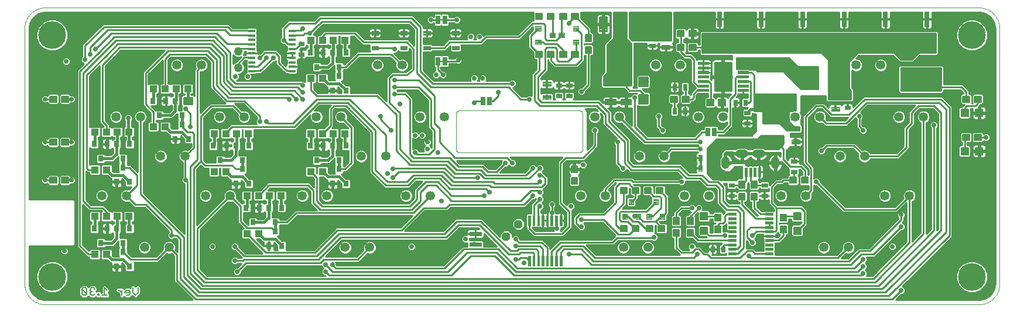
<source format=gbl>
G75*
%MOIN*%
%OFA0B0*%
%FSLAX25Y25*%
%IPPOS*%
%LPD*%
%AMOC8*
5,1,8,0,0,1.08239X$1,22.5*
%
%ADD10C,0.00197*%
%ADD11C,0.00800*%
%ADD12C,0.11811*%
%ADD13C,0.00210*%
%ADD14C,0.05315*%
%ADD15R,0.04331X0.03937*%
%ADD16R,0.03150X0.03543*%
%ADD17C,0.00472*%
%ADD18C,0.00591*%
%ADD19C,0.00225*%
%ADD20C,0.00709*%
%ADD21C,0.00354*%
%ADD22C,0.00180*%
%ADD23R,0.02500X0.05000*%
%ADD24C,0.00384*%
%ADD25C,0.00413*%
%ADD26OC8,0.04800*%
%ADD27R,0.02559X0.08661*%
%ADD28C,0.00720*%
%ADD29C,0.01299*%
%ADD30C,0.00531*%
%ADD31R,0.03740X0.03543*%
%ADD32C,0.01181*%
%ADD33C,0.01093*%
%ADD34C,0.00242*%
%ADD35C,0.01535*%
%ADD36C,0.02499*%
%ADD37R,0.09449X0.09449*%
%ADD38C,0.00236*%
%ADD39C,0.04724*%
%ADD40C,0.00787*%
%ADD41C,0.05000*%
%ADD42C,0.01000*%
%ADD43OC8,0.02381*%
%ADD44C,0.01600*%
%ADD45OC8,0.02400*%
%ADD46C,0.15811*%
D10*
X0036217Y0015280D02*
X0567713Y0015280D01*
X0567998Y0015283D01*
X0568284Y0015294D01*
X0568569Y0015311D01*
X0568853Y0015335D01*
X0569137Y0015366D01*
X0569420Y0015404D01*
X0569701Y0015449D01*
X0569982Y0015500D01*
X0570262Y0015558D01*
X0570540Y0015623D01*
X0570816Y0015695D01*
X0571090Y0015773D01*
X0571363Y0015858D01*
X0571633Y0015950D01*
X0571901Y0016048D01*
X0572167Y0016152D01*
X0572430Y0016263D01*
X0572690Y0016380D01*
X0572948Y0016503D01*
X0573202Y0016633D01*
X0573453Y0016769D01*
X0573701Y0016910D01*
X0573945Y0017058D01*
X0574186Y0017211D01*
X0574422Y0017371D01*
X0574655Y0017536D01*
X0574884Y0017706D01*
X0575109Y0017882D01*
X0575329Y0018064D01*
X0575545Y0018250D01*
X0575756Y0018442D01*
X0575963Y0018639D01*
X0576165Y0018841D01*
X0576362Y0019048D01*
X0576554Y0019259D01*
X0576740Y0019475D01*
X0576922Y0019695D01*
X0577098Y0019920D01*
X0577268Y0020149D01*
X0577433Y0020382D01*
X0577593Y0020618D01*
X0577746Y0020859D01*
X0577894Y0021103D01*
X0578035Y0021351D01*
X0578171Y0021602D01*
X0578301Y0021856D01*
X0578424Y0022114D01*
X0578541Y0022374D01*
X0578652Y0022637D01*
X0578756Y0022903D01*
X0578854Y0023171D01*
X0578946Y0023441D01*
X0579031Y0023714D01*
X0579109Y0023988D01*
X0579181Y0024264D01*
X0579246Y0024542D01*
X0579304Y0024822D01*
X0579355Y0025103D01*
X0579400Y0025384D01*
X0579438Y0025667D01*
X0579469Y0025951D01*
X0579493Y0026235D01*
X0579510Y0026520D01*
X0579521Y0026806D01*
X0579524Y0027091D01*
X0579524Y0172760D01*
X0579521Y0173045D01*
X0579510Y0173331D01*
X0579493Y0173616D01*
X0579469Y0173900D01*
X0579438Y0174184D01*
X0579400Y0174467D01*
X0579355Y0174748D01*
X0579304Y0175029D01*
X0579246Y0175309D01*
X0579181Y0175587D01*
X0579109Y0175863D01*
X0579031Y0176137D01*
X0578946Y0176410D01*
X0578854Y0176680D01*
X0578756Y0176948D01*
X0578652Y0177214D01*
X0578541Y0177477D01*
X0578424Y0177737D01*
X0578301Y0177995D01*
X0578171Y0178249D01*
X0578035Y0178500D01*
X0577894Y0178748D01*
X0577746Y0178992D01*
X0577593Y0179233D01*
X0577433Y0179469D01*
X0577268Y0179702D01*
X0577098Y0179931D01*
X0576922Y0180156D01*
X0576740Y0180376D01*
X0576554Y0180592D01*
X0576362Y0180803D01*
X0576165Y0181010D01*
X0575963Y0181212D01*
X0575756Y0181409D01*
X0575545Y0181601D01*
X0575329Y0181787D01*
X0575109Y0181969D01*
X0574884Y0182145D01*
X0574655Y0182315D01*
X0574422Y0182480D01*
X0574186Y0182640D01*
X0573945Y0182793D01*
X0573701Y0182941D01*
X0573453Y0183082D01*
X0573202Y0183218D01*
X0572948Y0183348D01*
X0572690Y0183471D01*
X0572430Y0183588D01*
X0572167Y0183699D01*
X0571901Y0183803D01*
X0571633Y0183901D01*
X0571363Y0183993D01*
X0571090Y0184078D01*
X0570816Y0184156D01*
X0570540Y0184228D01*
X0570262Y0184293D01*
X0569982Y0184351D01*
X0569701Y0184402D01*
X0569420Y0184447D01*
X0569137Y0184485D01*
X0568853Y0184516D01*
X0568569Y0184540D01*
X0568284Y0184557D01*
X0567998Y0184568D01*
X0567713Y0184571D01*
X0036217Y0184571D01*
X0035932Y0184568D01*
X0035646Y0184557D01*
X0035361Y0184540D01*
X0035077Y0184516D01*
X0034793Y0184485D01*
X0034510Y0184447D01*
X0034229Y0184402D01*
X0033948Y0184351D01*
X0033668Y0184293D01*
X0033390Y0184228D01*
X0033114Y0184156D01*
X0032840Y0184078D01*
X0032567Y0183993D01*
X0032297Y0183901D01*
X0032029Y0183803D01*
X0031763Y0183699D01*
X0031500Y0183588D01*
X0031240Y0183471D01*
X0030982Y0183348D01*
X0030728Y0183218D01*
X0030477Y0183082D01*
X0030229Y0182941D01*
X0029985Y0182793D01*
X0029744Y0182640D01*
X0029508Y0182480D01*
X0029275Y0182315D01*
X0029046Y0182145D01*
X0028821Y0181969D01*
X0028601Y0181787D01*
X0028385Y0181601D01*
X0028174Y0181409D01*
X0027967Y0181212D01*
X0027765Y0181010D01*
X0027568Y0180803D01*
X0027376Y0180592D01*
X0027190Y0180376D01*
X0027008Y0180156D01*
X0026832Y0179931D01*
X0026662Y0179702D01*
X0026497Y0179469D01*
X0026337Y0179233D01*
X0026184Y0178992D01*
X0026036Y0178748D01*
X0025895Y0178500D01*
X0025759Y0178249D01*
X0025629Y0177995D01*
X0025506Y0177737D01*
X0025389Y0177477D01*
X0025278Y0177214D01*
X0025174Y0176948D01*
X0025076Y0176680D01*
X0024984Y0176410D01*
X0024899Y0176137D01*
X0024821Y0175863D01*
X0024749Y0175587D01*
X0024684Y0175309D01*
X0024626Y0175029D01*
X0024575Y0174748D01*
X0024530Y0174467D01*
X0024492Y0174184D01*
X0024461Y0173900D01*
X0024437Y0173616D01*
X0024420Y0173331D01*
X0024409Y0173045D01*
X0024406Y0172760D01*
X0024406Y0027091D01*
X0024409Y0026806D01*
X0024420Y0026520D01*
X0024437Y0026235D01*
X0024461Y0025951D01*
X0024492Y0025667D01*
X0024530Y0025384D01*
X0024575Y0025103D01*
X0024626Y0024822D01*
X0024684Y0024542D01*
X0024749Y0024264D01*
X0024821Y0023988D01*
X0024899Y0023714D01*
X0024984Y0023441D01*
X0025076Y0023171D01*
X0025174Y0022903D01*
X0025278Y0022637D01*
X0025389Y0022374D01*
X0025506Y0022114D01*
X0025629Y0021856D01*
X0025759Y0021602D01*
X0025895Y0021351D01*
X0026036Y0021103D01*
X0026184Y0020859D01*
X0026337Y0020618D01*
X0026497Y0020382D01*
X0026662Y0020149D01*
X0026832Y0019920D01*
X0027008Y0019695D01*
X0027190Y0019475D01*
X0027376Y0019259D01*
X0027568Y0019048D01*
X0027765Y0018841D01*
X0027967Y0018639D01*
X0028174Y0018442D01*
X0028385Y0018250D01*
X0028601Y0018064D01*
X0028821Y0017882D01*
X0029046Y0017706D01*
X0029275Y0017536D01*
X0029508Y0017371D01*
X0029744Y0017211D01*
X0029985Y0017058D01*
X0030229Y0016910D01*
X0030477Y0016769D01*
X0030728Y0016633D01*
X0030982Y0016503D01*
X0031240Y0016380D01*
X0031500Y0016263D01*
X0031763Y0016152D01*
X0032029Y0016048D01*
X0032297Y0015950D01*
X0032567Y0015858D01*
X0032840Y0015773D01*
X0033114Y0015695D01*
X0033390Y0015623D01*
X0033668Y0015558D01*
X0033948Y0015500D01*
X0034229Y0015449D01*
X0034510Y0015404D01*
X0034793Y0015366D01*
X0035077Y0015335D01*
X0035361Y0015311D01*
X0035646Y0015294D01*
X0035932Y0015283D01*
X0036217Y0015280D01*
X0272044Y0101894D02*
X0340154Y0101894D01*
X0340154Y0101893D02*
X0340240Y0101895D01*
X0340326Y0101900D01*
X0340411Y0101910D01*
X0340496Y0101923D01*
X0340580Y0101940D01*
X0340664Y0101960D01*
X0340746Y0101984D01*
X0340827Y0102012D01*
X0340908Y0102043D01*
X0340986Y0102077D01*
X0341063Y0102115D01*
X0341139Y0102157D01*
X0341212Y0102201D01*
X0341283Y0102249D01*
X0341353Y0102300D01*
X0341420Y0102354D01*
X0341484Y0102410D01*
X0341546Y0102470D01*
X0341606Y0102532D01*
X0341662Y0102596D01*
X0341716Y0102663D01*
X0341767Y0102733D01*
X0341815Y0102804D01*
X0341859Y0102878D01*
X0341901Y0102953D01*
X0341939Y0103030D01*
X0341973Y0103108D01*
X0342004Y0103189D01*
X0342032Y0103270D01*
X0342056Y0103352D01*
X0342076Y0103436D01*
X0342093Y0103520D01*
X0342106Y0103605D01*
X0342116Y0103690D01*
X0342121Y0103776D01*
X0342123Y0103862D01*
X0342123Y0123941D01*
X0342121Y0124027D01*
X0342116Y0124113D01*
X0342106Y0124198D01*
X0342093Y0124283D01*
X0342076Y0124367D01*
X0342056Y0124451D01*
X0342032Y0124533D01*
X0342004Y0124614D01*
X0341973Y0124695D01*
X0341939Y0124773D01*
X0341901Y0124850D01*
X0341859Y0124926D01*
X0341815Y0124999D01*
X0341767Y0125070D01*
X0341716Y0125140D01*
X0341662Y0125207D01*
X0341606Y0125271D01*
X0341546Y0125333D01*
X0341484Y0125393D01*
X0341420Y0125449D01*
X0341353Y0125503D01*
X0341283Y0125554D01*
X0341212Y0125602D01*
X0341139Y0125646D01*
X0341063Y0125688D01*
X0340986Y0125726D01*
X0340908Y0125760D01*
X0340827Y0125791D01*
X0340746Y0125819D01*
X0340664Y0125843D01*
X0340580Y0125863D01*
X0340496Y0125880D01*
X0340411Y0125893D01*
X0340326Y0125903D01*
X0340240Y0125908D01*
X0340154Y0125910D01*
X0340154Y0125909D02*
X0272044Y0125909D01*
X0272044Y0125910D02*
X0271958Y0125908D01*
X0271872Y0125903D01*
X0271787Y0125893D01*
X0271702Y0125880D01*
X0271618Y0125863D01*
X0271534Y0125843D01*
X0271452Y0125819D01*
X0271371Y0125791D01*
X0271290Y0125760D01*
X0271212Y0125726D01*
X0271135Y0125688D01*
X0271060Y0125646D01*
X0270986Y0125602D01*
X0270915Y0125554D01*
X0270845Y0125503D01*
X0270778Y0125449D01*
X0270714Y0125393D01*
X0270652Y0125333D01*
X0270592Y0125271D01*
X0270536Y0125207D01*
X0270482Y0125140D01*
X0270431Y0125070D01*
X0270383Y0124999D01*
X0270339Y0124926D01*
X0270297Y0124850D01*
X0270259Y0124773D01*
X0270225Y0124695D01*
X0270194Y0124614D01*
X0270166Y0124533D01*
X0270142Y0124451D01*
X0270122Y0124367D01*
X0270105Y0124283D01*
X0270092Y0124198D01*
X0270082Y0124113D01*
X0270077Y0124027D01*
X0270075Y0123941D01*
X0270075Y0103862D01*
X0270077Y0103776D01*
X0270082Y0103690D01*
X0270092Y0103605D01*
X0270105Y0103520D01*
X0270122Y0103436D01*
X0270142Y0103352D01*
X0270166Y0103270D01*
X0270194Y0103189D01*
X0270225Y0103108D01*
X0270259Y0103030D01*
X0270297Y0102953D01*
X0270339Y0102878D01*
X0270383Y0102804D01*
X0270431Y0102733D01*
X0270482Y0102663D01*
X0270536Y0102596D01*
X0270592Y0102532D01*
X0270652Y0102470D01*
X0270714Y0102410D01*
X0270778Y0102354D01*
X0270845Y0102300D01*
X0270915Y0102249D01*
X0270986Y0102201D01*
X0271060Y0102157D01*
X0271135Y0102115D01*
X0271212Y0102077D01*
X0271290Y0102043D01*
X0271371Y0102012D01*
X0271452Y0101984D01*
X0271534Y0101960D01*
X0271618Y0101940D01*
X0271702Y0101923D01*
X0271787Y0101910D01*
X0271872Y0101900D01*
X0271958Y0101895D01*
X0272044Y0101893D01*
D11*
X0263111Y0154059D02*
X0260111Y0154059D01*
X0260111Y0177681D02*
X0263111Y0177681D01*
X0088967Y0024804D02*
X0088967Y0022002D01*
X0087566Y0020601D01*
X0086164Y0022002D01*
X0086164Y0024804D01*
X0084363Y0022703D02*
X0083662Y0023403D01*
X0082261Y0023403D01*
X0081560Y0022703D01*
X0081560Y0022002D01*
X0084363Y0022002D01*
X0084363Y0021301D02*
X0084363Y0022703D01*
X0084363Y0021301D02*
X0083662Y0020601D01*
X0082261Y0020601D01*
X0079759Y0020601D02*
X0079759Y0023403D01*
X0079759Y0022002D02*
X0078358Y0023403D01*
X0077657Y0023403D01*
X0071318Y0023403D02*
X0069917Y0024804D01*
X0069917Y0020601D01*
X0071318Y0020601D02*
X0068516Y0020601D01*
X0066714Y0020601D02*
X0066014Y0020601D01*
X0066014Y0021301D01*
X0066714Y0021301D01*
X0066714Y0020601D01*
X0064413Y0021301D02*
X0063712Y0020601D01*
X0062311Y0020601D01*
X0061610Y0021301D01*
X0061610Y0022002D01*
X0062311Y0022703D01*
X0063011Y0022703D01*
X0062311Y0022703D02*
X0061610Y0023403D01*
X0061610Y0024104D01*
X0062311Y0024804D01*
X0063712Y0024804D01*
X0064413Y0024104D01*
X0059809Y0024104D02*
X0059108Y0024804D01*
X0057707Y0024804D01*
X0057006Y0024104D01*
X0059809Y0021301D01*
X0059108Y0020601D01*
X0057707Y0020601D01*
X0057006Y0021301D01*
X0057006Y0024104D01*
X0059809Y0024104D02*
X0059809Y0021301D01*
D12*
X0040154Y0031028D03*
X0040154Y0168823D03*
X0563776Y0168823D03*
X0563776Y0031028D03*
D13*
X0329071Y0037402D02*
X0329071Y0042992D01*
X0330261Y0042992D01*
X0330261Y0037402D01*
X0329071Y0037402D01*
X0329071Y0037601D02*
X0330261Y0037601D01*
X0330261Y0037800D02*
X0329071Y0037800D01*
X0329071Y0037999D02*
X0330261Y0037999D01*
X0330261Y0038198D02*
X0329071Y0038198D01*
X0329071Y0038397D02*
X0330261Y0038397D01*
X0330261Y0038596D02*
X0329071Y0038596D01*
X0329071Y0038795D02*
X0330261Y0038795D01*
X0330261Y0038994D02*
X0329071Y0038994D01*
X0329071Y0039193D02*
X0330261Y0039193D01*
X0330261Y0039392D02*
X0329071Y0039392D01*
X0329071Y0039591D02*
X0330261Y0039591D01*
X0330261Y0039790D02*
X0329071Y0039790D01*
X0329071Y0039989D02*
X0330261Y0039989D01*
X0330261Y0040188D02*
X0329071Y0040188D01*
X0329071Y0040387D02*
X0330261Y0040387D01*
X0330261Y0040586D02*
X0329071Y0040586D01*
X0329071Y0040785D02*
X0330261Y0040785D01*
X0330261Y0040984D02*
X0329071Y0040984D01*
X0329071Y0041183D02*
X0330261Y0041183D01*
X0330261Y0041382D02*
X0329071Y0041382D01*
X0329071Y0041581D02*
X0330261Y0041581D01*
X0330261Y0041780D02*
X0329071Y0041780D01*
X0329071Y0041979D02*
X0330261Y0041979D01*
X0330261Y0042178D02*
X0329071Y0042178D01*
X0329071Y0042377D02*
X0330261Y0042377D01*
X0330261Y0042576D02*
X0329071Y0042576D01*
X0329071Y0042775D02*
X0330261Y0042775D01*
X0330261Y0042974D02*
X0329071Y0042974D01*
X0326471Y0042992D02*
X0326471Y0037402D01*
X0326471Y0042992D02*
X0327661Y0042992D01*
X0327661Y0037402D01*
X0326471Y0037402D01*
X0326471Y0037601D02*
X0327661Y0037601D01*
X0327661Y0037800D02*
X0326471Y0037800D01*
X0326471Y0037999D02*
X0327661Y0037999D01*
X0327661Y0038198D02*
X0326471Y0038198D01*
X0326471Y0038397D02*
X0327661Y0038397D01*
X0327661Y0038596D02*
X0326471Y0038596D01*
X0326471Y0038795D02*
X0327661Y0038795D01*
X0327661Y0038994D02*
X0326471Y0038994D01*
X0326471Y0039193D02*
X0327661Y0039193D01*
X0327661Y0039392D02*
X0326471Y0039392D01*
X0326471Y0039591D02*
X0327661Y0039591D01*
X0327661Y0039790D02*
X0326471Y0039790D01*
X0326471Y0039989D02*
X0327661Y0039989D01*
X0327661Y0040188D02*
X0326471Y0040188D01*
X0326471Y0040387D02*
X0327661Y0040387D01*
X0327661Y0040586D02*
X0326471Y0040586D01*
X0326471Y0040785D02*
X0327661Y0040785D01*
X0327661Y0040984D02*
X0326471Y0040984D01*
X0326471Y0041183D02*
X0327661Y0041183D01*
X0327661Y0041382D02*
X0326471Y0041382D01*
X0326471Y0041581D02*
X0327661Y0041581D01*
X0327661Y0041780D02*
X0326471Y0041780D01*
X0326471Y0041979D02*
X0327661Y0041979D01*
X0327661Y0042178D02*
X0326471Y0042178D01*
X0326471Y0042377D02*
X0327661Y0042377D01*
X0327661Y0042576D02*
X0326471Y0042576D01*
X0326471Y0042775D02*
X0327661Y0042775D01*
X0327661Y0042974D02*
X0326471Y0042974D01*
X0323871Y0042992D02*
X0323871Y0037402D01*
X0323871Y0042992D02*
X0325061Y0042992D01*
X0325061Y0037402D01*
X0323871Y0037402D01*
X0323871Y0037601D02*
X0325061Y0037601D01*
X0325061Y0037800D02*
X0323871Y0037800D01*
X0323871Y0037999D02*
X0325061Y0037999D01*
X0325061Y0038198D02*
X0323871Y0038198D01*
X0323871Y0038397D02*
X0325061Y0038397D01*
X0325061Y0038596D02*
X0323871Y0038596D01*
X0323871Y0038795D02*
X0325061Y0038795D01*
X0325061Y0038994D02*
X0323871Y0038994D01*
X0323871Y0039193D02*
X0325061Y0039193D01*
X0325061Y0039392D02*
X0323871Y0039392D01*
X0323871Y0039591D02*
X0325061Y0039591D01*
X0325061Y0039790D02*
X0323871Y0039790D01*
X0323871Y0039989D02*
X0325061Y0039989D01*
X0325061Y0040188D02*
X0323871Y0040188D01*
X0323871Y0040387D02*
X0325061Y0040387D01*
X0325061Y0040586D02*
X0323871Y0040586D01*
X0323871Y0040785D02*
X0325061Y0040785D01*
X0325061Y0040984D02*
X0323871Y0040984D01*
X0323871Y0041183D02*
X0325061Y0041183D01*
X0325061Y0041382D02*
X0323871Y0041382D01*
X0323871Y0041581D02*
X0325061Y0041581D01*
X0325061Y0041780D02*
X0323871Y0041780D01*
X0323871Y0041979D02*
X0325061Y0041979D01*
X0325061Y0042178D02*
X0323871Y0042178D01*
X0323871Y0042377D02*
X0325061Y0042377D01*
X0325061Y0042576D02*
X0323871Y0042576D01*
X0323871Y0042775D02*
X0325061Y0042775D01*
X0325061Y0042974D02*
X0323871Y0042974D01*
X0321371Y0042992D02*
X0321371Y0037402D01*
X0321371Y0042992D02*
X0322561Y0042992D01*
X0322561Y0037402D01*
X0321371Y0037402D01*
X0321371Y0037601D02*
X0322561Y0037601D01*
X0322561Y0037800D02*
X0321371Y0037800D01*
X0321371Y0037999D02*
X0322561Y0037999D01*
X0322561Y0038198D02*
X0321371Y0038198D01*
X0321371Y0038397D02*
X0322561Y0038397D01*
X0322561Y0038596D02*
X0321371Y0038596D01*
X0321371Y0038795D02*
X0322561Y0038795D01*
X0322561Y0038994D02*
X0321371Y0038994D01*
X0321371Y0039193D02*
X0322561Y0039193D01*
X0322561Y0039392D02*
X0321371Y0039392D01*
X0321371Y0039591D02*
X0322561Y0039591D01*
X0322561Y0039790D02*
X0321371Y0039790D01*
X0321371Y0039989D02*
X0322561Y0039989D01*
X0322561Y0040188D02*
X0321371Y0040188D01*
X0321371Y0040387D02*
X0322561Y0040387D01*
X0322561Y0040586D02*
X0321371Y0040586D01*
X0321371Y0040785D02*
X0322561Y0040785D01*
X0322561Y0040984D02*
X0321371Y0040984D01*
X0321371Y0041183D02*
X0322561Y0041183D01*
X0322561Y0041382D02*
X0321371Y0041382D01*
X0321371Y0041581D02*
X0322561Y0041581D01*
X0322561Y0041780D02*
X0321371Y0041780D01*
X0321371Y0041979D02*
X0322561Y0041979D01*
X0322561Y0042178D02*
X0321371Y0042178D01*
X0321371Y0042377D02*
X0322561Y0042377D01*
X0322561Y0042576D02*
X0321371Y0042576D01*
X0321371Y0042775D02*
X0322561Y0042775D01*
X0322561Y0042974D02*
X0321371Y0042974D01*
X0318771Y0042992D02*
X0318771Y0037402D01*
X0318771Y0042992D02*
X0319961Y0042992D01*
X0319961Y0037402D01*
X0318771Y0037402D01*
X0318771Y0037601D02*
X0319961Y0037601D01*
X0319961Y0037800D02*
X0318771Y0037800D01*
X0318771Y0037999D02*
X0319961Y0037999D01*
X0319961Y0038198D02*
X0318771Y0038198D01*
X0318771Y0038397D02*
X0319961Y0038397D01*
X0319961Y0038596D02*
X0318771Y0038596D01*
X0318771Y0038795D02*
X0319961Y0038795D01*
X0319961Y0038994D02*
X0318771Y0038994D01*
X0318771Y0039193D02*
X0319961Y0039193D01*
X0319961Y0039392D02*
X0318771Y0039392D01*
X0318771Y0039591D02*
X0319961Y0039591D01*
X0319961Y0039790D02*
X0318771Y0039790D01*
X0318771Y0039989D02*
X0319961Y0039989D01*
X0319961Y0040188D02*
X0318771Y0040188D01*
X0318771Y0040387D02*
X0319961Y0040387D01*
X0319961Y0040586D02*
X0318771Y0040586D01*
X0318771Y0040785D02*
X0319961Y0040785D01*
X0319961Y0040984D02*
X0318771Y0040984D01*
X0318771Y0041183D02*
X0319961Y0041183D01*
X0319961Y0041382D02*
X0318771Y0041382D01*
X0318771Y0041581D02*
X0319961Y0041581D01*
X0319961Y0041780D02*
X0318771Y0041780D01*
X0318771Y0041979D02*
X0319961Y0041979D01*
X0319961Y0042178D02*
X0318771Y0042178D01*
X0318771Y0042377D02*
X0319961Y0042377D01*
X0319961Y0042576D02*
X0318771Y0042576D01*
X0318771Y0042775D02*
X0319961Y0042775D01*
X0319961Y0042974D02*
X0318771Y0042974D01*
X0316271Y0042992D02*
X0316271Y0037402D01*
X0316271Y0042992D02*
X0317461Y0042992D01*
X0317461Y0037402D01*
X0316271Y0037402D01*
X0316271Y0037601D02*
X0317461Y0037601D01*
X0317461Y0037800D02*
X0316271Y0037800D01*
X0316271Y0037999D02*
X0317461Y0037999D01*
X0317461Y0038198D02*
X0316271Y0038198D01*
X0316271Y0038397D02*
X0317461Y0038397D01*
X0317461Y0038596D02*
X0316271Y0038596D01*
X0316271Y0038795D02*
X0317461Y0038795D01*
X0317461Y0038994D02*
X0316271Y0038994D01*
X0316271Y0039193D02*
X0317461Y0039193D01*
X0317461Y0039392D02*
X0316271Y0039392D01*
X0316271Y0039591D02*
X0317461Y0039591D01*
X0317461Y0039790D02*
X0316271Y0039790D01*
X0316271Y0039989D02*
X0317461Y0039989D01*
X0317461Y0040188D02*
X0316271Y0040188D01*
X0316271Y0040387D02*
X0317461Y0040387D01*
X0317461Y0040586D02*
X0316271Y0040586D01*
X0316271Y0040785D02*
X0317461Y0040785D01*
X0317461Y0040984D02*
X0316271Y0040984D01*
X0316271Y0041183D02*
X0317461Y0041183D01*
X0317461Y0041382D02*
X0316271Y0041382D01*
X0316271Y0041581D02*
X0317461Y0041581D01*
X0317461Y0041780D02*
X0316271Y0041780D01*
X0316271Y0041979D02*
X0317461Y0041979D01*
X0317461Y0042178D02*
X0316271Y0042178D01*
X0316271Y0042377D02*
X0317461Y0042377D01*
X0317461Y0042576D02*
X0316271Y0042576D01*
X0316271Y0042775D02*
X0317461Y0042775D01*
X0317461Y0042974D02*
X0316271Y0042974D01*
X0313671Y0042992D02*
X0313671Y0037402D01*
X0313671Y0042992D02*
X0314861Y0042992D01*
X0314861Y0037402D01*
X0313671Y0037402D01*
X0313671Y0037601D02*
X0314861Y0037601D01*
X0314861Y0037800D02*
X0313671Y0037800D01*
X0313671Y0037999D02*
X0314861Y0037999D01*
X0314861Y0038198D02*
X0313671Y0038198D01*
X0313671Y0038397D02*
X0314861Y0038397D01*
X0314861Y0038596D02*
X0313671Y0038596D01*
X0313671Y0038795D02*
X0314861Y0038795D01*
X0314861Y0038994D02*
X0313671Y0038994D01*
X0313671Y0039193D02*
X0314861Y0039193D01*
X0314861Y0039392D02*
X0313671Y0039392D01*
X0313671Y0039591D02*
X0314861Y0039591D01*
X0314861Y0039790D02*
X0313671Y0039790D01*
X0313671Y0039989D02*
X0314861Y0039989D01*
X0314861Y0040188D02*
X0313671Y0040188D01*
X0313671Y0040387D02*
X0314861Y0040387D01*
X0314861Y0040586D02*
X0313671Y0040586D01*
X0313671Y0040785D02*
X0314861Y0040785D01*
X0314861Y0040984D02*
X0313671Y0040984D01*
X0313671Y0041183D02*
X0314861Y0041183D01*
X0314861Y0041382D02*
X0313671Y0041382D01*
X0313671Y0041581D02*
X0314861Y0041581D01*
X0314861Y0041780D02*
X0313671Y0041780D01*
X0313671Y0041979D02*
X0314861Y0041979D01*
X0314861Y0042178D02*
X0313671Y0042178D01*
X0313671Y0042377D02*
X0314861Y0042377D01*
X0314861Y0042576D02*
X0313671Y0042576D01*
X0313671Y0042775D02*
X0314861Y0042775D01*
X0314861Y0042974D02*
X0313671Y0042974D01*
X0311071Y0042992D02*
X0311071Y0037402D01*
X0311071Y0042992D02*
X0312261Y0042992D01*
X0312261Y0037402D01*
X0311071Y0037402D01*
X0311071Y0037601D02*
X0312261Y0037601D01*
X0312261Y0037800D02*
X0311071Y0037800D01*
X0311071Y0037999D02*
X0312261Y0037999D01*
X0312261Y0038198D02*
X0311071Y0038198D01*
X0311071Y0038397D02*
X0312261Y0038397D01*
X0312261Y0038596D02*
X0311071Y0038596D01*
X0311071Y0038795D02*
X0312261Y0038795D01*
X0312261Y0038994D02*
X0311071Y0038994D01*
X0311071Y0039193D02*
X0312261Y0039193D01*
X0312261Y0039392D02*
X0311071Y0039392D01*
X0311071Y0039591D02*
X0312261Y0039591D01*
X0312261Y0039790D02*
X0311071Y0039790D01*
X0311071Y0039989D02*
X0312261Y0039989D01*
X0312261Y0040188D02*
X0311071Y0040188D01*
X0311071Y0040387D02*
X0312261Y0040387D01*
X0312261Y0040586D02*
X0311071Y0040586D01*
X0311071Y0040785D02*
X0312261Y0040785D01*
X0312261Y0040984D02*
X0311071Y0040984D01*
X0311071Y0041183D02*
X0312261Y0041183D01*
X0312261Y0041382D02*
X0311071Y0041382D01*
X0311071Y0041581D02*
X0312261Y0041581D01*
X0312261Y0041780D02*
X0311071Y0041780D01*
X0311071Y0041979D02*
X0312261Y0041979D01*
X0312261Y0042178D02*
X0311071Y0042178D01*
X0311071Y0042377D02*
X0312261Y0042377D01*
X0312261Y0042576D02*
X0311071Y0042576D01*
X0311071Y0042775D02*
X0312261Y0042775D01*
X0312261Y0042974D02*
X0311071Y0042974D01*
X0311071Y0060402D02*
X0311071Y0065992D01*
X0312261Y0065992D01*
X0312261Y0060402D01*
X0311071Y0060402D01*
X0311071Y0060601D02*
X0312261Y0060601D01*
X0312261Y0060800D02*
X0311071Y0060800D01*
X0311071Y0060999D02*
X0312261Y0060999D01*
X0312261Y0061198D02*
X0311071Y0061198D01*
X0311071Y0061397D02*
X0312261Y0061397D01*
X0312261Y0061596D02*
X0311071Y0061596D01*
X0311071Y0061795D02*
X0312261Y0061795D01*
X0312261Y0061994D02*
X0311071Y0061994D01*
X0311071Y0062193D02*
X0312261Y0062193D01*
X0312261Y0062392D02*
X0311071Y0062392D01*
X0311071Y0062591D02*
X0312261Y0062591D01*
X0312261Y0062790D02*
X0311071Y0062790D01*
X0311071Y0062989D02*
X0312261Y0062989D01*
X0312261Y0063188D02*
X0311071Y0063188D01*
X0311071Y0063387D02*
X0312261Y0063387D01*
X0312261Y0063586D02*
X0311071Y0063586D01*
X0311071Y0063785D02*
X0312261Y0063785D01*
X0312261Y0063984D02*
X0311071Y0063984D01*
X0311071Y0064183D02*
X0312261Y0064183D01*
X0312261Y0064382D02*
X0311071Y0064382D01*
X0311071Y0064581D02*
X0312261Y0064581D01*
X0312261Y0064780D02*
X0311071Y0064780D01*
X0311071Y0064979D02*
X0312261Y0064979D01*
X0312261Y0065178D02*
X0311071Y0065178D01*
X0311071Y0065377D02*
X0312261Y0065377D01*
X0312261Y0065576D02*
X0311071Y0065576D01*
X0311071Y0065775D02*
X0312261Y0065775D01*
X0312261Y0065974D02*
X0311071Y0065974D01*
X0313671Y0065992D02*
X0313671Y0060402D01*
X0313671Y0065992D02*
X0314861Y0065992D01*
X0314861Y0060402D01*
X0313671Y0060402D01*
X0313671Y0060601D02*
X0314861Y0060601D01*
X0314861Y0060800D02*
X0313671Y0060800D01*
X0313671Y0060999D02*
X0314861Y0060999D01*
X0314861Y0061198D02*
X0313671Y0061198D01*
X0313671Y0061397D02*
X0314861Y0061397D01*
X0314861Y0061596D02*
X0313671Y0061596D01*
X0313671Y0061795D02*
X0314861Y0061795D01*
X0314861Y0061994D02*
X0313671Y0061994D01*
X0313671Y0062193D02*
X0314861Y0062193D01*
X0314861Y0062392D02*
X0313671Y0062392D01*
X0313671Y0062591D02*
X0314861Y0062591D01*
X0314861Y0062790D02*
X0313671Y0062790D01*
X0313671Y0062989D02*
X0314861Y0062989D01*
X0314861Y0063188D02*
X0313671Y0063188D01*
X0313671Y0063387D02*
X0314861Y0063387D01*
X0314861Y0063586D02*
X0313671Y0063586D01*
X0313671Y0063785D02*
X0314861Y0063785D01*
X0314861Y0063984D02*
X0313671Y0063984D01*
X0313671Y0064183D02*
X0314861Y0064183D01*
X0314861Y0064382D02*
X0313671Y0064382D01*
X0313671Y0064581D02*
X0314861Y0064581D01*
X0314861Y0064780D02*
X0313671Y0064780D01*
X0313671Y0064979D02*
X0314861Y0064979D01*
X0314861Y0065178D02*
X0313671Y0065178D01*
X0313671Y0065377D02*
X0314861Y0065377D01*
X0314861Y0065576D02*
X0313671Y0065576D01*
X0313671Y0065775D02*
X0314861Y0065775D01*
X0314861Y0065974D02*
X0313671Y0065974D01*
X0316271Y0065992D02*
X0316271Y0060402D01*
X0316271Y0065992D02*
X0317461Y0065992D01*
X0317461Y0060402D01*
X0316271Y0060402D01*
X0316271Y0060601D02*
X0317461Y0060601D01*
X0317461Y0060800D02*
X0316271Y0060800D01*
X0316271Y0060999D02*
X0317461Y0060999D01*
X0317461Y0061198D02*
X0316271Y0061198D01*
X0316271Y0061397D02*
X0317461Y0061397D01*
X0317461Y0061596D02*
X0316271Y0061596D01*
X0316271Y0061795D02*
X0317461Y0061795D01*
X0317461Y0061994D02*
X0316271Y0061994D01*
X0316271Y0062193D02*
X0317461Y0062193D01*
X0317461Y0062392D02*
X0316271Y0062392D01*
X0316271Y0062591D02*
X0317461Y0062591D01*
X0317461Y0062790D02*
X0316271Y0062790D01*
X0316271Y0062989D02*
X0317461Y0062989D01*
X0317461Y0063188D02*
X0316271Y0063188D01*
X0316271Y0063387D02*
X0317461Y0063387D01*
X0317461Y0063586D02*
X0316271Y0063586D01*
X0316271Y0063785D02*
X0317461Y0063785D01*
X0317461Y0063984D02*
X0316271Y0063984D01*
X0316271Y0064183D02*
X0317461Y0064183D01*
X0317461Y0064382D02*
X0316271Y0064382D01*
X0316271Y0064581D02*
X0317461Y0064581D01*
X0317461Y0064780D02*
X0316271Y0064780D01*
X0316271Y0064979D02*
X0317461Y0064979D01*
X0317461Y0065178D02*
X0316271Y0065178D01*
X0316271Y0065377D02*
X0317461Y0065377D01*
X0317461Y0065576D02*
X0316271Y0065576D01*
X0316271Y0065775D02*
X0317461Y0065775D01*
X0317461Y0065974D02*
X0316271Y0065974D01*
X0318771Y0065992D02*
X0318771Y0060402D01*
X0318771Y0065992D02*
X0319961Y0065992D01*
X0319961Y0060402D01*
X0318771Y0060402D01*
X0318771Y0060601D02*
X0319961Y0060601D01*
X0319961Y0060800D02*
X0318771Y0060800D01*
X0318771Y0060999D02*
X0319961Y0060999D01*
X0319961Y0061198D02*
X0318771Y0061198D01*
X0318771Y0061397D02*
X0319961Y0061397D01*
X0319961Y0061596D02*
X0318771Y0061596D01*
X0318771Y0061795D02*
X0319961Y0061795D01*
X0319961Y0061994D02*
X0318771Y0061994D01*
X0318771Y0062193D02*
X0319961Y0062193D01*
X0319961Y0062392D02*
X0318771Y0062392D01*
X0318771Y0062591D02*
X0319961Y0062591D01*
X0319961Y0062790D02*
X0318771Y0062790D01*
X0318771Y0062989D02*
X0319961Y0062989D01*
X0319961Y0063188D02*
X0318771Y0063188D01*
X0318771Y0063387D02*
X0319961Y0063387D01*
X0319961Y0063586D02*
X0318771Y0063586D01*
X0318771Y0063785D02*
X0319961Y0063785D01*
X0319961Y0063984D02*
X0318771Y0063984D01*
X0318771Y0064183D02*
X0319961Y0064183D01*
X0319961Y0064382D02*
X0318771Y0064382D01*
X0318771Y0064581D02*
X0319961Y0064581D01*
X0319961Y0064780D02*
X0318771Y0064780D01*
X0318771Y0064979D02*
X0319961Y0064979D01*
X0319961Y0065178D02*
X0318771Y0065178D01*
X0318771Y0065377D02*
X0319961Y0065377D01*
X0319961Y0065576D02*
X0318771Y0065576D01*
X0318771Y0065775D02*
X0319961Y0065775D01*
X0319961Y0065974D02*
X0318771Y0065974D01*
X0321371Y0065992D02*
X0321371Y0060402D01*
X0321371Y0065992D02*
X0322561Y0065992D01*
X0322561Y0060402D01*
X0321371Y0060402D01*
X0321371Y0060601D02*
X0322561Y0060601D01*
X0322561Y0060800D02*
X0321371Y0060800D01*
X0321371Y0060999D02*
X0322561Y0060999D01*
X0322561Y0061198D02*
X0321371Y0061198D01*
X0321371Y0061397D02*
X0322561Y0061397D01*
X0322561Y0061596D02*
X0321371Y0061596D01*
X0321371Y0061795D02*
X0322561Y0061795D01*
X0322561Y0061994D02*
X0321371Y0061994D01*
X0321371Y0062193D02*
X0322561Y0062193D01*
X0322561Y0062392D02*
X0321371Y0062392D01*
X0321371Y0062591D02*
X0322561Y0062591D01*
X0322561Y0062790D02*
X0321371Y0062790D01*
X0321371Y0062989D02*
X0322561Y0062989D01*
X0322561Y0063188D02*
X0321371Y0063188D01*
X0321371Y0063387D02*
X0322561Y0063387D01*
X0322561Y0063586D02*
X0321371Y0063586D01*
X0321371Y0063785D02*
X0322561Y0063785D01*
X0322561Y0063984D02*
X0321371Y0063984D01*
X0321371Y0064183D02*
X0322561Y0064183D01*
X0322561Y0064382D02*
X0321371Y0064382D01*
X0321371Y0064581D02*
X0322561Y0064581D01*
X0322561Y0064780D02*
X0321371Y0064780D01*
X0321371Y0064979D02*
X0322561Y0064979D01*
X0322561Y0065178D02*
X0321371Y0065178D01*
X0321371Y0065377D02*
X0322561Y0065377D01*
X0322561Y0065576D02*
X0321371Y0065576D01*
X0321371Y0065775D02*
X0322561Y0065775D01*
X0322561Y0065974D02*
X0321371Y0065974D01*
X0323871Y0065992D02*
X0323871Y0060402D01*
X0323871Y0065992D02*
X0325061Y0065992D01*
X0325061Y0060402D01*
X0323871Y0060402D01*
X0323871Y0060601D02*
X0325061Y0060601D01*
X0325061Y0060800D02*
X0323871Y0060800D01*
X0323871Y0060999D02*
X0325061Y0060999D01*
X0325061Y0061198D02*
X0323871Y0061198D01*
X0323871Y0061397D02*
X0325061Y0061397D01*
X0325061Y0061596D02*
X0323871Y0061596D01*
X0323871Y0061795D02*
X0325061Y0061795D01*
X0325061Y0061994D02*
X0323871Y0061994D01*
X0323871Y0062193D02*
X0325061Y0062193D01*
X0325061Y0062392D02*
X0323871Y0062392D01*
X0323871Y0062591D02*
X0325061Y0062591D01*
X0325061Y0062790D02*
X0323871Y0062790D01*
X0323871Y0062989D02*
X0325061Y0062989D01*
X0325061Y0063188D02*
X0323871Y0063188D01*
X0323871Y0063387D02*
X0325061Y0063387D01*
X0325061Y0063586D02*
X0323871Y0063586D01*
X0323871Y0063785D02*
X0325061Y0063785D01*
X0325061Y0063984D02*
X0323871Y0063984D01*
X0323871Y0064183D02*
X0325061Y0064183D01*
X0325061Y0064382D02*
X0323871Y0064382D01*
X0323871Y0064581D02*
X0325061Y0064581D01*
X0325061Y0064780D02*
X0323871Y0064780D01*
X0323871Y0064979D02*
X0325061Y0064979D01*
X0325061Y0065178D02*
X0323871Y0065178D01*
X0323871Y0065377D02*
X0325061Y0065377D01*
X0325061Y0065576D02*
X0323871Y0065576D01*
X0323871Y0065775D02*
X0325061Y0065775D01*
X0325061Y0065974D02*
X0323871Y0065974D01*
X0326471Y0065992D02*
X0326471Y0060402D01*
X0326471Y0065992D02*
X0327661Y0065992D01*
X0327661Y0060402D01*
X0326471Y0060402D01*
X0326471Y0060601D02*
X0327661Y0060601D01*
X0327661Y0060800D02*
X0326471Y0060800D01*
X0326471Y0060999D02*
X0327661Y0060999D01*
X0327661Y0061198D02*
X0326471Y0061198D01*
X0326471Y0061397D02*
X0327661Y0061397D01*
X0327661Y0061596D02*
X0326471Y0061596D01*
X0326471Y0061795D02*
X0327661Y0061795D01*
X0327661Y0061994D02*
X0326471Y0061994D01*
X0326471Y0062193D02*
X0327661Y0062193D01*
X0327661Y0062392D02*
X0326471Y0062392D01*
X0326471Y0062591D02*
X0327661Y0062591D01*
X0327661Y0062790D02*
X0326471Y0062790D01*
X0326471Y0062989D02*
X0327661Y0062989D01*
X0327661Y0063188D02*
X0326471Y0063188D01*
X0326471Y0063387D02*
X0327661Y0063387D01*
X0327661Y0063586D02*
X0326471Y0063586D01*
X0326471Y0063785D02*
X0327661Y0063785D01*
X0327661Y0063984D02*
X0326471Y0063984D01*
X0326471Y0064183D02*
X0327661Y0064183D01*
X0327661Y0064382D02*
X0326471Y0064382D01*
X0326471Y0064581D02*
X0327661Y0064581D01*
X0327661Y0064780D02*
X0326471Y0064780D01*
X0326471Y0064979D02*
X0327661Y0064979D01*
X0327661Y0065178D02*
X0326471Y0065178D01*
X0326471Y0065377D02*
X0327661Y0065377D01*
X0327661Y0065576D02*
X0326471Y0065576D01*
X0326471Y0065775D02*
X0327661Y0065775D01*
X0327661Y0065974D02*
X0326471Y0065974D01*
X0329071Y0065992D02*
X0329071Y0060402D01*
X0329071Y0065992D02*
X0330261Y0065992D01*
X0330261Y0060402D01*
X0329071Y0060402D01*
X0329071Y0060601D02*
X0330261Y0060601D01*
X0330261Y0060800D02*
X0329071Y0060800D01*
X0329071Y0060999D02*
X0330261Y0060999D01*
X0330261Y0061198D02*
X0329071Y0061198D01*
X0329071Y0061397D02*
X0330261Y0061397D01*
X0330261Y0061596D02*
X0329071Y0061596D01*
X0329071Y0061795D02*
X0330261Y0061795D01*
X0330261Y0061994D02*
X0329071Y0061994D01*
X0329071Y0062193D02*
X0330261Y0062193D01*
X0330261Y0062392D02*
X0329071Y0062392D01*
X0329071Y0062591D02*
X0330261Y0062591D01*
X0330261Y0062790D02*
X0329071Y0062790D01*
X0329071Y0062989D02*
X0330261Y0062989D01*
X0330261Y0063188D02*
X0329071Y0063188D01*
X0329071Y0063387D02*
X0330261Y0063387D01*
X0330261Y0063586D02*
X0329071Y0063586D01*
X0329071Y0063785D02*
X0330261Y0063785D01*
X0330261Y0063984D02*
X0329071Y0063984D01*
X0329071Y0064183D02*
X0330261Y0064183D01*
X0330261Y0064382D02*
X0329071Y0064382D01*
X0329071Y0064581D02*
X0330261Y0064581D01*
X0330261Y0064780D02*
X0329071Y0064780D01*
X0329071Y0064979D02*
X0330261Y0064979D01*
X0330261Y0065178D02*
X0329071Y0065178D01*
X0329071Y0065377D02*
X0330261Y0065377D01*
X0330261Y0065576D02*
X0329071Y0065576D01*
X0329071Y0065775D02*
X0330261Y0065775D01*
X0330261Y0065974D02*
X0329071Y0065974D01*
D14*
X0340956Y0077280D03*
X0354956Y0077280D03*
X0399956Y0077280D03*
X0413956Y0077280D03*
X0455129Y0077280D03*
X0469129Y0077280D03*
X0514129Y0077280D03*
X0528129Y0077280D03*
X0502629Y0099780D03*
X0488629Y0099780D03*
X0477129Y0122280D03*
X0463129Y0122280D03*
X0421956Y0122280D03*
X0407956Y0122280D03*
X0362956Y0122280D03*
X0348956Y0122280D03*
X0374456Y0099780D03*
X0388456Y0099780D03*
X0263570Y0122280D03*
X0249570Y0122280D03*
X0204570Y0122280D03*
X0190570Y0122280D03*
X0149397Y0122280D03*
X0135397Y0122280D03*
X0090397Y0122280D03*
X0076397Y0122280D03*
X0101897Y0099780D03*
X0115897Y0099780D03*
X0127397Y0077280D03*
X0141397Y0077280D03*
X0182570Y0077280D03*
X0196570Y0077280D03*
X0241570Y0077280D03*
X0255570Y0077280D03*
X0230070Y0099780D03*
X0216070Y0099780D03*
X0082397Y0077280D03*
X0068397Y0077280D03*
X0092697Y0047780D03*
X0106697Y0047780D03*
X0206870Y0047780D03*
X0220870Y0047780D03*
X0365256Y0047780D03*
X0379256Y0047780D03*
X0479429Y0047780D03*
X0493429Y0047780D03*
X0522129Y0122280D03*
X0536129Y0122280D03*
X0511829Y0151780D03*
X0497829Y0151780D03*
X0397656Y0151780D03*
X0383656Y0151780D03*
X0239270Y0151780D03*
X0225270Y0151780D03*
X0125097Y0151780D03*
X0111097Y0151780D03*
D15*
X0110627Y0138311D03*
X0104524Y0138311D03*
X0097831Y0138311D03*
X0117320Y0138311D03*
X0104524Y0116657D03*
X0097831Y0116657D03*
X0083855Y0113705D03*
X0077162Y0113705D03*
X0071060Y0113705D03*
X0064367Y0113705D03*
X0064367Y0092051D03*
X0071060Y0092051D03*
X0132280Y0091067D03*
X0138973Y0091067D03*
X0150981Y0077287D03*
X0157674Y0077287D03*
X0163776Y0077287D03*
X0170469Y0077287D03*
X0187398Y0091067D03*
X0194091Y0091067D03*
X0194091Y0112720D03*
X0200194Y0112720D03*
X0206886Y0112720D03*
X0187398Y0112720D03*
X0151768Y0112720D03*
X0145075Y0112720D03*
X0138973Y0112720D03*
X0132280Y0112720D03*
X0187398Y0144217D03*
X0194091Y0144217D03*
X0194091Y0165870D03*
X0200194Y0165870D03*
X0206886Y0165870D03*
X0187398Y0165870D03*
X0083855Y0065476D03*
X0077162Y0065476D03*
X0071060Y0065476D03*
X0064367Y0065476D03*
X0064367Y0043823D03*
X0071060Y0043823D03*
X0150981Y0055634D03*
X0157674Y0055634D03*
D16*
X0167123Y0057012D03*
X0167123Y0062130D03*
X0154327Y0062130D03*
X0150587Y0070398D03*
X0158068Y0070398D03*
X0163383Y0070398D03*
X0170863Y0070398D03*
X0152162Y0084177D03*
X0144682Y0084177D03*
X0148422Y0092445D03*
X0148422Y0097563D03*
X0135627Y0097563D03*
X0139367Y0105831D03*
X0144682Y0105831D03*
X0152162Y0105831D03*
X0131886Y0105831D03*
X0117713Y0109768D03*
X0110233Y0109768D03*
X0113973Y0118035D03*
X0113973Y0123154D03*
X0101178Y0123154D03*
X0104918Y0131421D03*
X0110233Y0131421D03*
X0117713Y0131421D03*
X0097438Y0131421D03*
X0084249Y0106815D03*
X0076768Y0106815D03*
X0071453Y0106815D03*
X0063973Y0106815D03*
X0067713Y0098547D03*
X0080509Y0098547D03*
X0080509Y0093429D03*
X0084249Y0085161D03*
X0076768Y0085161D03*
X0076768Y0058587D03*
X0071453Y0058587D03*
X0063973Y0058587D03*
X0067713Y0050319D03*
X0080509Y0050319D03*
X0080509Y0045201D03*
X0084249Y0036933D03*
X0076768Y0036933D03*
X0084249Y0058587D03*
X0163383Y0048744D03*
X0170863Y0048744D03*
X0199800Y0084177D03*
X0207280Y0084177D03*
X0203540Y0092445D03*
X0203540Y0097563D03*
X0190745Y0097563D03*
X0194485Y0105831D03*
X0199800Y0105831D03*
X0207280Y0105831D03*
X0187005Y0105831D03*
X0199800Y0137327D03*
X0207280Y0137327D03*
X0203540Y0145594D03*
X0203540Y0150713D03*
X0190745Y0150713D03*
X0194485Y0158980D03*
X0199800Y0158980D03*
X0207280Y0158980D03*
X0187005Y0158980D03*
D17*
X0318264Y0163744D02*
X0318264Y0166422D01*
X0318264Y0163744D02*
X0315194Y0163744D01*
X0315194Y0166422D01*
X0318264Y0166422D01*
X0318264Y0164192D02*
X0315194Y0164192D01*
X0315194Y0164640D02*
X0318264Y0164640D01*
X0318264Y0165088D02*
X0315194Y0165088D01*
X0315194Y0165536D02*
X0318264Y0165536D01*
X0318264Y0165984D02*
X0315194Y0165984D01*
X0326532Y0167484D02*
X0326532Y0170162D01*
X0326532Y0167484D02*
X0323462Y0167484D01*
X0323462Y0170162D01*
X0326532Y0170162D01*
X0326532Y0167932D02*
X0323462Y0167932D01*
X0323462Y0168380D02*
X0326532Y0168380D01*
X0326532Y0168828D02*
X0323462Y0168828D01*
X0323462Y0169276D02*
X0326532Y0169276D01*
X0326532Y0169724D02*
X0323462Y0169724D01*
X0328580Y0170162D02*
X0328580Y0167484D01*
X0328580Y0170162D02*
X0331650Y0170162D01*
X0331650Y0167484D01*
X0328580Y0167484D01*
X0328580Y0167932D02*
X0331650Y0167932D01*
X0331650Y0168380D02*
X0328580Y0168380D01*
X0328580Y0168828D02*
X0331650Y0168828D01*
X0331650Y0169276D02*
X0328580Y0169276D01*
X0328580Y0169724D02*
X0331650Y0169724D01*
X0336848Y0171224D02*
X0336848Y0173902D01*
X0339918Y0173902D01*
X0339918Y0171224D01*
X0336848Y0171224D01*
X0336848Y0171672D02*
X0339918Y0171672D01*
X0339918Y0172120D02*
X0336848Y0172120D01*
X0336848Y0172568D02*
X0339918Y0172568D01*
X0339918Y0173016D02*
X0336848Y0173016D01*
X0336848Y0173464D02*
X0339918Y0173464D01*
X0318264Y0173902D02*
X0318264Y0171224D01*
X0315194Y0171224D01*
X0315194Y0173902D01*
X0318264Y0173902D01*
X0318264Y0171672D02*
X0315194Y0171672D01*
X0315194Y0172120D02*
X0318264Y0172120D01*
X0318264Y0172568D02*
X0315194Y0172568D01*
X0315194Y0173016D02*
X0318264Y0173016D01*
X0318264Y0173464D02*
X0315194Y0173464D01*
X0336848Y0166422D02*
X0336848Y0163744D01*
X0336848Y0166422D02*
X0339918Y0166422D01*
X0339918Y0163744D01*
X0336848Y0163744D01*
X0336848Y0164192D02*
X0339918Y0164192D01*
X0339918Y0164640D02*
X0336848Y0164640D01*
X0336848Y0165088D02*
X0339918Y0165088D01*
X0339918Y0165536D02*
X0336848Y0165536D01*
X0336848Y0165984D02*
X0339918Y0165984D01*
X0368540Y0075279D02*
X0371218Y0075279D01*
X0371218Y0072209D01*
X0368540Y0072209D01*
X0368540Y0075279D01*
X0368540Y0072657D02*
X0371218Y0072657D01*
X0371218Y0073105D02*
X0368540Y0073105D01*
X0368540Y0073553D02*
X0371218Y0073553D01*
X0371218Y0074001D02*
X0368540Y0074001D01*
X0368540Y0074449D02*
X0371218Y0074449D01*
X0371218Y0074897D02*
X0368540Y0074897D01*
X0382319Y0075279D02*
X0384997Y0075279D01*
X0384997Y0072209D01*
X0382319Y0072209D01*
X0382319Y0075279D01*
X0382319Y0072657D02*
X0384997Y0072657D01*
X0384997Y0073105D02*
X0382319Y0073105D01*
X0382319Y0073553D02*
X0384997Y0073553D01*
X0384997Y0074001D02*
X0382319Y0074001D01*
X0382319Y0074449D02*
X0384997Y0074449D01*
X0384997Y0074897D02*
X0382319Y0074897D01*
X0381257Y0067011D02*
X0378579Y0067011D01*
X0381257Y0067011D02*
X0381257Y0063941D01*
X0378579Y0063941D01*
X0378579Y0067011D01*
X0378579Y0064389D02*
X0381257Y0064389D01*
X0381257Y0064837D02*
X0378579Y0064837D01*
X0378579Y0065285D02*
X0381257Y0065285D01*
X0381257Y0065733D02*
X0378579Y0065733D01*
X0378579Y0066181D02*
X0381257Y0066181D01*
X0381257Y0066629D02*
X0378579Y0066629D01*
X0374958Y0067011D02*
X0372280Y0067011D01*
X0374958Y0067011D02*
X0374958Y0063941D01*
X0372280Y0063941D01*
X0372280Y0067011D01*
X0372280Y0064389D02*
X0374958Y0064389D01*
X0374958Y0064837D02*
X0372280Y0064837D01*
X0372280Y0065285D02*
X0374958Y0065285D01*
X0374958Y0065733D02*
X0372280Y0065733D01*
X0372280Y0066181D02*
X0374958Y0066181D01*
X0374958Y0066629D02*
X0372280Y0066629D01*
X0367477Y0067011D02*
X0364799Y0067011D01*
X0367477Y0067011D02*
X0367477Y0063941D01*
X0364799Y0063941D01*
X0364799Y0067011D01*
X0364799Y0064389D02*
X0367477Y0064389D01*
X0367477Y0064837D02*
X0364799Y0064837D01*
X0364799Y0065285D02*
X0367477Y0065285D01*
X0367477Y0065733D02*
X0364799Y0065733D01*
X0364799Y0066181D02*
X0367477Y0066181D01*
X0367477Y0066629D02*
X0364799Y0066629D01*
X0386059Y0067011D02*
X0388737Y0067011D01*
X0388737Y0063941D01*
X0386059Y0063941D01*
X0386059Y0067011D01*
X0386059Y0064389D02*
X0388737Y0064389D01*
X0388737Y0064837D02*
X0386059Y0064837D01*
X0386059Y0065285D02*
X0388737Y0065285D01*
X0388737Y0065733D02*
X0386059Y0065733D01*
X0386059Y0066181D02*
X0388737Y0066181D01*
X0388737Y0066629D02*
X0386059Y0066629D01*
D18*
X0393796Y0064787D02*
X0393796Y0061047D01*
X0393796Y0064787D02*
X0397142Y0064787D01*
X0397142Y0061047D01*
X0393796Y0061047D01*
X0393796Y0061608D02*
X0397142Y0061608D01*
X0397142Y0062169D02*
X0393796Y0062169D01*
X0393796Y0062730D02*
X0397142Y0062730D01*
X0397142Y0063291D02*
X0393796Y0063291D01*
X0393796Y0063852D02*
X0397142Y0063852D01*
X0397142Y0064413D02*
X0393796Y0064413D01*
X0401670Y0064787D02*
X0401670Y0061047D01*
X0401670Y0064787D02*
X0405016Y0064787D01*
X0405016Y0061047D01*
X0401670Y0061047D01*
X0401670Y0061608D02*
X0405016Y0061608D01*
X0405016Y0062169D02*
X0401670Y0062169D01*
X0401670Y0062730D02*
X0405016Y0062730D01*
X0405016Y0063291D02*
X0401670Y0063291D01*
X0401670Y0063852D02*
X0405016Y0063852D01*
X0405016Y0064413D02*
X0401670Y0064413D01*
X0388875Y0056914D02*
X0385135Y0056914D01*
X0385135Y0060260D01*
X0388875Y0060260D01*
X0388875Y0056914D01*
X0388875Y0057475D02*
X0385135Y0057475D01*
X0385135Y0058036D02*
X0388875Y0058036D01*
X0388875Y0058597D02*
X0385135Y0058597D01*
X0385135Y0059158D02*
X0388875Y0059158D01*
X0388875Y0059719D02*
X0385135Y0059719D01*
X0382182Y0056914D02*
X0378442Y0056914D01*
X0378442Y0060260D01*
X0382182Y0060260D01*
X0382182Y0056914D01*
X0382182Y0057475D02*
X0378442Y0057475D01*
X0378442Y0058036D02*
X0382182Y0058036D01*
X0382182Y0058597D02*
X0378442Y0058597D01*
X0378442Y0059158D02*
X0382182Y0059158D01*
X0382182Y0059719D02*
X0378442Y0059719D01*
X0374111Y0060260D02*
X0370371Y0060260D01*
X0374111Y0060260D02*
X0374111Y0056914D01*
X0370371Y0056914D01*
X0370371Y0060260D01*
X0370371Y0057475D02*
X0374111Y0057475D01*
X0374111Y0058036D02*
X0370371Y0058036D01*
X0370371Y0058597D02*
X0374111Y0058597D01*
X0374111Y0059158D02*
X0370371Y0059158D01*
X0370371Y0059719D02*
X0374111Y0059719D01*
X0367418Y0060260D02*
X0363678Y0060260D01*
X0367418Y0060260D02*
X0367418Y0056914D01*
X0363678Y0056914D01*
X0363678Y0060260D01*
X0363678Y0057475D02*
X0367418Y0057475D01*
X0367418Y0058036D02*
X0363678Y0058036D01*
X0363678Y0058597D02*
X0367418Y0058597D01*
X0367418Y0059158D02*
X0363678Y0059158D01*
X0363678Y0059719D02*
X0367418Y0059719D01*
X0393796Y0058094D02*
X0393796Y0054354D01*
X0393796Y0058094D02*
X0397142Y0058094D01*
X0397142Y0054354D01*
X0393796Y0054354D01*
X0393796Y0054915D02*
X0397142Y0054915D01*
X0397142Y0055476D02*
X0393796Y0055476D01*
X0393796Y0056037D02*
X0397142Y0056037D01*
X0397142Y0056598D02*
X0393796Y0056598D01*
X0393796Y0057159D02*
X0397142Y0057159D01*
X0397142Y0057720D02*
X0393796Y0057720D01*
X0401670Y0058094D02*
X0401670Y0054354D01*
X0401670Y0058094D02*
X0405016Y0058094D01*
X0405016Y0054354D01*
X0401670Y0054354D01*
X0401670Y0054915D02*
X0405016Y0054915D01*
X0405016Y0055476D02*
X0401670Y0055476D01*
X0401670Y0056037D02*
X0405016Y0056037D01*
X0405016Y0056598D02*
X0401670Y0056598D01*
X0401670Y0057159D02*
X0405016Y0057159D01*
X0405016Y0057720D02*
X0401670Y0057720D01*
X0420764Y0056323D02*
X0420764Y0060063D01*
X0420764Y0056323D02*
X0417418Y0056323D01*
X0417418Y0060063D01*
X0420764Y0060063D01*
X0420764Y0056884D02*
X0417418Y0056884D01*
X0417418Y0057445D02*
X0420764Y0057445D01*
X0420764Y0058006D02*
X0417418Y0058006D01*
X0417418Y0058567D02*
X0420764Y0058567D01*
X0420764Y0059128D02*
X0417418Y0059128D01*
X0417418Y0059689D02*
X0420764Y0059689D01*
X0420764Y0063016D02*
X0420764Y0066756D01*
X0420764Y0063016D02*
X0417418Y0063016D01*
X0417418Y0066756D01*
X0420764Y0066756D01*
X0420764Y0063577D02*
X0417418Y0063577D01*
X0417418Y0064138D02*
X0420764Y0064138D01*
X0420764Y0064699D02*
X0417418Y0064699D01*
X0417418Y0065260D02*
X0420764Y0065260D01*
X0420764Y0065821D02*
X0417418Y0065821D01*
X0417418Y0066382D02*
X0420764Y0066382D01*
X0434544Y0075024D02*
X0434544Y0078764D01*
X0434544Y0075024D02*
X0431198Y0075024D01*
X0431198Y0078764D01*
X0434544Y0078764D01*
X0434544Y0075585D02*
X0431198Y0075585D01*
X0431198Y0076146D02*
X0434544Y0076146D01*
X0434544Y0076707D02*
X0431198Y0076707D01*
X0431198Y0077268D02*
X0434544Y0077268D01*
X0434544Y0077829D02*
X0431198Y0077829D01*
X0431198Y0078390D02*
X0434544Y0078390D01*
X0441433Y0078764D02*
X0441433Y0075024D01*
X0438087Y0075024D01*
X0438087Y0078764D01*
X0441433Y0078764D01*
X0441433Y0075585D02*
X0438087Y0075585D01*
X0438087Y0076146D02*
X0441433Y0076146D01*
X0441433Y0076707D02*
X0438087Y0076707D01*
X0438087Y0077268D02*
X0441433Y0077268D01*
X0441433Y0077829D02*
X0438087Y0077829D01*
X0438087Y0078390D02*
X0441433Y0078390D01*
X0441433Y0081717D02*
X0441433Y0085457D01*
X0441433Y0081717D02*
X0438087Y0081717D01*
X0438087Y0085457D01*
X0441433Y0085457D01*
X0441433Y0082278D02*
X0438087Y0082278D01*
X0438087Y0082839D02*
X0441433Y0082839D01*
X0441433Y0083400D02*
X0438087Y0083400D01*
X0438087Y0083961D02*
X0441433Y0083961D01*
X0441433Y0084522D02*
X0438087Y0084522D01*
X0438087Y0085083D02*
X0441433Y0085083D01*
X0434544Y0085457D02*
X0434544Y0081717D01*
X0431198Y0081717D01*
X0431198Y0085457D01*
X0434544Y0085457D01*
X0434544Y0082278D02*
X0431198Y0082278D01*
X0431198Y0082839D02*
X0434544Y0082839D01*
X0434544Y0083400D02*
X0431198Y0083400D01*
X0431198Y0083961D02*
X0434544Y0083961D01*
X0434544Y0084522D02*
X0431198Y0084522D01*
X0431198Y0085083D02*
X0434544Y0085083D01*
X0460135Y0087819D02*
X0463875Y0087819D01*
X0463875Y0084473D01*
X0460135Y0084473D01*
X0460135Y0087819D01*
X0460135Y0085034D02*
X0463875Y0085034D01*
X0463875Y0085595D02*
X0460135Y0085595D01*
X0460135Y0086156D02*
X0463875Y0086156D01*
X0463875Y0086717D02*
X0460135Y0086717D01*
X0460135Y0087278D02*
X0463875Y0087278D01*
X0466828Y0087819D02*
X0470568Y0087819D01*
X0470568Y0084473D01*
X0466828Y0084473D01*
X0466828Y0087819D01*
X0466828Y0085034D02*
X0470568Y0085034D01*
X0470568Y0085595D02*
X0466828Y0085595D01*
X0466828Y0086156D02*
X0470568Y0086156D01*
X0470568Y0086717D02*
X0466828Y0086717D01*
X0466828Y0087278D02*
X0470568Y0087278D01*
X0458166Y0066756D02*
X0458166Y0063016D01*
X0454820Y0063016D01*
X0454820Y0066756D01*
X0458166Y0066756D01*
X0458166Y0063577D02*
X0454820Y0063577D01*
X0454820Y0064138D02*
X0458166Y0064138D01*
X0458166Y0064699D02*
X0454820Y0064699D01*
X0454820Y0065260D02*
X0458166Y0065260D01*
X0458166Y0065821D02*
X0454820Y0065821D01*
X0454820Y0066382D02*
X0458166Y0066382D01*
X0458166Y0060063D02*
X0458166Y0056323D01*
X0454820Y0056323D01*
X0454820Y0060063D01*
X0458166Y0060063D01*
X0458166Y0056884D02*
X0454820Y0056884D01*
X0454820Y0057445D02*
X0458166Y0057445D01*
X0458166Y0058006D02*
X0454820Y0058006D01*
X0454820Y0058567D02*
X0458166Y0058567D01*
X0458166Y0059128D02*
X0454820Y0059128D01*
X0454820Y0059689D02*
X0458166Y0059689D01*
X0387890Y0078567D02*
X0384150Y0078567D01*
X0384150Y0081913D01*
X0387890Y0081913D01*
X0387890Y0078567D01*
X0387890Y0079128D02*
X0384150Y0079128D01*
X0384150Y0079689D02*
X0387890Y0079689D01*
X0387890Y0080250D02*
X0384150Y0080250D01*
X0384150Y0080811D02*
X0387890Y0080811D01*
X0387890Y0081372D02*
X0384150Y0081372D01*
X0381197Y0078567D02*
X0377457Y0078567D01*
X0377457Y0081913D01*
X0381197Y0081913D01*
X0381197Y0078567D01*
X0381197Y0079128D02*
X0377457Y0079128D01*
X0377457Y0079689D02*
X0381197Y0079689D01*
X0381197Y0080250D02*
X0377457Y0080250D01*
X0377457Y0080811D02*
X0381197Y0080811D01*
X0381197Y0081372D02*
X0377457Y0081372D01*
X0374111Y0081913D02*
X0370371Y0081913D01*
X0374111Y0081913D02*
X0374111Y0078567D01*
X0370371Y0078567D01*
X0370371Y0081913D01*
X0370371Y0079128D02*
X0374111Y0079128D01*
X0374111Y0079689D02*
X0370371Y0079689D01*
X0370371Y0080250D02*
X0374111Y0080250D01*
X0374111Y0080811D02*
X0370371Y0080811D01*
X0370371Y0081372D02*
X0374111Y0081372D01*
X0367418Y0081913D02*
X0363678Y0081913D01*
X0367418Y0081913D02*
X0367418Y0078567D01*
X0363678Y0078567D01*
X0363678Y0081913D01*
X0363678Y0079128D02*
X0367418Y0079128D01*
X0367418Y0079689D02*
X0363678Y0079689D01*
X0363678Y0080250D02*
X0367418Y0080250D01*
X0367418Y0080811D02*
X0363678Y0080811D01*
X0363678Y0081372D02*
X0367418Y0081372D01*
X0335725Y0083882D02*
X0335725Y0087622D01*
X0339071Y0087622D01*
X0339071Y0083882D01*
X0335725Y0083882D01*
X0335725Y0084443D02*
X0339071Y0084443D01*
X0339071Y0085004D02*
X0335725Y0085004D01*
X0335725Y0085565D02*
X0339071Y0085565D01*
X0339071Y0086126D02*
X0335725Y0086126D01*
X0335725Y0086687D02*
X0339071Y0086687D01*
X0339071Y0087248D02*
X0335725Y0087248D01*
X0335725Y0090575D02*
X0335725Y0094315D01*
X0339071Y0094315D01*
X0339071Y0090575D01*
X0335725Y0090575D01*
X0335725Y0091136D02*
X0339071Y0091136D01*
X0339071Y0091697D02*
X0335725Y0091697D01*
X0335725Y0092258D02*
X0339071Y0092258D01*
X0339071Y0092819D02*
X0335725Y0092819D01*
X0335725Y0093380D02*
X0339071Y0093380D01*
X0339071Y0093941D02*
X0335725Y0093941D01*
X0412890Y0132110D02*
X0416630Y0132110D01*
X0416630Y0128764D01*
X0412890Y0128764D01*
X0412890Y0132110D01*
X0412890Y0129325D02*
X0416630Y0129325D01*
X0416630Y0129886D02*
X0412890Y0129886D01*
X0412890Y0130447D02*
X0416630Y0130447D01*
X0416630Y0131008D02*
X0412890Y0131008D01*
X0412890Y0131569D02*
X0416630Y0131569D01*
X0419583Y0132110D02*
X0423323Y0132110D01*
X0423323Y0128764D01*
X0419583Y0128764D01*
X0419583Y0132110D01*
X0419583Y0129325D02*
X0423323Y0129325D01*
X0423323Y0129886D02*
X0419583Y0129886D01*
X0419583Y0130447D02*
X0423323Y0130447D01*
X0423323Y0131008D02*
X0419583Y0131008D01*
X0419583Y0131569D02*
X0423323Y0131569D01*
X0402654Y0130733D02*
X0398914Y0130733D01*
X0398914Y0134079D01*
X0402654Y0134079D01*
X0402654Y0130733D01*
X0402654Y0131294D02*
X0398914Y0131294D01*
X0398914Y0131855D02*
X0402654Y0131855D01*
X0402654Y0132416D02*
X0398914Y0132416D01*
X0398914Y0132977D02*
X0402654Y0132977D01*
X0402654Y0133538D02*
X0398914Y0133538D01*
X0395961Y0130733D02*
X0392221Y0130733D01*
X0392221Y0134079D01*
X0395961Y0134079D01*
X0395961Y0130733D01*
X0395961Y0131294D02*
X0392221Y0131294D01*
X0392221Y0131855D02*
X0395961Y0131855D01*
X0395961Y0132416D02*
X0392221Y0132416D01*
X0392221Y0132977D02*
X0395961Y0132977D01*
X0395961Y0133538D02*
X0392221Y0133538D01*
X0339662Y0156323D02*
X0335922Y0156323D01*
X0335922Y0159669D01*
X0339662Y0159669D01*
X0339662Y0156323D01*
X0339662Y0156884D02*
X0335922Y0156884D01*
X0335922Y0157445D02*
X0339662Y0157445D01*
X0339662Y0158006D02*
X0335922Y0158006D01*
X0335922Y0158567D02*
X0339662Y0158567D01*
X0339662Y0159128D02*
X0335922Y0159128D01*
X0332969Y0156323D02*
X0329229Y0156323D01*
X0329229Y0159669D01*
X0332969Y0159669D01*
X0332969Y0156323D01*
X0332969Y0156884D02*
X0329229Y0156884D01*
X0329229Y0157445D02*
X0332969Y0157445D01*
X0332969Y0158006D02*
X0329229Y0158006D01*
X0329229Y0158567D02*
X0332969Y0158567D01*
X0332969Y0159128D02*
X0329229Y0159128D01*
X0325882Y0159669D02*
X0322142Y0159669D01*
X0325882Y0159669D02*
X0325882Y0156323D01*
X0322142Y0156323D01*
X0322142Y0159669D01*
X0322142Y0156884D02*
X0325882Y0156884D01*
X0325882Y0157445D02*
X0322142Y0157445D01*
X0322142Y0158006D02*
X0325882Y0158006D01*
X0325882Y0158567D02*
X0322142Y0158567D01*
X0322142Y0159128D02*
X0325882Y0159128D01*
X0319190Y0159669D02*
X0315450Y0159669D01*
X0319190Y0159669D02*
X0319190Y0156323D01*
X0315450Y0156323D01*
X0315450Y0159669D01*
X0315450Y0156884D02*
X0319190Y0156884D01*
X0319190Y0157445D02*
X0315450Y0157445D01*
X0315450Y0158006D02*
X0319190Y0158006D01*
X0319190Y0158567D02*
X0315450Y0158567D01*
X0315450Y0159128D02*
X0319190Y0159128D01*
X0343599Y0158685D02*
X0343599Y0162425D01*
X0346945Y0162425D01*
X0346945Y0158685D01*
X0343599Y0158685D01*
X0343599Y0159246D02*
X0346945Y0159246D01*
X0346945Y0159807D02*
X0343599Y0159807D01*
X0343599Y0160368D02*
X0346945Y0160368D01*
X0346945Y0160929D02*
X0343599Y0160929D01*
X0343599Y0161490D02*
X0346945Y0161490D01*
X0346945Y0162051D02*
X0343599Y0162051D01*
X0343599Y0165378D02*
X0343599Y0169118D01*
X0346945Y0169118D01*
X0346945Y0165378D01*
X0343599Y0165378D01*
X0343599Y0165939D02*
X0346945Y0165939D01*
X0346945Y0166500D02*
X0343599Y0166500D01*
X0343599Y0167061D02*
X0346945Y0167061D01*
X0346945Y0167622D02*
X0343599Y0167622D01*
X0343599Y0168183D02*
X0346945Y0168183D01*
X0346945Y0168744D02*
X0343599Y0168744D01*
X0339662Y0177977D02*
X0335922Y0177977D01*
X0335922Y0181323D01*
X0339662Y0181323D01*
X0339662Y0177977D01*
X0339662Y0178538D02*
X0335922Y0178538D01*
X0335922Y0179099D02*
X0339662Y0179099D01*
X0339662Y0179660D02*
X0335922Y0179660D01*
X0335922Y0180221D02*
X0339662Y0180221D01*
X0339662Y0180782D02*
X0335922Y0180782D01*
X0332969Y0177977D02*
X0329229Y0177977D01*
X0329229Y0181323D01*
X0332969Y0181323D01*
X0332969Y0177977D01*
X0332969Y0178538D02*
X0329229Y0178538D01*
X0329229Y0179099D02*
X0332969Y0179099D01*
X0332969Y0179660D02*
X0329229Y0179660D01*
X0329229Y0180221D02*
X0332969Y0180221D01*
X0332969Y0180782D02*
X0329229Y0180782D01*
X0325882Y0181323D02*
X0322142Y0181323D01*
X0325882Y0181323D02*
X0325882Y0177977D01*
X0322142Y0177977D01*
X0322142Y0181323D01*
X0322142Y0178538D02*
X0325882Y0178538D01*
X0325882Y0179099D02*
X0322142Y0179099D01*
X0322142Y0179660D02*
X0325882Y0179660D01*
X0325882Y0180221D02*
X0322142Y0180221D01*
X0322142Y0180782D02*
X0325882Y0180782D01*
X0319190Y0181323D02*
X0315450Y0181323D01*
X0319190Y0181323D02*
X0319190Y0177977D01*
X0315450Y0177977D01*
X0315450Y0181323D01*
X0315450Y0178538D02*
X0319190Y0178538D01*
X0319190Y0179099D02*
X0315450Y0179099D01*
X0315450Y0179660D02*
X0319190Y0179660D01*
X0319190Y0180221D02*
X0315450Y0180221D01*
X0315450Y0180782D02*
X0319190Y0180782D01*
X0396158Y0171480D02*
X0399898Y0171480D01*
X0399898Y0168134D01*
X0396158Y0168134D01*
X0396158Y0171480D01*
X0396158Y0168695D02*
X0399898Y0168695D01*
X0399898Y0169256D02*
X0396158Y0169256D01*
X0396158Y0169817D02*
X0399898Y0169817D01*
X0399898Y0170378D02*
X0396158Y0170378D01*
X0396158Y0170939D02*
X0399898Y0170939D01*
X0402851Y0171480D02*
X0406591Y0171480D01*
X0406591Y0168134D01*
X0402851Y0168134D01*
X0402851Y0171480D01*
X0402851Y0168695D02*
X0406591Y0168695D01*
X0406591Y0169256D02*
X0402851Y0169256D01*
X0402851Y0169817D02*
X0406591Y0169817D01*
X0406591Y0170378D02*
X0402851Y0170378D01*
X0402851Y0170939D02*
X0406591Y0170939D01*
X0406591Y0163606D02*
X0402851Y0163606D01*
X0406591Y0163606D02*
X0406591Y0160260D01*
X0402851Y0160260D01*
X0402851Y0163606D01*
X0402851Y0160821D02*
X0406591Y0160821D01*
X0406591Y0161382D02*
X0402851Y0161382D01*
X0402851Y0161943D02*
X0406591Y0161943D01*
X0406591Y0162504D02*
X0402851Y0162504D01*
X0402851Y0163065D02*
X0406591Y0163065D01*
X0399898Y0163606D02*
X0396158Y0163606D01*
X0399898Y0163606D02*
X0399898Y0160260D01*
X0396158Y0160260D01*
X0396158Y0163606D01*
X0396158Y0160821D02*
X0399898Y0160821D01*
X0399898Y0161382D02*
X0396158Y0161382D01*
X0396158Y0161943D02*
X0399898Y0161943D01*
X0399898Y0162504D02*
X0396158Y0162504D01*
X0396158Y0163065D02*
X0399898Y0163065D01*
X0558560Y0130733D02*
X0562300Y0130733D01*
X0558560Y0130733D02*
X0558560Y0134079D01*
X0562300Y0134079D01*
X0562300Y0130733D01*
X0562300Y0131294D02*
X0558560Y0131294D01*
X0558560Y0131855D02*
X0562300Y0131855D01*
X0562300Y0132416D02*
X0558560Y0132416D01*
X0558560Y0132977D02*
X0562300Y0132977D01*
X0562300Y0133538D02*
X0558560Y0133538D01*
X0565253Y0130733D02*
X0568993Y0130733D01*
X0565253Y0130733D02*
X0565253Y0134079D01*
X0568993Y0134079D01*
X0568993Y0130733D01*
X0568993Y0131294D02*
X0565253Y0131294D01*
X0565253Y0131855D02*
X0568993Y0131855D01*
X0568993Y0132416D02*
X0565253Y0132416D01*
X0565253Y0132977D02*
X0568993Y0132977D01*
X0568993Y0133538D02*
X0565253Y0133538D01*
X0565253Y0112228D02*
X0568993Y0112228D01*
X0568993Y0108882D01*
X0565253Y0108882D01*
X0565253Y0112228D01*
X0565253Y0109443D02*
X0568993Y0109443D01*
X0568993Y0110004D02*
X0565253Y0110004D01*
X0565253Y0110565D02*
X0568993Y0110565D01*
X0568993Y0111126D02*
X0565253Y0111126D01*
X0565253Y0111687D02*
X0568993Y0111687D01*
X0562300Y0112228D02*
X0558560Y0112228D01*
X0562300Y0112228D02*
X0562300Y0108882D01*
X0558560Y0108882D01*
X0558560Y0112228D01*
X0558560Y0109443D02*
X0562300Y0109443D01*
X0562300Y0110004D02*
X0558560Y0110004D01*
X0558560Y0110565D02*
X0562300Y0110565D01*
X0562300Y0111126D02*
X0558560Y0111126D01*
X0558560Y0111687D02*
X0562300Y0111687D01*
X0049308Y0109472D02*
X0045568Y0109472D01*
X0049308Y0109472D02*
X0049308Y0106126D01*
X0045568Y0106126D01*
X0045568Y0109472D01*
X0045568Y0106687D02*
X0049308Y0106687D01*
X0049308Y0107248D02*
X0045568Y0107248D01*
X0045568Y0107809D02*
X0049308Y0107809D01*
X0049308Y0108370D02*
X0045568Y0108370D01*
X0045568Y0108931D02*
X0049308Y0108931D01*
X0042615Y0109472D02*
X0038875Y0109472D01*
X0042615Y0109472D02*
X0042615Y0106126D01*
X0038875Y0106126D01*
X0038875Y0109472D01*
X0038875Y0106687D02*
X0042615Y0106687D01*
X0042615Y0107248D02*
X0038875Y0107248D01*
X0038875Y0107809D02*
X0042615Y0107809D01*
X0042615Y0108370D02*
X0038875Y0108370D01*
X0038875Y0108931D02*
X0042615Y0108931D01*
X0042615Y0087819D02*
X0038875Y0087819D01*
X0042615Y0087819D02*
X0042615Y0084473D01*
X0038875Y0084473D01*
X0038875Y0087819D01*
X0038875Y0085034D02*
X0042615Y0085034D01*
X0042615Y0085595D02*
X0038875Y0085595D01*
X0038875Y0086156D02*
X0042615Y0086156D01*
X0042615Y0086717D02*
X0038875Y0086717D01*
X0038875Y0087278D02*
X0042615Y0087278D01*
X0045568Y0087819D02*
X0049308Y0087819D01*
X0049308Y0084473D01*
X0045568Y0084473D01*
X0045568Y0087819D01*
X0045568Y0085034D02*
X0049308Y0085034D01*
X0049308Y0085595D02*
X0045568Y0085595D01*
X0045568Y0086156D02*
X0049308Y0086156D01*
X0049308Y0086717D02*
X0045568Y0086717D01*
X0045568Y0087278D02*
X0049308Y0087278D01*
X0049308Y0134079D02*
X0045568Y0134079D01*
X0049308Y0134079D02*
X0049308Y0130733D01*
X0045568Y0130733D01*
X0045568Y0134079D01*
X0045568Y0131294D02*
X0049308Y0131294D01*
X0049308Y0131855D02*
X0045568Y0131855D01*
X0045568Y0132416D02*
X0049308Y0132416D01*
X0049308Y0132977D02*
X0045568Y0132977D01*
X0045568Y0133538D02*
X0049308Y0133538D01*
X0042615Y0134079D02*
X0038875Y0134079D01*
X0042615Y0134079D02*
X0042615Y0130733D01*
X0038875Y0130733D01*
X0038875Y0134079D01*
X0038875Y0131294D02*
X0042615Y0131294D01*
X0042615Y0131855D02*
X0038875Y0131855D01*
X0038875Y0132416D02*
X0042615Y0132416D01*
X0042615Y0132977D02*
X0038875Y0132977D01*
X0038875Y0133538D02*
X0042615Y0133538D01*
D19*
X0425104Y0067522D02*
X0425104Y0066246D01*
X0425104Y0067522D02*
X0429380Y0067522D01*
X0429380Y0066246D01*
X0425104Y0066246D01*
X0425104Y0066460D02*
X0429380Y0066460D01*
X0429380Y0066674D02*
X0425104Y0066674D01*
X0425104Y0066888D02*
X0429380Y0066888D01*
X0429380Y0067102D02*
X0425104Y0067102D01*
X0425104Y0067316D02*
X0429380Y0067316D01*
X0425104Y0065022D02*
X0425104Y0063746D01*
X0425104Y0065022D02*
X0429380Y0065022D01*
X0429380Y0063746D01*
X0425104Y0063746D01*
X0425104Y0063960D02*
X0429380Y0063960D01*
X0429380Y0064174D02*
X0425104Y0064174D01*
X0425104Y0064388D02*
X0429380Y0064388D01*
X0429380Y0064602D02*
X0425104Y0064602D01*
X0425104Y0064816D02*
X0429380Y0064816D01*
X0425104Y0062522D02*
X0425104Y0061246D01*
X0425104Y0062522D02*
X0429380Y0062522D01*
X0429380Y0061246D01*
X0425104Y0061246D01*
X0425104Y0061460D02*
X0429380Y0061460D01*
X0429380Y0061674D02*
X0425104Y0061674D01*
X0425104Y0061888D02*
X0429380Y0061888D01*
X0429380Y0062102D02*
X0425104Y0062102D01*
X0425104Y0062316D02*
X0429380Y0062316D01*
X0425104Y0060022D02*
X0425104Y0058746D01*
X0425104Y0060022D02*
X0429380Y0060022D01*
X0429380Y0058746D01*
X0425104Y0058746D01*
X0425104Y0058960D02*
X0429380Y0058960D01*
X0429380Y0059174D02*
X0425104Y0059174D01*
X0425104Y0059388D02*
X0429380Y0059388D01*
X0429380Y0059602D02*
X0425104Y0059602D01*
X0425104Y0059816D02*
X0429380Y0059816D01*
X0425104Y0057522D02*
X0425104Y0056246D01*
X0425104Y0057522D02*
X0429380Y0057522D01*
X0429380Y0056246D01*
X0425104Y0056246D01*
X0425104Y0056460D02*
X0429380Y0056460D01*
X0429380Y0056674D02*
X0425104Y0056674D01*
X0425104Y0056888D02*
X0429380Y0056888D01*
X0429380Y0057102D02*
X0425104Y0057102D01*
X0425104Y0057316D02*
X0429380Y0057316D01*
X0425104Y0055022D02*
X0425104Y0053746D01*
X0425104Y0055022D02*
X0429380Y0055022D01*
X0429380Y0053746D01*
X0425104Y0053746D01*
X0425104Y0053960D02*
X0429380Y0053960D01*
X0429380Y0054174D02*
X0425104Y0054174D01*
X0425104Y0054388D02*
X0429380Y0054388D01*
X0429380Y0054602D02*
X0425104Y0054602D01*
X0425104Y0054816D02*
X0429380Y0054816D01*
X0425104Y0052522D02*
X0425104Y0051246D01*
X0425104Y0052522D02*
X0429380Y0052522D01*
X0429380Y0051246D01*
X0425104Y0051246D01*
X0425104Y0051460D02*
X0429380Y0051460D01*
X0429380Y0051674D02*
X0425104Y0051674D01*
X0425104Y0051888D02*
X0429380Y0051888D01*
X0429380Y0052102D02*
X0425104Y0052102D01*
X0425104Y0052316D02*
X0429380Y0052316D01*
X0425104Y0050022D02*
X0425104Y0048746D01*
X0425104Y0050022D02*
X0429380Y0050022D01*
X0429380Y0048746D01*
X0425104Y0048746D01*
X0425104Y0048960D02*
X0429380Y0048960D01*
X0429380Y0049174D02*
X0425104Y0049174D01*
X0425104Y0049388D02*
X0429380Y0049388D01*
X0429380Y0049602D02*
X0425104Y0049602D01*
X0425104Y0049816D02*
X0429380Y0049816D01*
X0425104Y0047522D02*
X0425104Y0046246D01*
X0425104Y0047522D02*
X0429380Y0047522D01*
X0429380Y0046246D01*
X0425104Y0046246D01*
X0425104Y0046460D02*
X0429380Y0046460D01*
X0429380Y0046674D02*
X0425104Y0046674D01*
X0425104Y0046888D02*
X0429380Y0046888D01*
X0429380Y0047102D02*
X0425104Y0047102D01*
X0425104Y0047316D02*
X0429380Y0047316D01*
X0425104Y0045022D02*
X0425104Y0043746D01*
X0425104Y0045022D02*
X0429380Y0045022D01*
X0429380Y0043746D01*
X0425104Y0043746D01*
X0425104Y0043960D02*
X0429380Y0043960D01*
X0429380Y0044174D02*
X0425104Y0044174D01*
X0425104Y0044388D02*
X0429380Y0044388D01*
X0429380Y0044602D02*
X0425104Y0044602D01*
X0425104Y0044816D02*
X0429380Y0044816D01*
X0450480Y0045022D02*
X0450480Y0043746D01*
X0446204Y0043746D01*
X0446204Y0045022D01*
X0450480Y0045022D01*
X0450480Y0043960D02*
X0446204Y0043960D01*
X0446204Y0044174D02*
X0450480Y0044174D01*
X0450480Y0044388D02*
X0446204Y0044388D01*
X0446204Y0044602D02*
X0450480Y0044602D01*
X0450480Y0044816D02*
X0446204Y0044816D01*
X0450480Y0046246D02*
X0450480Y0047522D01*
X0450480Y0046246D02*
X0446204Y0046246D01*
X0446204Y0047522D01*
X0450480Y0047522D01*
X0450480Y0046460D02*
X0446204Y0046460D01*
X0446204Y0046674D02*
X0450480Y0046674D01*
X0450480Y0046888D02*
X0446204Y0046888D01*
X0446204Y0047102D02*
X0450480Y0047102D01*
X0450480Y0047316D02*
X0446204Y0047316D01*
X0450480Y0048746D02*
X0450480Y0050022D01*
X0450480Y0048746D02*
X0446204Y0048746D01*
X0446204Y0050022D01*
X0450480Y0050022D01*
X0450480Y0048960D02*
X0446204Y0048960D01*
X0446204Y0049174D02*
X0450480Y0049174D01*
X0450480Y0049388D02*
X0446204Y0049388D01*
X0446204Y0049602D02*
X0450480Y0049602D01*
X0450480Y0049816D02*
X0446204Y0049816D01*
X0450480Y0051246D02*
X0450480Y0052522D01*
X0450480Y0051246D02*
X0446204Y0051246D01*
X0446204Y0052522D01*
X0450480Y0052522D01*
X0450480Y0051460D02*
X0446204Y0051460D01*
X0446204Y0051674D02*
X0450480Y0051674D01*
X0450480Y0051888D02*
X0446204Y0051888D01*
X0446204Y0052102D02*
X0450480Y0052102D01*
X0450480Y0052316D02*
X0446204Y0052316D01*
X0450480Y0053746D02*
X0450480Y0055022D01*
X0450480Y0053746D02*
X0446204Y0053746D01*
X0446204Y0055022D01*
X0450480Y0055022D01*
X0450480Y0053960D02*
X0446204Y0053960D01*
X0446204Y0054174D02*
X0450480Y0054174D01*
X0450480Y0054388D02*
X0446204Y0054388D01*
X0446204Y0054602D02*
X0450480Y0054602D01*
X0450480Y0054816D02*
X0446204Y0054816D01*
X0450480Y0056246D02*
X0450480Y0057522D01*
X0450480Y0056246D02*
X0446204Y0056246D01*
X0446204Y0057522D01*
X0450480Y0057522D01*
X0450480Y0056460D02*
X0446204Y0056460D01*
X0446204Y0056674D02*
X0450480Y0056674D01*
X0450480Y0056888D02*
X0446204Y0056888D01*
X0446204Y0057102D02*
X0450480Y0057102D01*
X0450480Y0057316D02*
X0446204Y0057316D01*
X0450480Y0058746D02*
X0450480Y0060022D01*
X0450480Y0058746D02*
X0446204Y0058746D01*
X0446204Y0060022D01*
X0450480Y0060022D01*
X0450480Y0058960D02*
X0446204Y0058960D01*
X0446204Y0059174D02*
X0450480Y0059174D01*
X0450480Y0059388D02*
X0446204Y0059388D01*
X0446204Y0059602D02*
X0450480Y0059602D01*
X0450480Y0059816D02*
X0446204Y0059816D01*
X0450480Y0061246D02*
X0450480Y0062522D01*
X0450480Y0061246D02*
X0446204Y0061246D01*
X0446204Y0062522D01*
X0450480Y0062522D01*
X0450480Y0061460D02*
X0446204Y0061460D01*
X0446204Y0061674D02*
X0450480Y0061674D01*
X0450480Y0061888D02*
X0446204Y0061888D01*
X0446204Y0062102D02*
X0450480Y0062102D01*
X0450480Y0062316D02*
X0446204Y0062316D01*
X0450480Y0063746D02*
X0450480Y0065022D01*
X0450480Y0063746D02*
X0446204Y0063746D01*
X0446204Y0065022D01*
X0450480Y0065022D01*
X0450480Y0063960D02*
X0446204Y0063960D01*
X0446204Y0064174D02*
X0450480Y0064174D01*
X0450480Y0064388D02*
X0446204Y0064388D01*
X0446204Y0064602D02*
X0450480Y0064602D01*
X0450480Y0064816D02*
X0446204Y0064816D01*
X0450480Y0066246D02*
X0450480Y0067522D01*
X0450480Y0066246D02*
X0446204Y0066246D01*
X0446204Y0067522D01*
X0450480Y0067522D01*
X0450480Y0066460D02*
X0446204Y0066460D01*
X0446204Y0066674D02*
X0450480Y0066674D01*
X0450480Y0066888D02*
X0446204Y0066888D01*
X0446204Y0067102D02*
X0450480Y0067102D01*
X0450480Y0067316D02*
X0446204Y0067316D01*
D20*
X0462359Y0067681D02*
X0466375Y0067681D01*
X0466375Y0063665D01*
X0462359Y0063665D01*
X0462359Y0067681D01*
X0462359Y0064339D02*
X0466375Y0064339D01*
X0466375Y0065013D02*
X0462359Y0065013D01*
X0462359Y0065687D02*
X0466375Y0065687D01*
X0466375Y0066361D02*
X0462359Y0066361D01*
X0462359Y0067035D02*
X0466375Y0067035D01*
X0466375Y0059414D02*
X0462359Y0059414D01*
X0466375Y0059414D02*
X0466375Y0055398D01*
X0462359Y0055398D01*
X0462359Y0059414D01*
X0462359Y0056072D02*
X0466375Y0056072D01*
X0466375Y0056746D02*
X0462359Y0056746D01*
X0462359Y0057420D02*
X0466375Y0057420D01*
X0466375Y0058094D02*
X0462359Y0058094D01*
X0462359Y0058768D02*
X0466375Y0058768D01*
X0413225Y0059414D02*
X0409209Y0059414D01*
X0413225Y0059414D02*
X0413225Y0055398D01*
X0409209Y0055398D01*
X0409209Y0059414D01*
X0409209Y0056072D02*
X0413225Y0056072D01*
X0413225Y0056746D02*
X0409209Y0056746D01*
X0409209Y0057420D02*
X0413225Y0057420D01*
X0413225Y0058094D02*
X0409209Y0058094D01*
X0409209Y0058768D02*
X0413225Y0058768D01*
X0413225Y0067681D02*
X0409209Y0067681D01*
X0413225Y0067681D02*
X0413225Y0063665D01*
X0409209Y0063665D01*
X0409209Y0067681D01*
X0409209Y0064339D02*
X0413225Y0064339D01*
X0413225Y0065013D02*
X0409209Y0065013D01*
X0409209Y0065687D02*
X0413225Y0065687D01*
X0413225Y0066361D02*
X0409209Y0066361D01*
X0409209Y0067035D02*
X0413225Y0067035D01*
X0561650Y0100673D02*
X0561650Y0104689D01*
X0561650Y0100673D02*
X0557634Y0100673D01*
X0557634Y0104689D01*
X0561650Y0104689D01*
X0561650Y0101347D02*
X0557634Y0101347D01*
X0557634Y0102021D02*
X0561650Y0102021D01*
X0561650Y0102695D02*
X0557634Y0102695D01*
X0557634Y0103369D02*
X0561650Y0103369D01*
X0561650Y0104043D02*
X0557634Y0104043D01*
X0569918Y0104689D02*
X0569918Y0100673D01*
X0565902Y0100673D01*
X0565902Y0104689D01*
X0569918Y0104689D01*
X0569918Y0101347D02*
X0565902Y0101347D01*
X0565902Y0102021D02*
X0569918Y0102021D01*
X0569918Y0102695D02*
X0565902Y0102695D01*
X0565902Y0103369D02*
X0569918Y0103369D01*
X0569918Y0104043D02*
X0565902Y0104043D01*
X0569918Y0122523D02*
X0569918Y0126539D01*
X0569918Y0122523D02*
X0565902Y0122523D01*
X0565902Y0126539D01*
X0569918Y0126539D01*
X0569918Y0123197D02*
X0565902Y0123197D01*
X0565902Y0123871D02*
X0569918Y0123871D01*
X0569918Y0124545D02*
X0565902Y0124545D01*
X0565902Y0125219D02*
X0569918Y0125219D01*
X0569918Y0125893D02*
X0565902Y0125893D01*
X0561650Y0126539D02*
X0561650Y0122523D01*
X0557634Y0122523D01*
X0557634Y0126539D01*
X0561650Y0126539D01*
X0561650Y0123197D02*
X0557634Y0123197D01*
X0557634Y0123871D02*
X0561650Y0123871D01*
X0561650Y0124545D02*
X0557634Y0124545D01*
X0557634Y0125219D02*
X0561650Y0125219D01*
X0561650Y0125893D02*
X0557634Y0125893D01*
D21*
X0491316Y0126480D02*
X0491316Y0128488D01*
X0494504Y0128488D01*
X0494504Y0126480D01*
X0491316Y0126480D01*
X0491316Y0126816D02*
X0494504Y0126816D01*
X0494504Y0127152D02*
X0491316Y0127152D01*
X0491316Y0127488D02*
X0494504Y0127488D01*
X0494504Y0127824D02*
X0491316Y0127824D01*
X0491316Y0128160D02*
X0494504Y0128160D01*
X0491316Y0132386D02*
X0491316Y0134394D01*
X0494504Y0134394D01*
X0494504Y0132386D01*
X0491316Y0132386D01*
X0491316Y0132722D02*
X0494504Y0132722D01*
X0494504Y0133058D02*
X0491316Y0133058D01*
X0491316Y0133394D02*
X0494504Y0133394D01*
X0494504Y0133730D02*
X0491316Y0133730D01*
X0491316Y0134066D02*
X0494504Y0134066D01*
X0434229Y0125535D02*
X0434229Y0123527D01*
X0434229Y0125535D02*
X0437417Y0125535D01*
X0437417Y0123527D01*
X0434229Y0123527D01*
X0434229Y0123863D02*
X0437417Y0123863D01*
X0437417Y0124199D02*
X0434229Y0124199D01*
X0434229Y0124535D02*
X0437417Y0124535D01*
X0437417Y0124871D02*
X0434229Y0124871D01*
X0434229Y0125207D02*
X0437417Y0125207D01*
X0435843Y0132031D02*
X0433835Y0132031D01*
X0435843Y0132031D02*
X0435843Y0128843D01*
X0433835Y0128843D01*
X0433835Y0132031D01*
X0433835Y0129179D02*
X0435843Y0129179D01*
X0435843Y0129515D02*
X0433835Y0129515D01*
X0433835Y0129851D02*
X0435843Y0129851D01*
X0435843Y0130187D02*
X0433835Y0130187D01*
X0433835Y0130523D02*
X0435843Y0130523D01*
X0435843Y0130859D02*
X0433835Y0130859D01*
X0433835Y0131195D02*
X0435843Y0131195D01*
X0435843Y0131531D02*
X0433835Y0131531D01*
X0433835Y0131867D02*
X0435843Y0131867D01*
X0429938Y0132031D02*
X0427930Y0132031D01*
X0429938Y0132031D02*
X0429938Y0128843D01*
X0427930Y0128843D01*
X0427930Y0132031D01*
X0427930Y0129179D02*
X0429938Y0129179D01*
X0429938Y0129515D02*
X0427930Y0129515D01*
X0427930Y0129851D02*
X0429938Y0129851D01*
X0429938Y0130187D02*
X0427930Y0130187D01*
X0427930Y0130523D02*
X0429938Y0130523D01*
X0429938Y0130859D02*
X0427930Y0130859D01*
X0427930Y0131195D02*
X0429938Y0131195D01*
X0429938Y0131531D02*
X0427930Y0131531D01*
X0427930Y0131867D02*
X0429938Y0131867D01*
X0401394Y0123922D02*
X0399386Y0123922D01*
X0399386Y0127110D01*
X0401394Y0127110D01*
X0401394Y0123922D01*
X0401394Y0124258D02*
X0399386Y0124258D01*
X0399386Y0124594D02*
X0401394Y0124594D01*
X0401394Y0124930D02*
X0399386Y0124930D01*
X0399386Y0125266D02*
X0401394Y0125266D01*
X0401394Y0125602D02*
X0399386Y0125602D01*
X0399386Y0125938D02*
X0401394Y0125938D01*
X0401394Y0126274D02*
X0399386Y0126274D01*
X0399386Y0126610D02*
X0401394Y0126610D01*
X0401394Y0126946D02*
X0399386Y0126946D01*
X0395489Y0123922D02*
X0393481Y0123922D01*
X0393481Y0127110D01*
X0395489Y0127110D01*
X0395489Y0123922D01*
X0395489Y0124258D02*
X0393481Y0124258D01*
X0393481Y0124594D02*
X0395489Y0124594D01*
X0395489Y0124930D02*
X0393481Y0124930D01*
X0393481Y0125266D02*
X0395489Y0125266D01*
X0395489Y0125602D02*
X0393481Y0125602D01*
X0393481Y0125938D02*
X0395489Y0125938D01*
X0395489Y0126274D02*
X0393481Y0126274D01*
X0393481Y0126610D02*
X0395489Y0126610D01*
X0395489Y0126946D02*
X0393481Y0126946D01*
X0393481Y0140889D02*
X0395489Y0140889D01*
X0395489Y0137701D01*
X0393481Y0137701D01*
X0393481Y0140889D01*
X0393481Y0138037D02*
X0395489Y0138037D01*
X0395489Y0138373D02*
X0393481Y0138373D01*
X0393481Y0138709D02*
X0395489Y0138709D01*
X0395489Y0139045D02*
X0393481Y0139045D01*
X0393481Y0139381D02*
X0395489Y0139381D01*
X0395489Y0139717D02*
X0393481Y0139717D01*
X0393481Y0140053D02*
X0395489Y0140053D01*
X0395489Y0140389D02*
X0393481Y0140389D01*
X0393481Y0140725D02*
X0395489Y0140725D01*
X0399386Y0140889D02*
X0401394Y0140889D01*
X0401394Y0137701D01*
X0399386Y0137701D01*
X0399386Y0140889D01*
X0399386Y0138037D02*
X0401394Y0138037D01*
X0401394Y0138373D02*
X0399386Y0138373D01*
X0399386Y0138709D02*
X0401394Y0138709D01*
X0401394Y0139045D02*
X0399386Y0139045D01*
X0399386Y0139381D02*
X0401394Y0139381D01*
X0401394Y0139717D02*
X0399386Y0139717D01*
X0399386Y0140053D02*
X0401394Y0140053D01*
X0401394Y0140389D02*
X0399386Y0140389D01*
X0399386Y0140725D02*
X0401394Y0140725D01*
X0380096Y0161913D02*
X0380096Y0163921D01*
X0383284Y0163921D01*
X0383284Y0161913D01*
X0380096Y0161913D01*
X0380096Y0162249D02*
X0383284Y0162249D01*
X0383284Y0162585D02*
X0380096Y0162585D01*
X0380096Y0162921D02*
X0383284Y0162921D01*
X0383284Y0163257D02*
X0380096Y0163257D01*
X0380096Y0163593D02*
X0383284Y0163593D01*
X0380096Y0167819D02*
X0380096Y0169827D01*
X0383284Y0169827D01*
X0383284Y0167819D01*
X0380096Y0167819D01*
X0380096Y0168155D02*
X0383284Y0168155D01*
X0383284Y0168491D02*
X0380096Y0168491D01*
X0380096Y0168827D02*
X0383284Y0168827D01*
X0383284Y0169163D02*
X0380096Y0169163D01*
X0380096Y0169499D02*
X0383284Y0169499D01*
X0336040Y0141284D02*
X0336040Y0139276D01*
X0332852Y0139276D01*
X0332852Y0141284D01*
X0336040Y0141284D01*
X0336040Y0139612D02*
X0332852Y0139612D01*
X0332852Y0139948D02*
X0336040Y0139948D01*
X0336040Y0140284D02*
X0332852Y0140284D01*
X0332852Y0140620D02*
X0336040Y0140620D01*
X0336040Y0140956D02*
X0332852Y0140956D01*
X0330134Y0141284D02*
X0330134Y0139276D01*
X0326946Y0139276D01*
X0326946Y0141284D01*
X0330134Y0141284D01*
X0330134Y0139612D02*
X0326946Y0139612D01*
X0326946Y0139948D02*
X0330134Y0139948D01*
X0330134Y0140284D02*
X0326946Y0140284D01*
X0326946Y0140620D02*
X0330134Y0140620D01*
X0330134Y0140956D02*
X0326946Y0140956D01*
X0330134Y0135378D02*
X0330134Y0133370D01*
X0326946Y0133370D01*
X0326946Y0135378D01*
X0330134Y0135378D01*
X0330134Y0133706D02*
X0326946Y0133706D01*
X0326946Y0134042D02*
X0330134Y0134042D01*
X0330134Y0134378D02*
X0326946Y0134378D01*
X0326946Y0134714D02*
X0330134Y0134714D01*
X0330134Y0135050D02*
X0326946Y0135050D01*
X0336040Y0135378D02*
X0336040Y0133370D01*
X0332852Y0133370D01*
X0332852Y0135378D01*
X0336040Y0135378D01*
X0336040Y0133706D02*
X0332852Y0133706D01*
X0332852Y0134042D02*
X0336040Y0134042D01*
X0336040Y0134378D02*
X0332852Y0134378D01*
X0332852Y0134714D02*
X0336040Y0134714D01*
X0336040Y0135050D02*
X0332852Y0135050D01*
X0408245Y0100535D02*
X0410253Y0100535D01*
X0410253Y0097347D01*
X0408245Y0097347D01*
X0408245Y0100535D01*
X0408245Y0097683D02*
X0410253Y0097683D01*
X0410253Y0098019D02*
X0408245Y0098019D01*
X0408245Y0098355D02*
X0410253Y0098355D01*
X0410253Y0098691D02*
X0408245Y0098691D01*
X0408245Y0099027D02*
X0410253Y0099027D01*
X0410253Y0099363D02*
X0408245Y0099363D01*
X0408245Y0099699D02*
X0410253Y0099699D01*
X0410253Y0100035D02*
X0408245Y0100035D01*
X0408245Y0100371D02*
X0410253Y0100371D01*
X0414150Y0100535D02*
X0416158Y0100535D01*
X0416158Y0097347D01*
X0414150Y0097347D01*
X0414150Y0100535D01*
X0414150Y0097683D02*
X0416158Y0097683D01*
X0416158Y0098019D02*
X0414150Y0098019D01*
X0414150Y0098355D02*
X0416158Y0098355D01*
X0416158Y0098691D02*
X0414150Y0098691D01*
X0414150Y0099027D02*
X0416158Y0099027D01*
X0416158Y0099363D02*
X0414150Y0099363D01*
X0414150Y0099699D02*
X0416158Y0099699D01*
X0416158Y0100035D02*
X0414150Y0100035D01*
X0414150Y0100371D02*
X0416158Y0100371D01*
X0416158Y0094629D02*
X0414150Y0094629D01*
X0416158Y0094629D02*
X0416158Y0091441D01*
X0414150Y0091441D01*
X0414150Y0094629D01*
X0414150Y0091777D02*
X0416158Y0091777D01*
X0416158Y0092113D02*
X0414150Y0092113D01*
X0414150Y0092449D02*
X0416158Y0092449D01*
X0416158Y0092785D02*
X0414150Y0092785D01*
X0414150Y0093121D02*
X0416158Y0093121D01*
X0416158Y0093457D02*
X0414150Y0093457D01*
X0414150Y0093793D02*
X0416158Y0093793D01*
X0416158Y0094129D02*
X0414150Y0094129D01*
X0414150Y0094465D02*
X0416158Y0094465D01*
X0410253Y0094629D02*
X0408245Y0094629D01*
X0410253Y0094629D02*
X0410253Y0091441D01*
X0408245Y0091441D01*
X0408245Y0094629D01*
X0408245Y0091777D02*
X0410253Y0091777D01*
X0410253Y0092113D02*
X0408245Y0092113D01*
X0408245Y0092449D02*
X0410253Y0092449D01*
X0410253Y0092785D02*
X0408245Y0092785D01*
X0408245Y0093121D02*
X0410253Y0093121D01*
X0410253Y0093457D02*
X0408245Y0093457D01*
X0408245Y0093793D02*
X0410253Y0093793D01*
X0410253Y0094129D02*
X0408245Y0094129D01*
X0408245Y0094465D02*
X0410253Y0094465D01*
X0425371Y0084197D02*
X0425371Y0082189D01*
X0425371Y0084197D02*
X0428559Y0084197D01*
X0428559Y0082189D01*
X0425371Y0082189D01*
X0425371Y0082525D02*
X0428559Y0082525D01*
X0428559Y0082861D02*
X0425371Y0082861D01*
X0425371Y0083197D02*
X0428559Y0083197D01*
X0428559Y0083533D02*
X0425371Y0083533D01*
X0425371Y0083869D02*
X0428559Y0083869D01*
X0444072Y0084197D02*
X0444072Y0082189D01*
X0444072Y0084197D02*
X0447260Y0084197D01*
X0447260Y0082189D01*
X0444072Y0082189D01*
X0444072Y0082525D02*
X0447260Y0082525D01*
X0447260Y0082861D02*
X0444072Y0082861D01*
X0444072Y0083197D02*
X0447260Y0083197D01*
X0447260Y0083533D02*
X0444072Y0083533D01*
X0444072Y0083869D02*
X0447260Y0083869D01*
X0460804Y0090063D02*
X0460804Y0092071D01*
X0463992Y0092071D01*
X0463992Y0090063D01*
X0460804Y0090063D01*
X0460804Y0090399D02*
X0463992Y0090399D01*
X0463992Y0090735D02*
X0460804Y0090735D01*
X0460804Y0091071D02*
X0463992Y0091071D01*
X0463992Y0091407D02*
X0460804Y0091407D01*
X0460804Y0091743D02*
X0463992Y0091743D01*
X0460804Y0095968D02*
X0460804Y0097976D01*
X0463992Y0097976D01*
X0463992Y0095968D01*
X0460804Y0095968D01*
X0460804Y0096304D02*
X0463992Y0096304D01*
X0463992Y0096640D02*
X0460804Y0096640D01*
X0460804Y0096976D02*
X0463992Y0096976D01*
X0463992Y0097312D02*
X0460804Y0097312D01*
X0460804Y0097648D02*
X0463992Y0097648D01*
X0444072Y0078291D02*
X0444072Y0076283D01*
X0444072Y0078291D02*
X0447260Y0078291D01*
X0447260Y0076283D01*
X0444072Y0076283D01*
X0444072Y0076619D02*
X0447260Y0076619D01*
X0447260Y0076955D02*
X0444072Y0076955D01*
X0444072Y0077291D02*
X0447260Y0077291D01*
X0447260Y0077627D02*
X0444072Y0077627D01*
X0444072Y0077963D02*
X0447260Y0077963D01*
X0425371Y0078291D02*
X0425371Y0076283D01*
X0425371Y0078291D02*
X0428559Y0078291D01*
X0428559Y0076283D01*
X0425371Y0076283D01*
X0425371Y0076619D02*
X0428559Y0076619D01*
X0428559Y0076955D02*
X0425371Y0076955D01*
X0425371Y0077291D02*
X0428559Y0077291D01*
X0428559Y0077627D02*
X0425371Y0077627D01*
X0425371Y0077963D02*
X0428559Y0077963D01*
X0423048Y0048370D02*
X0421040Y0048370D01*
X0423048Y0048370D02*
X0423048Y0045182D01*
X0421040Y0045182D01*
X0421040Y0048370D01*
X0421040Y0045518D02*
X0423048Y0045518D01*
X0423048Y0045854D02*
X0421040Y0045854D01*
X0421040Y0046190D02*
X0423048Y0046190D01*
X0423048Y0046526D02*
X0421040Y0046526D01*
X0421040Y0046862D02*
X0423048Y0046862D01*
X0423048Y0047198D02*
X0421040Y0047198D01*
X0421040Y0047534D02*
X0423048Y0047534D01*
X0423048Y0047870D02*
X0421040Y0047870D01*
X0421040Y0048206D02*
X0423048Y0048206D01*
X0417142Y0048370D02*
X0415134Y0048370D01*
X0417142Y0048370D02*
X0417142Y0045182D01*
X0415134Y0045182D01*
X0415134Y0048370D01*
X0415134Y0045518D02*
X0417142Y0045518D01*
X0417142Y0045854D02*
X0415134Y0045854D01*
X0415134Y0046190D02*
X0417142Y0046190D01*
X0417142Y0046526D02*
X0415134Y0046526D01*
X0415134Y0046862D02*
X0417142Y0046862D01*
X0417142Y0047198D02*
X0415134Y0047198D01*
X0415134Y0047534D02*
X0417142Y0047534D01*
X0417142Y0047870D02*
X0415134Y0047870D01*
X0415134Y0048206D02*
X0417142Y0048206D01*
X0284386Y0048724D02*
X0277654Y0048724D01*
X0277654Y0050732D01*
X0284386Y0050732D01*
X0284386Y0048724D01*
X0284386Y0049060D02*
X0277654Y0049060D01*
X0277654Y0049396D02*
X0284386Y0049396D01*
X0284386Y0049732D02*
X0277654Y0049732D01*
X0277654Y0050068D02*
X0284386Y0050068D01*
X0284386Y0050404D02*
X0277654Y0050404D01*
X0277654Y0054630D02*
X0284386Y0054630D01*
X0277654Y0054630D02*
X0277654Y0056638D01*
X0284386Y0056638D01*
X0284386Y0054630D01*
X0284386Y0054966D02*
X0277654Y0054966D01*
X0277654Y0055302D02*
X0284386Y0055302D01*
X0284386Y0055638D02*
X0277654Y0055638D01*
X0277654Y0055974D02*
X0284386Y0055974D01*
X0284386Y0056310D02*
X0277654Y0056310D01*
X0434229Y0117622D02*
X0434229Y0119630D01*
X0437417Y0119630D01*
X0437417Y0117622D01*
X0434229Y0117622D01*
X0434229Y0117958D02*
X0437417Y0117958D01*
X0437417Y0118294D02*
X0434229Y0118294D01*
X0434229Y0118630D02*
X0437417Y0118630D01*
X0437417Y0118966D02*
X0434229Y0118966D01*
X0434229Y0119302D02*
X0437417Y0119302D01*
X0180292Y0156992D02*
X0180292Y0159000D01*
X0183480Y0159000D01*
X0183480Y0156992D01*
X0180292Y0156992D01*
X0180292Y0157328D02*
X0183480Y0157328D01*
X0183480Y0157664D02*
X0180292Y0157664D01*
X0180292Y0158000D02*
X0183480Y0158000D01*
X0183480Y0158336D02*
X0180292Y0158336D01*
X0180292Y0158672D02*
X0183480Y0158672D01*
X0180292Y0162898D02*
X0180292Y0164906D01*
X0183480Y0164906D01*
X0183480Y0162898D01*
X0180292Y0162898D01*
X0180292Y0163234D02*
X0183480Y0163234D01*
X0183480Y0163570D02*
X0180292Y0163570D01*
X0180292Y0163906D02*
X0183480Y0163906D01*
X0183480Y0164242D02*
X0180292Y0164242D01*
X0180292Y0164578D02*
X0183480Y0164578D01*
D22*
X0174782Y0164313D02*
X0174782Y0163293D01*
X0174782Y0164313D02*
X0178502Y0164313D01*
X0178502Y0163293D01*
X0174782Y0163293D01*
X0174782Y0163464D02*
X0178502Y0163464D01*
X0178502Y0163635D02*
X0174782Y0163635D01*
X0174782Y0163806D02*
X0178502Y0163806D01*
X0178502Y0163977D02*
X0174782Y0163977D01*
X0174782Y0164148D02*
X0178502Y0164148D01*
X0174782Y0165852D02*
X0174782Y0166872D01*
X0178502Y0166872D01*
X0178502Y0165852D01*
X0174782Y0165852D01*
X0174782Y0166023D02*
X0178502Y0166023D01*
X0178502Y0166194D02*
X0174782Y0166194D01*
X0174782Y0166365D02*
X0178502Y0166365D01*
X0178502Y0166536D02*
X0174782Y0166536D01*
X0174782Y0166707D02*
X0178502Y0166707D01*
X0174782Y0168411D02*
X0174782Y0169431D01*
X0178502Y0169431D01*
X0178502Y0168411D01*
X0174782Y0168411D01*
X0174782Y0168582D02*
X0178502Y0168582D01*
X0178502Y0168753D02*
X0174782Y0168753D01*
X0174782Y0168924D02*
X0178502Y0168924D01*
X0178502Y0169095D02*
X0174782Y0169095D01*
X0174782Y0169266D02*
X0178502Y0169266D01*
X0174782Y0170970D02*
X0174782Y0171990D01*
X0178502Y0171990D01*
X0178502Y0170970D01*
X0174782Y0170970D01*
X0174782Y0171141D02*
X0178502Y0171141D01*
X0178502Y0171312D02*
X0174782Y0171312D01*
X0174782Y0171483D02*
X0178502Y0171483D01*
X0178502Y0171654D02*
X0174782Y0171654D01*
X0174782Y0171825D02*
X0178502Y0171825D01*
X0174782Y0161754D02*
X0174782Y0160734D01*
X0174782Y0161754D02*
X0178502Y0161754D01*
X0178502Y0160734D01*
X0174782Y0160734D01*
X0174782Y0160905D02*
X0178502Y0160905D01*
X0178502Y0161076D02*
X0174782Y0161076D01*
X0174782Y0161247D02*
X0178502Y0161247D01*
X0178502Y0161418D02*
X0174782Y0161418D01*
X0174782Y0161589D02*
X0178502Y0161589D01*
X0174782Y0159195D02*
X0174782Y0158175D01*
X0174782Y0159195D02*
X0178502Y0159195D01*
X0178502Y0158175D01*
X0174782Y0158175D01*
X0174782Y0158346D02*
X0178502Y0158346D01*
X0178502Y0158517D02*
X0174782Y0158517D01*
X0174782Y0158688D02*
X0178502Y0158688D01*
X0178502Y0158859D02*
X0174782Y0158859D01*
X0174782Y0159030D02*
X0178502Y0159030D01*
X0174782Y0156636D02*
X0174782Y0155616D01*
X0174782Y0156636D02*
X0178502Y0156636D01*
X0178502Y0155616D01*
X0174782Y0155616D01*
X0174782Y0155787D02*
X0178502Y0155787D01*
X0178502Y0155958D02*
X0174782Y0155958D01*
X0174782Y0156129D02*
X0178502Y0156129D01*
X0178502Y0156300D02*
X0174782Y0156300D01*
X0174782Y0156471D02*
X0178502Y0156471D01*
X0174782Y0154077D02*
X0174782Y0153057D01*
X0174782Y0154077D02*
X0178502Y0154077D01*
X0178502Y0153057D01*
X0174782Y0153057D01*
X0174782Y0153228D02*
X0178502Y0153228D01*
X0178502Y0153399D02*
X0174782Y0153399D01*
X0174782Y0153570D02*
X0178502Y0153570D01*
X0178502Y0153741D02*
X0174782Y0153741D01*
X0174782Y0153912D02*
X0178502Y0153912D01*
X0174782Y0151518D02*
X0174782Y0150498D01*
X0174782Y0151518D02*
X0178502Y0151518D01*
X0178502Y0150498D01*
X0174782Y0150498D01*
X0174782Y0150669D02*
X0178502Y0150669D01*
X0178502Y0150840D02*
X0174782Y0150840D01*
X0174782Y0151011D02*
X0178502Y0151011D01*
X0178502Y0151182D02*
X0174782Y0151182D01*
X0174782Y0151353D02*
X0178502Y0151353D01*
X0174782Y0148959D02*
X0174782Y0147939D01*
X0174782Y0148959D02*
X0178502Y0148959D01*
X0178502Y0147939D01*
X0174782Y0147939D01*
X0174782Y0148110D02*
X0178502Y0148110D01*
X0178502Y0148281D02*
X0174782Y0148281D01*
X0174782Y0148452D02*
X0178502Y0148452D01*
X0178502Y0148623D02*
X0174782Y0148623D01*
X0174782Y0148794D02*
X0178502Y0148794D01*
X0151807Y0148959D02*
X0151807Y0147939D01*
X0151807Y0148959D02*
X0155527Y0148959D01*
X0155527Y0147939D01*
X0151807Y0147939D01*
X0151807Y0148110D02*
X0155527Y0148110D01*
X0155527Y0148281D02*
X0151807Y0148281D01*
X0151807Y0148452D02*
X0155527Y0148452D01*
X0155527Y0148623D02*
X0151807Y0148623D01*
X0151807Y0148794D02*
X0155527Y0148794D01*
X0151807Y0150498D02*
X0151807Y0151518D01*
X0155527Y0151518D01*
X0155527Y0150498D01*
X0151807Y0150498D01*
X0151807Y0150669D02*
X0155527Y0150669D01*
X0155527Y0150840D02*
X0151807Y0150840D01*
X0151807Y0151011D02*
X0155527Y0151011D01*
X0155527Y0151182D02*
X0151807Y0151182D01*
X0151807Y0151353D02*
X0155527Y0151353D01*
X0151807Y0153057D02*
X0151807Y0154077D01*
X0155527Y0154077D01*
X0155527Y0153057D01*
X0151807Y0153057D01*
X0151807Y0153228D02*
X0155527Y0153228D01*
X0155527Y0153399D02*
X0151807Y0153399D01*
X0151807Y0153570D02*
X0155527Y0153570D01*
X0155527Y0153741D02*
X0151807Y0153741D01*
X0151807Y0153912D02*
X0155527Y0153912D01*
X0151807Y0155616D02*
X0151807Y0156636D01*
X0155527Y0156636D01*
X0155527Y0155616D01*
X0151807Y0155616D01*
X0151807Y0155787D02*
X0155527Y0155787D01*
X0155527Y0155958D02*
X0151807Y0155958D01*
X0151807Y0156129D02*
X0155527Y0156129D01*
X0155527Y0156300D02*
X0151807Y0156300D01*
X0151807Y0156471D02*
X0155527Y0156471D01*
X0151807Y0158175D02*
X0151807Y0159195D01*
X0155527Y0159195D01*
X0155527Y0158175D01*
X0151807Y0158175D01*
X0151807Y0158346D02*
X0155527Y0158346D01*
X0155527Y0158517D02*
X0151807Y0158517D01*
X0151807Y0158688D02*
X0155527Y0158688D01*
X0155527Y0158859D02*
X0151807Y0158859D01*
X0151807Y0159030D02*
X0155527Y0159030D01*
X0151807Y0160734D02*
X0151807Y0161754D01*
X0155527Y0161754D01*
X0155527Y0160734D01*
X0151807Y0160734D01*
X0151807Y0160905D02*
X0155527Y0160905D01*
X0155527Y0161076D02*
X0151807Y0161076D01*
X0151807Y0161247D02*
X0155527Y0161247D01*
X0155527Y0161418D02*
X0151807Y0161418D01*
X0151807Y0161589D02*
X0155527Y0161589D01*
X0151807Y0163293D02*
X0151807Y0164313D01*
X0155527Y0164313D01*
X0155527Y0163293D01*
X0151807Y0163293D01*
X0151807Y0163464D02*
X0155527Y0163464D01*
X0155527Y0163635D02*
X0151807Y0163635D01*
X0151807Y0163806D02*
X0155527Y0163806D01*
X0155527Y0163977D02*
X0151807Y0163977D01*
X0151807Y0164148D02*
X0155527Y0164148D01*
X0151807Y0165852D02*
X0151807Y0166872D01*
X0155527Y0166872D01*
X0155527Y0165852D01*
X0151807Y0165852D01*
X0151807Y0166023D02*
X0155527Y0166023D01*
X0155527Y0166194D02*
X0151807Y0166194D01*
X0151807Y0166365D02*
X0155527Y0166365D01*
X0155527Y0166536D02*
X0151807Y0166536D01*
X0151807Y0166707D02*
X0155527Y0166707D01*
X0151807Y0168411D02*
X0151807Y0169431D01*
X0155527Y0169431D01*
X0155527Y0168411D01*
X0151807Y0168411D01*
X0151807Y0168582D02*
X0155527Y0168582D01*
X0155527Y0168753D02*
X0151807Y0168753D01*
X0151807Y0168924D02*
X0155527Y0168924D01*
X0155527Y0169095D02*
X0151807Y0169095D01*
X0151807Y0169266D02*
X0155527Y0169266D01*
X0151807Y0170970D02*
X0151807Y0171990D01*
X0155527Y0171990D01*
X0155527Y0170970D01*
X0151807Y0170970D01*
X0151807Y0171141D02*
X0155527Y0171141D01*
X0155527Y0171312D02*
X0151807Y0171312D01*
X0151807Y0171483D02*
X0155527Y0171483D01*
X0155527Y0171654D02*
X0151807Y0171654D01*
X0151807Y0171825D02*
X0155527Y0171825D01*
D23*
X0259611Y0177681D03*
X0263611Y0177681D03*
X0263611Y0154059D03*
X0259611Y0154059D03*
X0285430Y0131421D03*
X0288973Y0131421D03*
X0413383Y0113705D03*
X0416926Y0113705D03*
D24*
X0271655Y0162725D02*
X0267905Y0162725D01*
X0271655Y0162725D02*
X0271655Y0160551D01*
X0267905Y0160551D01*
X0267905Y0162725D01*
X0267905Y0160916D02*
X0271655Y0160916D01*
X0271655Y0161281D02*
X0267905Y0161281D01*
X0267905Y0161646D02*
X0271655Y0161646D01*
X0271655Y0162011D02*
X0267905Y0162011D01*
X0267905Y0162376D02*
X0271655Y0162376D01*
X0255317Y0162725D02*
X0251567Y0162725D01*
X0255317Y0162725D02*
X0255317Y0160551D01*
X0251567Y0160551D01*
X0251567Y0162725D01*
X0251567Y0160916D02*
X0255317Y0160916D01*
X0255317Y0161281D02*
X0251567Y0161281D01*
X0251567Y0161646D02*
X0255317Y0161646D01*
X0255317Y0162011D02*
X0251567Y0162011D01*
X0251567Y0162376D02*
X0255317Y0162376D01*
X0242128Y0162725D02*
X0238378Y0162725D01*
X0242128Y0162725D02*
X0242128Y0160551D01*
X0238378Y0160551D01*
X0238378Y0162725D01*
X0238378Y0160916D02*
X0242128Y0160916D01*
X0242128Y0161281D02*
X0238378Y0161281D01*
X0238378Y0161646D02*
X0242128Y0161646D01*
X0242128Y0162011D02*
X0238378Y0162011D01*
X0238378Y0162376D02*
X0242128Y0162376D01*
X0225789Y0162725D02*
X0222039Y0162725D01*
X0225789Y0162725D02*
X0225789Y0160551D01*
X0222039Y0160551D01*
X0222039Y0162725D01*
X0222039Y0160916D02*
X0225789Y0160916D01*
X0225789Y0161281D02*
X0222039Y0161281D01*
X0222039Y0161646D02*
X0225789Y0161646D01*
X0225789Y0162011D02*
X0222039Y0162011D01*
X0222039Y0162376D02*
X0225789Y0162376D01*
X0225789Y0171189D02*
X0222039Y0171189D01*
X0225789Y0171189D02*
X0225789Y0169015D01*
X0222039Y0169015D01*
X0222039Y0171189D01*
X0222039Y0169380D02*
X0225789Y0169380D01*
X0225789Y0169745D02*
X0222039Y0169745D01*
X0222039Y0170110D02*
X0225789Y0170110D01*
X0225789Y0170475D02*
X0222039Y0170475D01*
X0222039Y0170840D02*
X0225789Y0170840D01*
X0238378Y0171189D02*
X0242128Y0171189D01*
X0242128Y0169015D01*
X0238378Y0169015D01*
X0238378Y0171189D01*
X0238378Y0169380D02*
X0242128Y0169380D01*
X0242128Y0169745D02*
X0238378Y0169745D01*
X0238378Y0170110D02*
X0242128Y0170110D01*
X0242128Y0170475D02*
X0238378Y0170475D01*
X0238378Y0170840D02*
X0242128Y0170840D01*
X0251567Y0171189D02*
X0255317Y0171189D01*
X0255317Y0169015D01*
X0251567Y0169015D01*
X0251567Y0171189D01*
X0251567Y0169380D02*
X0255317Y0169380D01*
X0255317Y0169745D02*
X0251567Y0169745D01*
X0251567Y0170110D02*
X0255317Y0170110D01*
X0255317Y0170475D02*
X0251567Y0170475D01*
X0251567Y0170840D02*
X0255317Y0170840D01*
X0267905Y0171189D02*
X0271655Y0171189D01*
X0271655Y0169015D01*
X0267905Y0169015D01*
X0267905Y0171189D01*
X0267905Y0169380D02*
X0271655Y0169380D01*
X0271655Y0169745D02*
X0267905Y0169745D01*
X0267905Y0170110D02*
X0271655Y0170110D01*
X0271655Y0170475D02*
X0267905Y0170475D01*
X0267905Y0170840D02*
X0271655Y0170840D01*
D25*
X0319297Y0142239D02*
X0319297Y0139895D01*
X0319297Y0142239D02*
X0324003Y0142239D01*
X0324003Y0139895D01*
X0319297Y0139895D01*
X0319297Y0140287D02*
X0324003Y0140287D01*
X0324003Y0140679D02*
X0319297Y0140679D01*
X0319297Y0141071D02*
X0324003Y0141071D01*
X0324003Y0141463D02*
X0319297Y0141463D01*
X0319297Y0141855D02*
X0324003Y0141855D01*
X0319297Y0134759D02*
X0319297Y0132415D01*
X0319297Y0134759D02*
X0324003Y0134759D01*
X0324003Y0132415D01*
X0319297Y0132415D01*
X0319297Y0132807D02*
X0324003Y0132807D01*
X0324003Y0133199D02*
X0319297Y0133199D01*
X0319297Y0133591D02*
X0324003Y0133591D01*
X0324003Y0133983D02*
X0319297Y0133983D01*
X0319297Y0134375D02*
X0324003Y0134375D01*
X0387211Y0160958D02*
X0387211Y0163302D01*
X0391917Y0163302D01*
X0391917Y0160958D01*
X0387211Y0160958D01*
X0387211Y0161350D02*
X0391917Y0161350D01*
X0391917Y0161742D02*
X0387211Y0161742D01*
X0387211Y0162134D02*
X0391917Y0162134D01*
X0391917Y0162526D02*
X0387211Y0162526D01*
X0387211Y0162918D02*
X0391917Y0162918D01*
X0387211Y0168438D02*
X0387211Y0170782D01*
X0391917Y0170782D01*
X0391917Y0168438D01*
X0387211Y0168438D01*
X0387211Y0168830D02*
X0391917Y0168830D01*
X0391917Y0169222D02*
X0387211Y0169222D01*
X0387211Y0169614D02*
X0391917Y0169614D01*
X0391917Y0170006D02*
X0387211Y0170006D01*
X0387211Y0170398D02*
X0391917Y0170398D01*
X0483667Y0135349D02*
X0483667Y0133005D01*
X0483667Y0135349D02*
X0488373Y0135349D01*
X0488373Y0133005D01*
X0483667Y0133005D01*
X0483667Y0133397D02*
X0488373Y0133397D01*
X0488373Y0133789D02*
X0483667Y0133789D01*
X0483667Y0134181D02*
X0488373Y0134181D01*
X0488373Y0134573D02*
X0483667Y0134573D01*
X0483667Y0134965D02*
X0488373Y0134965D01*
X0483667Y0127869D02*
X0483667Y0125525D01*
X0483667Y0127869D02*
X0488373Y0127869D01*
X0488373Y0125525D01*
X0483667Y0125525D01*
X0483667Y0125917D02*
X0488373Y0125917D01*
X0488373Y0126309D02*
X0483667Y0126309D01*
X0483667Y0126701D02*
X0488373Y0126701D01*
X0488373Y0127093D02*
X0483667Y0127093D01*
X0483667Y0127485D02*
X0488373Y0127485D01*
X0461030Y0116648D02*
X0461030Y0114304D01*
X0461030Y0116648D02*
X0465736Y0116648D01*
X0465736Y0114304D01*
X0461030Y0114304D01*
X0461030Y0114696D02*
X0465736Y0114696D01*
X0465736Y0115088D02*
X0461030Y0115088D01*
X0461030Y0115480D02*
X0465736Y0115480D01*
X0465736Y0115872D02*
X0461030Y0115872D01*
X0461030Y0116264D02*
X0465736Y0116264D01*
X0461030Y0109168D02*
X0461030Y0106824D01*
X0461030Y0109168D02*
X0465736Y0109168D01*
X0465736Y0106824D01*
X0461030Y0106824D01*
X0461030Y0107216D02*
X0465736Y0107216D01*
X0465736Y0107608D02*
X0461030Y0107608D01*
X0461030Y0108000D02*
X0465736Y0108000D01*
X0465736Y0108392D02*
X0461030Y0108392D01*
X0461030Y0108784D02*
X0465736Y0108784D01*
D26*
X0305465Y0061102D03*
X0298465Y0054102D03*
D27*
X0420075Y0163508D03*
X0443698Y0163508D03*
X0467320Y0163508D03*
X0490942Y0163508D03*
X0514564Y0163508D03*
X0538186Y0163508D03*
X0538186Y0178075D03*
X0514564Y0178075D03*
X0490942Y0178075D03*
X0467320Y0178075D03*
X0443698Y0178075D03*
X0420075Y0178075D03*
D28*
X0374129Y0171077D02*
X0370049Y0171077D01*
X0370049Y0179157D01*
X0374129Y0179157D01*
X0374129Y0171077D01*
X0374129Y0171761D02*
X0370049Y0171761D01*
X0370049Y0172445D02*
X0374129Y0172445D01*
X0374129Y0173129D02*
X0370049Y0173129D01*
X0370049Y0173813D02*
X0374129Y0173813D01*
X0374129Y0174497D02*
X0370049Y0174497D01*
X0370049Y0175181D02*
X0374129Y0175181D01*
X0374129Y0175865D02*
X0370049Y0175865D01*
X0370049Y0176549D02*
X0374129Y0176549D01*
X0374129Y0177233D02*
X0370049Y0177233D01*
X0370049Y0177917D02*
X0374129Y0177917D01*
X0374129Y0178601D02*
X0370049Y0178601D01*
X0365029Y0171077D02*
X0360949Y0171077D01*
X0360949Y0179157D01*
X0365029Y0179157D01*
X0365029Y0171077D01*
X0365029Y0171761D02*
X0360949Y0171761D01*
X0360949Y0172445D02*
X0365029Y0172445D01*
X0365029Y0173129D02*
X0360949Y0173129D01*
X0360949Y0173813D02*
X0365029Y0173813D01*
X0365029Y0174497D02*
X0360949Y0174497D01*
X0360949Y0175181D02*
X0365029Y0175181D01*
X0365029Y0175865D02*
X0360949Y0175865D01*
X0360949Y0176549D02*
X0365029Y0176549D01*
X0365029Y0177233D02*
X0360949Y0177233D01*
X0360949Y0177917D02*
X0365029Y0177917D01*
X0365029Y0178601D02*
X0360949Y0178601D01*
X0355929Y0171077D02*
X0351849Y0171077D01*
X0351849Y0179157D01*
X0355929Y0179157D01*
X0355929Y0171077D01*
X0355929Y0171761D02*
X0351849Y0171761D01*
X0351849Y0172445D02*
X0355929Y0172445D01*
X0355929Y0173129D02*
X0351849Y0173129D01*
X0351849Y0173813D02*
X0355929Y0173813D01*
X0355929Y0174497D02*
X0351849Y0174497D01*
X0351849Y0175181D02*
X0355929Y0175181D01*
X0355929Y0175865D02*
X0351849Y0175865D01*
X0351849Y0176549D02*
X0355929Y0176549D01*
X0355929Y0177233D02*
X0351849Y0177233D01*
X0351849Y0177917D02*
X0355929Y0177917D01*
X0355929Y0178601D02*
X0351849Y0178601D01*
D29*
X0356552Y0147036D02*
X0369426Y0147036D01*
X0356552Y0147036D02*
X0356552Y0154398D01*
X0369426Y0154398D01*
X0369426Y0147036D01*
X0369426Y0148270D02*
X0356552Y0148270D01*
X0356552Y0149504D02*
X0369426Y0149504D01*
X0369426Y0150738D02*
X0356552Y0150738D01*
X0356552Y0151972D02*
X0369426Y0151972D01*
X0369426Y0153206D02*
X0356552Y0153206D01*
D30*
X0355184Y0143557D02*
X0355184Y0140545D01*
X0355184Y0143557D02*
X0360952Y0143557D01*
X0360952Y0140545D01*
X0355184Y0140545D01*
X0355184Y0141049D02*
X0360952Y0141049D01*
X0360952Y0141553D02*
X0355184Y0141553D01*
X0355184Y0142057D02*
X0360952Y0142057D01*
X0360952Y0142561D02*
X0355184Y0142561D01*
X0355184Y0143065D02*
X0360952Y0143065D01*
X0364042Y0143557D02*
X0364042Y0140545D01*
X0364042Y0143557D02*
X0369810Y0143557D01*
X0369810Y0140545D01*
X0364042Y0140545D01*
X0364042Y0141049D02*
X0369810Y0141049D01*
X0369810Y0141553D02*
X0364042Y0141553D01*
X0364042Y0142057D02*
X0369810Y0142057D01*
X0369810Y0142561D02*
X0364042Y0142561D01*
X0364042Y0143065D02*
X0369810Y0143065D01*
X0364042Y0132140D02*
X0364042Y0129128D01*
X0364042Y0132140D02*
X0369810Y0132140D01*
X0369810Y0129128D01*
X0364042Y0129128D01*
X0364042Y0129632D02*
X0369810Y0129632D01*
X0369810Y0130136D02*
X0364042Y0130136D01*
X0364042Y0130640D02*
X0369810Y0130640D01*
X0369810Y0131144D02*
X0364042Y0131144D01*
X0364042Y0131648D02*
X0369810Y0131648D01*
X0355184Y0132140D02*
X0355184Y0129128D01*
X0355184Y0132140D02*
X0360952Y0132140D01*
X0360952Y0129128D01*
X0355184Y0129128D01*
X0355184Y0129632D02*
X0360952Y0129632D01*
X0360952Y0130136D02*
X0355184Y0130136D01*
X0355184Y0130640D02*
X0360952Y0130640D01*
X0360952Y0131144D02*
X0355184Y0131144D01*
X0355184Y0131648D02*
X0360952Y0131648D01*
D31*
X0526375Y0144906D03*
X0526375Y0157307D03*
D32*
X0535823Y0147564D02*
X0540549Y0147564D01*
X0540549Y0142838D01*
X0535823Y0142838D01*
X0535823Y0147564D01*
X0535823Y0143960D02*
X0540549Y0143960D01*
X0540549Y0145082D02*
X0535823Y0145082D01*
X0535823Y0146204D02*
X0540549Y0146204D01*
X0540549Y0147326D02*
X0535823Y0147326D01*
X0379131Y0144611D02*
X0374405Y0144611D01*
X0379131Y0144611D02*
X0379131Y0139885D01*
X0374405Y0139885D01*
X0374405Y0144611D01*
X0374405Y0141007D02*
X0379131Y0141007D01*
X0379131Y0142129D02*
X0374405Y0142129D01*
X0374405Y0143251D02*
X0379131Y0143251D01*
X0379131Y0144373D02*
X0374405Y0144373D01*
X0374405Y0134769D02*
X0379131Y0134769D01*
X0379131Y0130043D01*
X0374405Y0130043D01*
X0374405Y0134769D01*
X0374405Y0131165D02*
X0379131Y0131165D01*
X0379131Y0132287D02*
X0374405Y0132287D01*
X0374405Y0133409D02*
X0379131Y0133409D01*
X0379131Y0134531D02*
X0374405Y0134531D01*
X0561413Y0081814D02*
X0566139Y0081814D01*
X0561413Y0081814D02*
X0561413Y0086540D01*
X0566139Y0086540D01*
X0566139Y0081814D01*
X0566139Y0082936D02*
X0561413Y0082936D01*
X0561413Y0084058D02*
X0566139Y0084058D01*
X0566139Y0085180D02*
X0561413Y0085180D01*
X0561413Y0086302D02*
X0566139Y0086302D01*
D33*
X0457719Y0127244D02*
X0457719Y0133434D01*
X0457719Y0127244D02*
X0445425Y0127244D01*
X0445425Y0133434D01*
X0457719Y0133434D01*
X0457719Y0128282D02*
X0445425Y0128282D01*
X0445425Y0129320D02*
X0457719Y0129320D01*
X0457719Y0130358D02*
X0445425Y0130358D01*
X0445425Y0131396D02*
X0457719Y0131396D01*
X0457719Y0132434D02*
X0445425Y0132434D01*
X0457719Y0149094D02*
X0457719Y0155284D01*
X0457719Y0149094D02*
X0445425Y0149094D01*
X0445425Y0155284D01*
X0457719Y0155284D01*
X0457719Y0150132D02*
X0445425Y0150132D01*
X0445425Y0151170D02*
X0457719Y0151170D01*
X0457719Y0152208D02*
X0445425Y0152208D01*
X0445425Y0153246D02*
X0457719Y0153246D01*
X0457719Y0154284D02*
X0445425Y0154284D01*
D34*
X0436312Y0153564D02*
X0430374Y0153564D01*
X0436312Y0153564D02*
X0436312Y0152192D01*
X0430374Y0152192D01*
X0430374Y0153564D01*
X0430374Y0152422D02*
X0436312Y0152422D01*
X0436312Y0152652D02*
X0430374Y0152652D01*
X0430374Y0152882D02*
X0436312Y0152882D01*
X0436312Y0153112D02*
X0430374Y0153112D01*
X0430374Y0153342D02*
X0436312Y0153342D01*
X0436312Y0151005D02*
X0430374Y0151005D01*
X0436312Y0151005D02*
X0436312Y0149633D01*
X0430374Y0149633D01*
X0430374Y0151005D01*
X0430374Y0149863D02*
X0436312Y0149863D01*
X0436312Y0150093D02*
X0430374Y0150093D01*
X0430374Y0150323D02*
X0436312Y0150323D01*
X0436312Y0150553D02*
X0430374Y0150553D01*
X0430374Y0150783D02*
X0436312Y0150783D01*
X0436312Y0148446D02*
X0430374Y0148446D01*
X0436312Y0148446D02*
X0436312Y0147074D01*
X0430374Y0147074D01*
X0430374Y0148446D01*
X0430374Y0147304D02*
X0436312Y0147304D01*
X0436312Y0147534D02*
X0430374Y0147534D01*
X0430374Y0147764D02*
X0436312Y0147764D01*
X0436312Y0147994D02*
X0430374Y0147994D01*
X0430374Y0148224D02*
X0436312Y0148224D01*
X0436312Y0145887D02*
X0430374Y0145887D01*
X0436312Y0145887D02*
X0436312Y0144515D01*
X0430374Y0144515D01*
X0430374Y0145887D01*
X0430374Y0144745D02*
X0436312Y0144745D01*
X0436312Y0144975D02*
X0430374Y0144975D01*
X0430374Y0145205D02*
X0436312Y0145205D01*
X0436312Y0145435D02*
X0430374Y0145435D01*
X0430374Y0145665D02*
X0436312Y0145665D01*
X0436312Y0143328D02*
X0430374Y0143328D01*
X0436312Y0143328D02*
X0436312Y0141956D01*
X0430374Y0141956D01*
X0430374Y0143328D01*
X0430374Y0142186D02*
X0436312Y0142186D01*
X0436312Y0142416D02*
X0430374Y0142416D01*
X0430374Y0142646D02*
X0436312Y0142646D01*
X0436312Y0142876D02*
X0430374Y0142876D01*
X0430374Y0143106D02*
X0436312Y0143106D01*
X0436312Y0140769D02*
X0430374Y0140769D01*
X0436312Y0140769D02*
X0436312Y0139397D01*
X0430374Y0139397D01*
X0430374Y0140769D01*
X0430374Y0139627D02*
X0436312Y0139627D01*
X0436312Y0139857D02*
X0430374Y0139857D01*
X0430374Y0140087D02*
X0436312Y0140087D01*
X0436312Y0140317D02*
X0430374Y0140317D01*
X0430374Y0140547D02*
X0436312Y0140547D01*
X0436312Y0138210D02*
X0430374Y0138210D01*
X0436312Y0138210D02*
X0436312Y0136838D01*
X0430374Y0136838D01*
X0430374Y0138210D01*
X0430374Y0137068D02*
X0436312Y0137068D01*
X0436312Y0137298D02*
X0430374Y0137298D01*
X0430374Y0137528D02*
X0436312Y0137528D01*
X0436312Y0137758D02*
X0430374Y0137758D01*
X0430374Y0137988D02*
X0436312Y0137988D01*
X0413714Y0138210D02*
X0407776Y0138210D01*
X0413714Y0138210D02*
X0413714Y0136838D01*
X0407776Y0136838D01*
X0407776Y0138210D01*
X0407776Y0137068D02*
X0413714Y0137068D01*
X0413714Y0137298D02*
X0407776Y0137298D01*
X0407776Y0137528D02*
X0413714Y0137528D01*
X0413714Y0137758D02*
X0407776Y0137758D01*
X0407776Y0137988D02*
X0413714Y0137988D01*
X0413714Y0140769D02*
X0407776Y0140769D01*
X0413714Y0140769D02*
X0413714Y0139397D01*
X0407776Y0139397D01*
X0407776Y0140769D01*
X0407776Y0139627D02*
X0413714Y0139627D01*
X0413714Y0139857D02*
X0407776Y0139857D01*
X0407776Y0140087D02*
X0413714Y0140087D01*
X0413714Y0140317D02*
X0407776Y0140317D01*
X0407776Y0140547D02*
X0413714Y0140547D01*
X0413714Y0143328D02*
X0407776Y0143328D01*
X0413714Y0143328D02*
X0413714Y0141956D01*
X0407776Y0141956D01*
X0407776Y0143328D01*
X0407776Y0142186D02*
X0413714Y0142186D01*
X0413714Y0142416D02*
X0407776Y0142416D01*
X0407776Y0142646D02*
X0413714Y0142646D01*
X0413714Y0142876D02*
X0407776Y0142876D01*
X0407776Y0143106D02*
X0413714Y0143106D01*
X0413714Y0145887D02*
X0407776Y0145887D01*
X0413714Y0145887D02*
X0413714Y0144515D01*
X0407776Y0144515D01*
X0407776Y0145887D01*
X0407776Y0144745D02*
X0413714Y0144745D01*
X0413714Y0144975D02*
X0407776Y0144975D01*
X0407776Y0145205D02*
X0413714Y0145205D01*
X0413714Y0145435D02*
X0407776Y0145435D01*
X0407776Y0145665D02*
X0413714Y0145665D01*
X0413714Y0148446D02*
X0407776Y0148446D01*
X0413714Y0148446D02*
X0413714Y0147074D01*
X0407776Y0147074D01*
X0407776Y0148446D01*
X0407776Y0147304D02*
X0413714Y0147304D01*
X0413714Y0147534D02*
X0407776Y0147534D01*
X0407776Y0147764D02*
X0413714Y0147764D01*
X0413714Y0147994D02*
X0407776Y0147994D01*
X0407776Y0148224D02*
X0413714Y0148224D01*
X0413714Y0151005D02*
X0407776Y0151005D01*
X0413714Y0151005D02*
X0413714Y0149633D01*
X0407776Y0149633D01*
X0407776Y0151005D01*
X0407776Y0149863D02*
X0413714Y0149863D01*
X0413714Y0150093D02*
X0407776Y0150093D01*
X0407776Y0150323D02*
X0413714Y0150323D01*
X0413714Y0150553D02*
X0407776Y0150553D01*
X0407776Y0150783D02*
X0413714Y0150783D01*
X0413714Y0153564D02*
X0407776Y0153564D01*
X0413714Y0153564D02*
X0413714Y0152192D01*
X0407776Y0152192D01*
X0407776Y0153564D01*
X0407776Y0152422D02*
X0413714Y0152422D01*
X0413714Y0152652D02*
X0407776Y0152652D01*
X0407776Y0152882D02*
X0413714Y0152882D01*
X0413714Y0153112D02*
X0407776Y0153112D01*
X0407776Y0153342D02*
X0413714Y0153342D01*
D35*
X0417693Y0152898D02*
X0426395Y0152898D01*
X0426395Y0137504D01*
X0417693Y0137504D01*
X0417693Y0152898D01*
X0417693Y0138962D02*
X0426395Y0138962D01*
X0426395Y0140420D02*
X0417693Y0140420D01*
X0417693Y0141878D02*
X0426395Y0141878D01*
X0426395Y0143336D02*
X0417693Y0143336D01*
X0417693Y0144794D02*
X0426395Y0144794D01*
X0426395Y0146252D02*
X0417693Y0146252D01*
X0417693Y0147710D02*
X0426395Y0147710D01*
X0426395Y0149168D02*
X0417693Y0149168D01*
X0417693Y0150626D02*
X0426395Y0150626D01*
X0426395Y0152084D02*
X0417693Y0152084D01*
D36*
X0419091Y0151500D03*
X0424997Y0151500D03*
X0424997Y0145201D03*
X0419091Y0145201D03*
X0419091Y0138902D03*
X0424997Y0138902D03*
D37*
X0471453Y0143232D03*
X0488776Y0143232D03*
D38*
X0442044Y0093272D02*
X0442044Y0088390D01*
X0442044Y0093272D02*
X0443382Y0093272D01*
X0443382Y0088390D01*
X0442044Y0088390D01*
X0442044Y0088614D02*
X0443382Y0088614D01*
X0443382Y0088838D02*
X0442044Y0088838D01*
X0442044Y0089062D02*
X0443382Y0089062D01*
X0443382Y0089286D02*
X0442044Y0089286D01*
X0442044Y0089510D02*
X0443382Y0089510D01*
X0443382Y0089734D02*
X0442044Y0089734D01*
X0442044Y0089958D02*
X0443382Y0089958D01*
X0443382Y0090182D02*
X0442044Y0090182D01*
X0442044Y0090406D02*
X0443382Y0090406D01*
X0443382Y0090630D02*
X0442044Y0090630D01*
X0442044Y0090854D02*
X0443382Y0090854D01*
X0443382Y0091078D02*
X0442044Y0091078D01*
X0442044Y0091302D02*
X0443382Y0091302D01*
X0443382Y0091526D02*
X0442044Y0091526D01*
X0442044Y0091750D02*
X0443382Y0091750D01*
X0443382Y0091974D02*
X0442044Y0091974D01*
X0442044Y0092198D02*
X0443382Y0092198D01*
X0443382Y0092422D02*
X0442044Y0092422D01*
X0442044Y0092646D02*
X0443382Y0092646D01*
X0443382Y0092870D02*
X0442044Y0092870D01*
X0442044Y0093094D02*
X0443382Y0093094D01*
X0439485Y0093272D02*
X0439485Y0088390D01*
X0439485Y0093272D02*
X0440823Y0093272D01*
X0440823Y0088390D01*
X0439485Y0088390D01*
X0439485Y0088614D02*
X0440823Y0088614D01*
X0440823Y0088838D02*
X0439485Y0088838D01*
X0439485Y0089062D02*
X0440823Y0089062D01*
X0440823Y0089286D02*
X0439485Y0089286D01*
X0439485Y0089510D02*
X0440823Y0089510D01*
X0440823Y0089734D02*
X0439485Y0089734D01*
X0439485Y0089958D02*
X0440823Y0089958D01*
X0440823Y0090182D02*
X0439485Y0090182D01*
X0439485Y0090406D02*
X0440823Y0090406D01*
X0440823Y0090630D02*
X0439485Y0090630D01*
X0439485Y0090854D02*
X0440823Y0090854D01*
X0440823Y0091078D02*
X0439485Y0091078D01*
X0439485Y0091302D02*
X0440823Y0091302D01*
X0440823Y0091526D02*
X0439485Y0091526D01*
X0439485Y0091750D02*
X0440823Y0091750D01*
X0440823Y0091974D02*
X0439485Y0091974D01*
X0439485Y0092198D02*
X0440823Y0092198D01*
X0440823Y0092422D02*
X0439485Y0092422D01*
X0439485Y0092646D02*
X0440823Y0092646D01*
X0440823Y0092870D02*
X0439485Y0092870D01*
X0439485Y0093094D02*
X0440823Y0093094D01*
X0436926Y0093272D02*
X0436926Y0088390D01*
X0436926Y0093272D02*
X0438264Y0093272D01*
X0438264Y0088390D01*
X0436926Y0088390D01*
X0436926Y0088614D02*
X0438264Y0088614D01*
X0438264Y0088838D02*
X0436926Y0088838D01*
X0436926Y0089062D02*
X0438264Y0089062D01*
X0438264Y0089286D02*
X0436926Y0089286D01*
X0436926Y0089510D02*
X0438264Y0089510D01*
X0438264Y0089734D02*
X0436926Y0089734D01*
X0436926Y0089958D02*
X0438264Y0089958D01*
X0438264Y0090182D02*
X0436926Y0090182D01*
X0436926Y0090406D02*
X0438264Y0090406D01*
X0438264Y0090630D02*
X0436926Y0090630D01*
X0436926Y0090854D02*
X0438264Y0090854D01*
X0438264Y0091078D02*
X0436926Y0091078D01*
X0436926Y0091302D02*
X0438264Y0091302D01*
X0438264Y0091526D02*
X0436926Y0091526D01*
X0436926Y0091750D02*
X0438264Y0091750D01*
X0438264Y0091974D02*
X0436926Y0091974D01*
X0436926Y0092198D02*
X0438264Y0092198D01*
X0438264Y0092422D02*
X0436926Y0092422D01*
X0436926Y0092646D02*
X0438264Y0092646D01*
X0438264Y0092870D02*
X0436926Y0092870D01*
X0436926Y0093094D02*
X0438264Y0093094D01*
X0434367Y0093272D02*
X0434367Y0088390D01*
X0434367Y0093272D02*
X0435705Y0093272D01*
X0435705Y0088390D01*
X0434367Y0088390D01*
X0434367Y0088614D02*
X0435705Y0088614D01*
X0435705Y0088838D02*
X0434367Y0088838D01*
X0434367Y0089062D02*
X0435705Y0089062D01*
X0435705Y0089286D02*
X0434367Y0089286D01*
X0434367Y0089510D02*
X0435705Y0089510D01*
X0435705Y0089734D02*
X0434367Y0089734D01*
X0434367Y0089958D02*
X0435705Y0089958D01*
X0435705Y0090182D02*
X0434367Y0090182D01*
X0434367Y0090406D02*
X0435705Y0090406D01*
X0435705Y0090630D02*
X0434367Y0090630D01*
X0434367Y0090854D02*
X0435705Y0090854D01*
X0435705Y0091078D02*
X0434367Y0091078D01*
X0434367Y0091302D02*
X0435705Y0091302D01*
X0435705Y0091526D02*
X0434367Y0091526D01*
X0434367Y0091750D02*
X0435705Y0091750D01*
X0435705Y0091974D02*
X0434367Y0091974D01*
X0434367Y0092198D02*
X0435705Y0092198D01*
X0435705Y0092422D02*
X0434367Y0092422D01*
X0434367Y0092646D02*
X0435705Y0092646D01*
X0435705Y0092870D02*
X0434367Y0092870D01*
X0434367Y0093094D02*
X0435705Y0093094D01*
X0431808Y0093272D02*
X0431808Y0088390D01*
X0431808Y0093272D02*
X0433146Y0093272D01*
X0433146Y0088390D01*
X0431808Y0088390D01*
X0431808Y0088614D02*
X0433146Y0088614D01*
X0433146Y0088838D02*
X0431808Y0088838D01*
X0431808Y0089062D02*
X0433146Y0089062D01*
X0433146Y0089286D02*
X0431808Y0089286D01*
X0431808Y0089510D02*
X0433146Y0089510D01*
X0433146Y0089734D02*
X0431808Y0089734D01*
X0431808Y0089958D02*
X0433146Y0089958D01*
X0433146Y0090182D02*
X0431808Y0090182D01*
X0431808Y0090406D02*
X0433146Y0090406D01*
X0433146Y0090630D02*
X0431808Y0090630D01*
X0431808Y0090854D02*
X0433146Y0090854D01*
X0433146Y0091078D02*
X0431808Y0091078D01*
X0431808Y0091302D02*
X0433146Y0091302D01*
X0433146Y0091526D02*
X0431808Y0091526D01*
X0431808Y0091750D02*
X0433146Y0091750D01*
X0433146Y0091974D02*
X0431808Y0091974D01*
X0431808Y0092198D02*
X0433146Y0092198D01*
X0433146Y0092422D02*
X0431808Y0092422D01*
X0431808Y0092646D02*
X0433146Y0092646D01*
X0433146Y0092870D02*
X0431808Y0092870D01*
X0431808Y0093094D02*
X0433146Y0093094D01*
D39*
X0423422Y0094807D02*
X0423422Y0097169D01*
X0431493Y0101303D02*
X0434249Y0101303D01*
X0440942Y0101303D02*
X0443698Y0101303D01*
X0451768Y0097169D02*
X0451768Y0094807D01*
D40*
X0444681Y0107208D02*
X0444681Y0110358D01*
X0456493Y0110358D01*
X0456493Y0107208D01*
X0444681Y0107208D01*
X0444681Y0107956D02*
X0456493Y0107956D01*
X0456493Y0108704D02*
X0444681Y0108704D01*
X0444681Y0109452D02*
X0456493Y0109452D01*
X0456493Y0110200D02*
X0444681Y0110200D01*
X0444681Y0119019D02*
X0444681Y0122169D01*
X0456493Y0122169D01*
X0456493Y0119019D01*
X0444681Y0119019D01*
X0444681Y0119767D02*
X0456493Y0119767D01*
X0456493Y0120515D02*
X0444681Y0120515D01*
X0444681Y0121263D02*
X0456493Y0121263D01*
X0456493Y0122011D02*
X0444681Y0122011D01*
D41*
X0146060Y0150319D03*
X0146060Y0159768D03*
D42*
X0147536Y0161244D01*
X0153667Y0161244D01*
X0153667Y0163803D02*
X0139662Y0163803D01*
X0133658Y0169807D01*
X0073619Y0169807D01*
X0064760Y0160949D01*
X0066729Y0158980D02*
X0075587Y0167839D01*
X0132674Y0167839D01*
X0141532Y0158980D01*
X0141532Y0144217D01*
X0144485Y0141264D01*
X0161217Y0141264D01*
X0181886Y0141264D01*
X0182871Y0140280D01*
X0182843Y0142570D02*
X0182549Y0142864D01*
X0145148Y0142864D01*
X0145101Y0142910D01*
X0145434Y0142910D01*
X0146775Y0144252D01*
X0146775Y0146150D01*
X0146206Y0146719D01*
X0146776Y0146719D01*
X0148099Y0147267D01*
X0149112Y0148280D01*
X0149660Y0149603D01*
X0149660Y0151035D01*
X0149112Y0152358D01*
X0148556Y0152914D01*
X0150167Y0154526D01*
X0150617Y0154526D01*
X0150617Y0152564D01*
X0150893Y0152287D01*
X0150617Y0152011D01*
X0150617Y0150005D01*
X0150893Y0149728D01*
X0150617Y0149452D01*
X0150617Y0147491D01*
X0150426Y0147491D01*
X0149084Y0146150D01*
X0149084Y0144252D01*
X0150426Y0142910D01*
X0152323Y0142910D01*
X0153665Y0144252D01*
X0153665Y0146150D01*
X0153066Y0146749D01*
X0156020Y0146749D01*
X0156120Y0146849D01*
X0159222Y0146849D01*
X0160160Y0147786D01*
X0166111Y0153737D01*
X0167087Y0153737D01*
X0167491Y0154141D01*
X0167491Y0152412D01*
X0172117Y0147786D01*
X0173054Y0146849D01*
X0174189Y0146849D01*
X0174289Y0146749D01*
X0178995Y0146749D01*
X0179692Y0147446D01*
X0179692Y0149439D01*
X0179774Y0149522D01*
X0179983Y0149884D01*
X0180092Y0150289D01*
X0180092Y0151008D01*
X0180092Y0151727D01*
X0179983Y0152132D01*
X0179774Y0152494D01*
X0179692Y0152576D01*
X0179692Y0154557D01*
X0179774Y0154640D01*
X0179983Y0155002D01*
X0180067Y0155316D01*
X0180071Y0155315D01*
X0181796Y0155315D01*
X0181796Y0157905D01*
X0181977Y0157905D01*
X0181977Y0155315D01*
X0183702Y0155315D01*
X0184128Y0155429D01*
X0184511Y0155650D01*
X0184823Y0155962D01*
X0184932Y0156151D01*
X0184974Y0156109D01*
X0189035Y0156109D01*
X0189679Y0156753D01*
X0189679Y0161208D01*
X0189298Y0161589D01*
X0189298Y0162802D01*
X0190019Y0162802D01*
X0190664Y0163446D01*
X0190664Y0168294D01*
X0190019Y0168939D01*
X0189098Y0168939D01*
X0189098Y0169835D01*
X0192837Y0173573D01*
X0194313Y0175050D01*
X0194360Y0175097D01*
X0243232Y0175097D01*
X0246231Y0172097D01*
X0246231Y0162843D01*
X0242589Y0166486D01*
X0217982Y0166486D01*
X0213998Y0170470D01*
X0213061Y0171407D01*
X0195003Y0171407D01*
X0193428Y0169832D01*
X0192535Y0168939D01*
X0191470Y0168939D01*
X0190826Y0168294D01*
X0190826Y0163446D01*
X0191470Y0162802D01*
X0196712Y0162802D01*
X0197142Y0163232D01*
X0197573Y0162802D01*
X0198294Y0162802D01*
X0198294Y0161852D01*
X0197769Y0161852D01*
X0197381Y0161463D01*
X0197260Y0161673D01*
X0196981Y0161952D01*
X0196639Y0162150D01*
X0196257Y0162252D01*
X0194772Y0162252D01*
X0194772Y0159268D01*
X0194197Y0159268D01*
X0194197Y0158693D01*
X0191410Y0158693D01*
X0191410Y0157011D01*
X0191512Y0156630D01*
X0191710Y0156288D01*
X0191989Y0156008D01*
X0192331Y0155811D01*
X0192713Y0155709D01*
X0194197Y0155709D01*
X0194197Y0158693D01*
X0194772Y0158693D01*
X0194772Y0155709D01*
X0196257Y0155709D01*
X0196639Y0155811D01*
X0196981Y0156008D01*
X0197260Y0156288D01*
X0197381Y0156497D01*
X0197769Y0156109D01*
X0197900Y0156109D01*
X0197900Y0154059D01*
X0197703Y0153862D01*
X0196454Y0152613D01*
X0193420Y0152613D01*
X0193420Y0152940D01*
X0192775Y0153584D01*
X0188714Y0153584D01*
X0188070Y0152940D01*
X0188070Y0148485D01*
X0188714Y0147841D01*
X0192775Y0147841D01*
X0193420Y0148485D01*
X0193420Y0148813D01*
X0198028Y0148813D01*
X0200390Y0151175D01*
X0200865Y0151650D01*
X0200865Y0148485D01*
X0201197Y0148154D01*
X0200865Y0147822D01*
X0200865Y0143367D01*
X0201069Y0143164D01*
X0197831Y0143164D01*
X0197357Y0143638D01*
X0197357Y0146641D01*
X0196712Y0147285D01*
X0191470Y0147285D01*
X0190826Y0146641D01*
X0190826Y0141792D01*
X0191470Y0141148D01*
X0194473Y0141148D01*
X0196257Y0139364D01*
X0196743Y0139364D01*
X0196725Y0139296D01*
X0196725Y0137614D01*
X0199512Y0137614D01*
X0199512Y0137039D01*
X0196725Y0137039D01*
X0196725Y0135974D01*
X0191407Y0135974D01*
X0188998Y0138383D01*
X0188998Y0141148D01*
X0190019Y0141148D01*
X0190664Y0141792D01*
X0190664Y0146641D01*
X0190019Y0147285D01*
X0184777Y0147285D01*
X0184133Y0146641D01*
X0184133Y0142257D01*
X0183820Y0142570D01*
X0182843Y0142570D01*
X0182552Y0142861D02*
X0184133Y0142861D01*
X0184133Y0143860D02*
X0153273Y0143860D01*
X0153665Y0144858D02*
X0184133Y0144858D01*
X0184133Y0145857D02*
X0153665Y0145857D01*
X0150617Y0147854D02*
X0148686Y0147854D01*
X0149349Y0148852D02*
X0150617Y0148852D01*
X0150771Y0149851D02*
X0149660Y0149851D01*
X0149660Y0150849D02*
X0150617Y0150849D01*
X0150617Y0151848D02*
X0149323Y0151848D01*
X0148623Y0152846D02*
X0150617Y0152846D01*
X0150617Y0153845D02*
X0149486Y0153845D01*
X0149505Y0156126D02*
X0146060Y0152681D01*
X0146060Y0150319D01*
X0147105Y0146855D02*
X0149790Y0146855D01*
X0149084Y0145857D02*
X0146775Y0145857D01*
X0146775Y0144858D02*
X0149084Y0144858D01*
X0149476Y0143860D02*
X0146383Y0143860D01*
X0143501Y0139295D02*
X0139564Y0143232D01*
X0139564Y0157996D01*
X0131690Y0165870D01*
X0076572Y0165870D01*
X0057871Y0147169D01*
X0057871Y0074335D01*
X0061808Y0070398D01*
X0068698Y0070398D01*
X0071060Y0068035D01*
X0071060Y0065476D01*
X0067794Y0064977D02*
X0067632Y0064977D01*
X0067632Y0063979D02*
X0067794Y0063979D01*
X0067794Y0063052D02*
X0068439Y0062408D01*
X0073681Y0062408D01*
X0074111Y0062838D01*
X0074541Y0062408D01*
X0075262Y0062408D01*
X0075262Y0061458D01*
X0074738Y0061458D01*
X0074349Y0061070D01*
X0074228Y0061279D01*
X0073949Y0061559D01*
X0073607Y0061756D01*
X0073226Y0061858D01*
X0071741Y0061858D01*
X0071741Y0058874D01*
X0071166Y0058874D01*
X0071166Y0058299D01*
X0071741Y0058299D01*
X0071741Y0055315D01*
X0073226Y0055315D01*
X0073607Y0055417D01*
X0073949Y0055615D01*
X0074228Y0055894D01*
X0074349Y0056103D01*
X0074738Y0055715D01*
X0074868Y0055715D01*
X0074868Y0053665D01*
X0074672Y0053468D01*
X0073422Y0052219D01*
X0070388Y0052219D01*
X0070388Y0052546D01*
X0069744Y0053191D01*
X0065683Y0053191D01*
X0065038Y0052546D01*
X0065038Y0048092D01*
X0065683Y0047447D01*
X0069744Y0047447D01*
X0070388Y0048092D01*
X0070388Y0048419D01*
X0074996Y0048419D01*
X0077359Y0050781D01*
X0077555Y0050978D01*
X0077834Y0051256D01*
X0077834Y0048092D01*
X0078165Y0047760D01*
X0077834Y0047428D01*
X0077834Y0042973D01*
X0078037Y0042770D01*
X0074799Y0042770D01*
X0074325Y0043244D01*
X0074325Y0046247D01*
X0073681Y0046891D01*
X0068439Y0046891D01*
X0067794Y0046247D01*
X0067794Y0041399D01*
X0068439Y0040754D01*
X0071441Y0040754D01*
X0073225Y0038970D01*
X0073712Y0038970D01*
X0073694Y0038902D01*
X0073694Y0037220D01*
X0076481Y0037220D01*
X0076481Y0036646D01*
X0073694Y0036646D01*
X0073694Y0034964D01*
X0073796Y0034582D01*
X0073993Y0034240D01*
X0074273Y0033961D01*
X0074615Y0033764D01*
X0074996Y0033661D01*
X0076481Y0033661D01*
X0076481Y0036646D01*
X0077056Y0036646D01*
X0077056Y0037220D01*
X0079843Y0037220D01*
X0079843Y0038848D01*
X0081574Y0037118D01*
X0081574Y0034706D01*
X0082218Y0034061D01*
X0086279Y0034061D01*
X0086923Y0034706D01*
X0086923Y0039160D01*
X0086814Y0039270D01*
X0100450Y0039270D01*
X0105421Y0044241D01*
X0105949Y0044022D01*
X0107444Y0044022D01*
X0107973Y0044241D01*
X0109420Y0042793D01*
X0109420Y0028396D01*
X0110358Y0027459D01*
X0119939Y0017878D01*
X0036217Y0017878D01*
X0035015Y0017957D01*
X0032692Y0018579D01*
X0030609Y0019782D01*
X0028908Y0021482D01*
X0027706Y0023565D01*
X0027083Y0025888D01*
X0027005Y0027091D01*
X0027005Y0048728D01*
X0052379Y0048728D01*
X0052965Y0049314D01*
X0052965Y0074749D01*
X0052379Y0075335D01*
X0027005Y0075335D01*
X0027005Y0172760D01*
X0027083Y0173962D01*
X0027706Y0176285D01*
X0028908Y0178368D01*
X0030609Y0180069D01*
X0032692Y0181271D01*
X0035015Y0181894D01*
X0036217Y0181972D01*
X0314126Y0181972D01*
X0314054Y0181901D01*
X0314054Y0177398D01*
X0314140Y0177313D01*
X0313113Y0177313D01*
X0305239Y0169439D01*
X0286539Y0169439D01*
X0285601Y0168501D01*
X0285555Y0168455D01*
X0285555Y0168787D01*
X0284213Y0170129D01*
X0282316Y0170129D01*
X0280974Y0168787D01*
X0280974Y0166890D01*
X0281378Y0166486D01*
X0280230Y0166486D01*
X0280634Y0166890D01*
X0280634Y0168787D01*
X0279292Y0170129D01*
X0277394Y0170129D01*
X0276053Y0168787D01*
X0276053Y0166890D01*
X0276457Y0166486D01*
X0265869Y0166486D01*
X0262621Y0163238D01*
X0256609Y0163238D01*
X0256609Y0163261D01*
X0255852Y0164017D01*
X0251400Y0164017D01*
X0251400Y0167323D01*
X0253302Y0167323D01*
X0253302Y0169963D01*
X0253581Y0169963D01*
X0253581Y0170242D01*
X0253302Y0170242D01*
X0253302Y0172882D01*
X0251400Y0172882D01*
X0251400Y0174407D01*
X0246479Y0179328D01*
X0245541Y0180265D01*
X0192051Y0180265D01*
X0190082Y0178297D01*
X0189098Y0177313D01*
X0174334Y0177313D01*
X0171381Y0174360D01*
X0170444Y0173423D01*
X0170444Y0167509D01*
X0169753Y0166819D01*
X0169753Y0164921D01*
X0171095Y0163580D01*
X0172072Y0163580D01*
X0172511Y0163140D01*
X0173448Y0162203D01*
X0173592Y0162203D01*
X0173592Y0160254D01*
X0173509Y0160171D01*
X0173300Y0159809D01*
X0173192Y0159404D01*
X0173192Y0158685D01*
X0173192Y0157966D01*
X0173300Y0157561D01*
X0173390Y0157406D01*
X0173300Y0157250D01*
X0173192Y0156845D01*
X0173192Y0156126D01*
X0173192Y0155407D01*
X0173300Y0155002D01*
X0173509Y0154640D01*
X0173592Y0154557D01*
X0173592Y0152576D01*
X0173509Y0152494D01*
X0173300Y0152132D01*
X0173192Y0151727D01*
X0173192Y0151237D01*
X0170691Y0153738D01*
X0170691Y0157675D01*
X0169754Y0158612D01*
X0167785Y0160580D01*
X0160554Y0160580D01*
X0159617Y0159643D01*
X0158292Y0158318D01*
X0157316Y0158318D01*
X0157117Y0158119D01*
X0157117Y0158685D01*
X0153667Y0158685D01*
X0153667Y0158685D01*
X0157117Y0158685D01*
X0157117Y0159404D01*
X0157008Y0159809D01*
X0156799Y0160171D01*
X0156717Y0160254D01*
X0156717Y0162247D01*
X0156440Y0162524D01*
X0156717Y0162800D01*
X0156717Y0164806D01*
X0156440Y0165083D01*
X0156717Y0165359D01*
X0156717Y0167365D01*
X0156440Y0167642D01*
X0156717Y0167918D01*
X0156717Y0169924D01*
X0156440Y0170201D01*
X0156717Y0170477D01*
X0156717Y0172483D01*
X0156020Y0173180D01*
X0151314Y0173180D01*
X0151214Y0173080D01*
X0142884Y0173080D01*
X0140620Y0175344D01*
X0139295Y0175344D01*
X0069019Y0175344D01*
X0068082Y0174407D01*
X0057255Y0163580D01*
X0057255Y0156683D01*
X0056564Y0155992D01*
X0056564Y0154095D01*
X0057906Y0152753D01*
X0058239Y0152753D01*
X0054302Y0148816D01*
X0054302Y0048081D01*
X0055239Y0047144D01*
X0060161Y0042223D01*
X0061101Y0042223D01*
X0061101Y0041399D01*
X0061746Y0040754D01*
X0066988Y0040754D01*
X0067632Y0041399D01*
X0067632Y0046247D01*
X0066988Y0046891D01*
X0061746Y0046891D01*
X0061101Y0046247D01*
X0061101Y0045808D01*
X0057502Y0049407D01*
X0057502Y0072440D01*
X0061145Y0068798D01*
X0068035Y0068798D01*
X0068363Y0068469D01*
X0067794Y0067901D01*
X0067794Y0063052D01*
X0067866Y0062980D02*
X0067560Y0062980D01*
X0067632Y0063052D02*
X0067632Y0067901D01*
X0066988Y0068545D01*
X0061746Y0068545D01*
X0061101Y0067901D01*
X0061101Y0063052D01*
X0061746Y0062408D01*
X0062467Y0062408D01*
X0062467Y0061458D01*
X0061943Y0061458D01*
X0061298Y0060814D01*
X0061298Y0056359D01*
X0061943Y0055715D01*
X0066004Y0055715D01*
X0066648Y0056359D01*
X0066648Y0060814D01*
X0066267Y0061195D01*
X0066267Y0062408D01*
X0066988Y0062408D01*
X0067632Y0063052D01*
X0066267Y0061982D02*
X0075262Y0061982D01*
X0071741Y0060983D02*
X0071166Y0060983D01*
X0071166Y0061858D02*
X0069681Y0061858D01*
X0069300Y0061756D01*
X0068958Y0061559D01*
X0068678Y0061279D01*
X0068481Y0060937D01*
X0068379Y0060556D01*
X0068379Y0058874D01*
X0071166Y0058874D01*
X0071166Y0061858D01*
X0071166Y0059985D02*
X0071741Y0059985D01*
X0071741Y0058986D02*
X0071166Y0058986D01*
X0071166Y0058299D02*
X0068379Y0058299D01*
X0068379Y0056617D01*
X0068481Y0056236D01*
X0068678Y0055894D01*
X0068958Y0055615D01*
X0069300Y0055417D01*
X0069681Y0055315D01*
X0071166Y0055315D01*
X0071166Y0058299D01*
X0071166Y0057988D02*
X0071741Y0057988D01*
X0071741Y0056989D02*
X0071166Y0056989D01*
X0071166Y0055991D02*
X0071741Y0055991D01*
X0074284Y0055991D02*
X0074462Y0055991D01*
X0074868Y0054992D02*
X0057502Y0054992D01*
X0057502Y0053994D02*
X0074868Y0053994D01*
X0074199Y0052995D02*
X0069939Y0052995D01*
X0068622Y0055991D02*
X0066279Y0055991D01*
X0066648Y0056989D02*
X0068379Y0056989D01*
X0068379Y0057988D02*
X0066648Y0057988D01*
X0066648Y0058986D02*
X0068379Y0058986D01*
X0068379Y0059985D02*
X0066648Y0059985D01*
X0066479Y0060983D02*
X0068507Y0060983D01*
X0062467Y0061982D02*
X0057502Y0061982D01*
X0057502Y0062980D02*
X0061173Y0062980D01*
X0061101Y0063979D02*
X0057502Y0063979D01*
X0057502Y0064977D02*
X0061101Y0064977D01*
X0061101Y0065976D02*
X0057502Y0065976D01*
X0057502Y0066974D02*
X0061101Y0066974D01*
X0061174Y0067973D02*
X0057502Y0067973D01*
X0057502Y0068971D02*
X0060971Y0068971D01*
X0059973Y0069970D02*
X0057502Y0069970D01*
X0057502Y0070968D02*
X0058974Y0070968D01*
X0057976Y0071967D02*
X0057502Y0071967D01*
X0054302Y0071967D02*
X0052965Y0071967D01*
X0052965Y0072965D02*
X0054302Y0072965D01*
X0054302Y0073964D02*
X0052965Y0073964D01*
X0052752Y0074962D02*
X0054302Y0074962D01*
X0054302Y0075961D02*
X0027005Y0075961D01*
X0027005Y0076959D02*
X0054302Y0076959D01*
X0054302Y0077958D02*
X0027005Y0077958D01*
X0027005Y0078956D02*
X0054302Y0078956D01*
X0054302Y0079955D02*
X0027005Y0079955D01*
X0027005Y0080953D02*
X0054302Y0080953D01*
X0054302Y0081952D02*
X0027005Y0081952D01*
X0027005Y0082951D02*
X0054302Y0082951D01*
X0054302Y0083949D02*
X0052024Y0083949D01*
X0051930Y0083855D02*
X0053272Y0085197D01*
X0053272Y0087094D01*
X0051930Y0088436D01*
X0050664Y0088436D01*
X0049886Y0089214D01*
X0044990Y0089214D01*
X0044172Y0088397D01*
X0044172Y0083894D01*
X0044990Y0083077D01*
X0049886Y0083077D01*
X0050664Y0083855D01*
X0051930Y0083855D01*
X0053022Y0084948D02*
X0054302Y0084948D01*
X0054302Y0085946D02*
X0053272Y0085946D01*
X0053272Y0086945D02*
X0054302Y0086945D01*
X0054302Y0087943D02*
X0052423Y0087943D01*
X0054302Y0088942D02*
X0050158Y0088942D01*
X0050981Y0086146D02*
X0047438Y0086146D01*
X0044172Y0085946D02*
X0044010Y0085946D01*
X0044010Y0084948D02*
X0044172Y0084948D01*
X0044172Y0083949D02*
X0044010Y0083949D01*
X0044010Y0083894D02*
X0044010Y0088397D01*
X0043193Y0089214D01*
X0038297Y0089214D01*
X0037479Y0088397D01*
X0037479Y0087926D01*
X0036969Y0088436D01*
X0035072Y0088436D01*
X0033730Y0087094D01*
X0033730Y0085197D01*
X0035072Y0083855D01*
X0036969Y0083855D01*
X0037479Y0084365D01*
X0037479Y0083894D01*
X0038297Y0083077D01*
X0043193Y0083077D01*
X0044010Y0083894D01*
X0044010Y0086945D02*
X0044172Y0086945D01*
X0044172Y0087943D02*
X0044010Y0087943D01*
X0043465Y0088942D02*
X0044717Y0088942D01*
X0040745Y0086146D02*
X0036020Y0086146D01*
X0033730Y0085946D02*
X0027005Y0085946D01*
X0027005Y0084948D02*
X0033979Y0084948D01*
X0034978Y0083949D02*
X0027005Y0083949D01*
X0027005Y0086945D02*
X0033730Y0086945D01*
X0034578Y0087943D02*
X0027005Y0087943D01*
X0027005Y0088942D02*
X0038024Y0088942D01*
X0037479Y0087943D02*
X0037462Y0087943D01*
X0037479Y0083949D02*
X0037063Y0083949D01*
X0027005Y0089940D02*
X0054302Y0089940D01*
X0054302Y0090939D02*
X0027005Y0090939D01*
X0027005Y0091937D02*
X0054302Y0091937D01*
X0054302Y0092936D02*
X0027005Y0092936D01*
X0027005Y0093934D02*
X0054302Y0093934D01*
X0054302Y0094933D02*
X0027005Y0094933D01*
X0027005Y0095931D02*
X0054302Y0095931D01*
X0054302Y0096930D02*
X0027005Y0096930D01*
X0027005Y0097928D02*
X0054302Y0097928D01*
X0054302Y0098927D02*
X0027005Y0098927D01*
X0027005Y0099925D02*
X0054302Y0099925D01*
X0054302Y0100924D02*
X0027005Y0100924D01*
X0027005Y0101922D02*
X0054302Y0101922D01*
X0054302Y0102921D02*
X0027005Y0102921D01*
X0027005Y0103919D02*
X0054302Y0103919D01*
X0054302Y0104918D02*
X0050073Y0104918D01*
X0049886Y0104731D02*
X0050664Y0105509D01*
X0051930Y0105509D01*
X0053272Y0106850D01*
X0053272Y0108748D01*
X0051930Y0110090D01*
X0050664Y0110090D01*
X0049886Y0110868D01*
X0044990Y0110868D01*
X0044172Y0110050D01*
X0044172Y0105548D01*
X0044990Y0104731D01*
X0049886Y0104731D01*
X0052337Y0105916D02*
X0054302Y0105916D01*
X0054302Y0106915D02*
X0053272Y0106915D01*
X0053272Y0107913D02*
X0054302Y0107913D01*
X0054302Y0108912D02*
X0053108Y0108912D01*
X0052109Y0109910D02*
X0054302Y0109910D01*
X0054302Y0110909D02*
X0027005Y0110909D01*
X0027005Y0111907D02*
X0054302Y0111907D01*
X0054302Y0112906D02*
X0027005Y0112906D01*
X0027005Y0113904D02*
X0054302Y0113904D01*
X0054302Y0114903D02*
X0027005Y0114903D01*
X0027005Y0115901D02*
X0054302Y0115901D01*
X0054302Y0116900D02*
X0027005Y0116900D01*
X0027005Y0117898D02*
X0054302Y0117898D01*
X0054302Y0118897D02*
X0027005Y0118897D01*
X0027005Y0119895D02*
X0054302Y0119895D01*
X0054302Y0120894D02*
X0027005Y0120894D01*
X0027005Y0121892D02*
X0054302Y0121892D01*
X0054302Y0122891D02*
X0027005Y0122891D01*
X0027005Y0123889D02*
X0054302Y0123889D01*
X0054302Y0124888D02*
X0027005Y0124888D01*
X0027005Y0125886D02*
X0054302Y0125886D01*
X0054302Y0126885D02*
X0027005Y0126885D01*
X0027005Y0127884D02*
X0054302Y0127884D01*
X0054302Y0128882D02*
X0027005Y0128882D01*
X0027005Y0129881D02*
X0037753Y0129881D01*
X0037479Y0130154D02*
X0038297Y0129337D01*
X0043193Y0129337D01*
X0044010Y0130154D01*
X0044010Y0134657D01*
X0043193Y0135474D01*
X0038297Y0135474D01*
X0037479Y0134657D01*
X0037479Y0134186D01*
X0036969Y0134696D01*
X0035072Y0134696D01*
X0033730Y0133354D01*
X0033730Y0131457D01*
X0035072Y0130115D01*
X0036969Y0130115D01*
X0037479Y0130625D01*
X0037479Y0130154D01*
X0036020Y0132406D02*
X0040745Y0132406D01*
X0044010Y0132876D02*
X0044172Y0132876D01*
X0044172Y0131878D02*
X0044010Y0131878D01*
X0044010Y0130879D02*
X0044172Y0130879D01*
X0044172Y0130154D02*
X0044990Y0129337D01*
X0049886Y0129337D01*
X0050664Y0130115D01*
X0051930Y0130115D01*
X0053272Y0131457D01*
X0053272Y0133354D01*
X0051930Y0134696D01*
X0050664Y0134696D01*
X0049886Y0135474D01*
X0044990Y0135474D01*
X0044172Y0134657D01*
X0044172Y0130154D01*
X0044446Y0129881D02*
X0043736Y0129881D01*
X0047438Y0132406D02*
X0050981Y0132406D01*
X0052694Y0130879D02*
X0054302Y0130879D01*
X0054302Y0129881D02*
X0050429Y0129881D01*
X0053272Y0131878D02*
X0054302Y0131878D01*
X0054302Y0132876D02*
X0053272Y0132876D01*
X0052751Y0133875D02*
X0054302Y0133875D01*
X0054302Y0134873D02*
X0050487Y0134873D01*
X0054302Y0135872D02*
X0027005Y0135872D01*
X0027005Y0136870D02*
X0054302Y0136870D01*
X0054302Y0137869D02*
X0027005Y0137869D01*
X0027005Y0138867D02*
X0054302Y0138867D01*
X0054302Y0139866D02*
X0027005Y0139866D01*
X0027005Y0140864D02*
X0054302Y0140864D01*
X0054302Y0141863D02*
X0027005Y0141863D01*
X0027005Y0142861D02*
X0054302Y0142861D01*
X0054302Y0143860D02*
X0027005Y0143860D01*
X0027005Y0144858D02*
X0054302Y0144858D01*
X0054302Y0145857D02*
X0027005Y0145857D01*
X0027005Y0146855D02*
X0054302Y0146855D01*
X0054302Y0147854D02*
X0027005Y0147854D01*
X0027005Y0148852D02*
X0054338Y0148852D01*
X0055337Y0149851D02*
X0027005Y0149851D01*
X0027005Y0150849D02*
X0056335Y0150849D01*
X0057334Y0151848D02*
X0049056Y0151848D01*
X0048977Y0151769D02*
X0050319Y0153110D01*
X0050319Y0155008D01*
X0048977Y0156350D01*
X0047079Y0156350D01*
X0045738Y0155008D01*
X0045738Y0153110D01*
X0047079Y0151769D01*
X0048977Y0151769D01*
X0050055Y0152846D02*
X0057813Y0152846D01*
X0056814Y0153845D02*
X0050319Y0153845D01*
X0050319Y0154843D02*
X0056564Y0154843D01*
X0056564Y0155842D02*
X0049485Y0155842D01*
X0046572Y0155842D02*
X0027005Y0155842D01*
X0027005Y0156840D02*
X0057255Y0156840D01*
X0057255Y0157839D02*
X0027005Y0157839D01*
X0027005Y0158837D02*
X0057255Y0158837D01*
X0057255Y0159836D02*
X0041990Y0159836D01*
X0041945Y0159817D02*
X0045255Y0161188D01*
X0047789Y0163722D01*
X0049160Y0167032D01*
X0049160Y0170614D01*
X0047789Y0173924D01*
X0045255Y0176457D01*
X0041945Y0177828D01*
X0038363Y0177828D01*
X0035053Y0176457D01*
X0032520Y0173924D01*
X0031149Y0170614D01*
X0031149Y0167032D01*
X0032520Y0163722D01*
X0035053Y0161188D01*
X0038363Y0159817D01*
X0041945Y0159817D01*
X0044401Y0160834D02*
X0057255Y0160834D01*
X0057255Y0161833D02*
X0045900Y0161833D01*
X0046898Y0162831D02*
X0057255Y0162831D01*
X0057505Y0163830D02*
X0047834Y0163830D01*
X0048247Y0164828D02*
X0058503Y0164828D01*
X0059502Y0165827D02*
X0048661Y0165827D01*
X0049074Y0166825D02*
X0060500Y0166825D01*
X0061499Y0167824D02*
X0049160Y0167824D01*
X0049160Y0168822D02*
X0062497Y0168822D01*
X0063496Y0169821D02*
X0049160Y0169821D01*
X0049075Y0170820D02*
X0064494Y0170820D01*
X0065493Y0171818D02*
X0048661Y0171818D01*
X0048247Y0172817D02*
X0066491Y0172817D01*
X0067490Y0173815D02*
X0047834Y0173815D01*
X0046899Y0174814D02*
X0068488Y0174814D01*
X0069682Y0173744D02*
X0139957Y0173744D01*
X0142221Y0171480D01*
X0153667Y0171480D01*
X0156383Y0172817D02*
X0170444Y0172817D01*
X0170444Y0171818D02*
X0156717Y0171818D01*
X0156717Y0170820D02*
X0170444Y0170820D01*
X0170444Y0169821D02*
X0156717Y0169821D01*
X0156717Y0168822D02*
X0170444Y0168822D01*
X0170444Y0167824D02*
X0156622Y0167824D01*
X0156717Y0166825D02*
X0169760Y0166825D01*
X0169753Y0165827D02*
X0156717Y0165827D01*
X0156694Y0164828D02*
X0169846Y0164828D01*
X0170845Y0163830D02*
X0156717Y0163830D01*
X0156717Y0162831D02*
X0172820Y0162831D01*
X0173592Y0161833D02*
X0156717Y0161833D01*
X0156717Y0160834D02*
X0173592Y0160834D01*
X0173316Y0159836D02*
X0168530Y0159836D01*
X0169528Y0158837D02*
X0173192Y0158837D01*
X0173192Y0158685D02*
X0176641Y0158685D01*
X0173192Y0158685D01*
X0173226Y0157839D02*
X0170527Y0157839D01*
X0170691Y0156840D02*
X0173192Y0156840D01*
X0173192Y0156126D02*
X0176641Y0156126D01*
X0173192Y0156126D01*
X0173192Y0155842D02*
X0170691Y0155842D01*
X0170691Y0154843D02*
X0173392Y0154843D01*
X0173592Y0153845D02*
X0170691Y0153845D01*
X0171582Y0152846D02*
X0173592Y0152846D01*
X0173224Y0151848D02*
X0172581Y0151848D01*
X0170052Y0149851D02*
X0162224Y0149851D01*
X0161226Y0148852D02*
X0171051Y0148852D01*
X0172050Y0147854D02*
X0160227Y0147854D01*
X0159229Y0146855D02*
X0173048Y0146855D01*
X0173717Y0148449D02*
X0176642Y0148449D01*
X0176642Y0151008D02*
X0176642Y0151008D01*
X0180092Y0151008D01*
X0176642Y0151008D01*
X0180092Y0150849D02*
X0188070Y0150849D01*
X0188070Y0149851D02*
X0179964Y0149851D01*
X0179692Y0148852D02*
X0188070Y0148852D01*
X0188702Y0147854D02*
X0179692Y0147854D01*
X0179101Y0146855D02*
X0184347Y0146855D01*
X0187398Y0144217D02*
X0187398Y0137720D01*
X0190745Y0134374D01*
X0225194Y0134374D01*
X0236020Y0123547D01*
X0236020Y0102878D01*
X0243894Y0095004D01*
X0264564Y0095004D01*
X0269485Y0090083D01*
X0283264Y0090083D01*
X0286217Y0087130D01*
X0311808Y0087130D01*
X0317713Y0093035D01*
X0320004Y0092936D02*
X0327924Y0092936D01*
X0327924Y0093934D02*
X0320004Y0093934D01*
X0320004Y0093984D02*
X0318662Y0095326D01*
X0316764Y0095326D01*
X0315745Y0094306D01*
X0314725Y0095326D01*
X0312827Y0095326D01*
X0311486Y0093984D01*
X0311486Y0093008D01*
X0309176Y0090698D01*
X0295001Y0090698D01*
X0298000Y0093698D01*
X0298977Y0093698D01*
X0299997Y0094717D01*
X0301016Y0093698D01*
X0302914Y0093698D01*
X0304256Y0095039D01*
X0304256Y0096937D01*
X0302914Y0098279D01*
X0301937Y0098279D01*
X0300921Y0099295D01*
X0330569Y0099295D01*
X0327924Y0096651D01*
X0327924Y0095325D01*
X0327924Y0072688D01*
X0328862Y0071750D01*
X0332846Y0067766D01*
X0332846Y0060234D01*
X0329846Y0057234D01*
X0329442Y0057234D01*
X0329846Y0057638D01*
X0329846Y0058797D01*
X0330472Y0058797D01*
X0330881Y0058906D01*
X0331246Y0059118D01*
X0331545Y0059416D01*
X0331757Y0059782D01*
X0331866Y0060191D01*
X0331866Y0063197D01*
X0331866Y0066203D01*
X0331757Y0066611D01*
X0331545Y0066977D01*
X0331246Y0067276D01*
X0330881Y0067487D01*
X0330472Y0067597D01*
X0329666Y0067597D01*
X0328860Y0067597D01*
X0328451Y0067487D01*
X0328086Y0067276D01*
X0328006Y0067197D01*
X0326894Y0067197D01*
X0326894Y0068394D01*
X0326203Y0069084D01*
X0326203Y0070727D01*
X0326894Y0071417D01*
X0326894Y0073315D01*
X0325552Y0074657D01*
X0323654Y0074657D01*
X0322312Y0073315D01*
X0322312Y0071417D01*
X0323003Y0070727D01*
X0323003Y0069084D01*
X0322312Y0068394D01*
X0322312Y0067597D01*
X0321966Y0067597D01*
X0321160Y0067597D01*
X0320751Y0067487D01*
X0320666Y0067438D01*
X0320581Y0067487D01*
X0320172Y0067597D01*
X0319366Y0067597D01*
X0318560Y0067597D01*
X0318466Y0067572D01*
X0318466Y0069091D01*
X0318662Y0069091D01*
X0320004Y0070433D01*
X0320004Y0072331D01*
X0318984Y0073350D01*
X0320004Y0074370D01*
X0320004Y0076268D01*
X0318984Y0077287D01*
X0320004Y0078307D01*
X0320004Y0080205D01*
X0319480Y0080728D01*
X0320297Y0081546D01*
X0322266Y0083514D01*
X0322266Y0087793D01*
X0321329Y0088730D01*
X0319360Y0090698D01*
X0319353Y0090698D01*
X0318984Y0091067D01*
X0320004Y0092087D01*
X0320004Y0093984D01*
X0319055Y0094933D02*
X0327924Y0094933D01*
X0327924Y0095931D02*
X0304256Y0095931D01*
X0304256Y0096930D02*
X0328203Y0096930D01*
X0329202Y0097928D02*
X0303265Y0097928D01*
X0301289Y0098927D02*
X0330200Y0098927D01*
X0332477Y0098941D02*
X0342320Y0098941D01*
X0349209Y0105831D01*
X0349209Y0114689D01*
X0347609Y0113050D02*
X0347609Y0106493D01*
X0344721Y0103605D01*
X0344721Y0125165D01*
X0343624Y0127065D01*
X0349334Y0127065D01*
X0350828Y0125571D01*
X0349703Y0126037D01*
X0348208Y0126037D01*
X0346827Y0125465D01*
X0345770Y0124408D01*
X0345198Y0123027D01*
X0345198Y0121532D01*
X0345770Y0120151D01*
X0346827Y0119094D01*
X0348208Y0118522D01*
X0349703Y0118522D01*
X0351084Y0119094D01*
X0352141Y0120151D01*
X0352713Y0121532D01*
X0352713Y0123027D01*
X0352247Y0124152D01*
X0353515Y0122884D01*
X0353515Y0117963D01*
X0354452Y0117026D01*
X0355436Y0116042D01*
X0361388Y0110090D01*
X0361056Y0110090D01*
X0359714Y0108748D01*
X0359714Y0106850D01*
X0360405Y0106160D01*
X0360405Y0095325D01*
X0362667Y0093063D01*
X0362667Y0092087D01*
X0364009Y0090745D01*
X0365906Y0090745D01*
X0367248Y0092087D01*
X0367248Y0092419D01*
X0369216Y0090451D01*
X0395791Y0090451D01*
X0398790Y0087452D01*
X0397473Y0087452D01*
X0396783Y0086761D01*
X0371374Y0086761D01*
X0371327Y0086808D01*
X0370390Y0087746D01*
X0359373Y0087746D01*
X0354293Y0082665D01*
X0353356Y0081728D01*
X0353356Y0080684D01*
X0352827Y0080465D01*
X0351770Y0079408D01*
X0351198Y0078027D01*
X0351198Y0076532D01*
X0351770Y0075151D01*
X0352827Y0074094D01*
X0354208Y0073522D01*
X0355703Y0073522D01*
X0357084Y0074094D01*
X0358141Y0075151D01*
X0358713Y0076532D01*
X0358713Y0078027D01*
X0358141Y0079408D01*
X0357084Y0080465D01*
X0356755Y0080601D01*
X0360699Y0084546D01*
X0361095Y0084546D01*
X0359420Y0082871D01*
X0359420Y0074013D01*
X0353468Y0068061D01*
X0339688Y0068061D01*
X0338751Y0067123D01*
X0336783Y0065155D01*
X0336783Y0060877D01*
X0337720Y0059939D01*
X0339688Y0057971D01*
X0339696Y0057971D01*
X0340387Y0057280D01*
X0342284Y0057280D01*
X0343626Y0058622D01*
X0343626Y0060520D01*
X0342606Y0061539D01*
X0342975Y0061908D01*
X0353468Y0061908D01*
X0360726Y0054650D01*
X0360011Y0053934D01*
X0358389Y0052313D01*
X0328862Y0052313D01*
X0323803Y0047254D01*
X0323566Y0047017D01*
X0323566Y0048107D01*
X0322629Y0049044D01*
X0319360Y0052313D01*
X0306565Y0052313D01*
X0306224Y0052653D01*
X0306224Y0053630D01*
X0304882Y0054972D01*
X0302985Y0054972D01*
X0301965Y0053952D01*
X0301965Y0055552D01*
X0299915Y0057602D01*
X0297015Y0057602D01*
X0294965Y0055552D01*
X0294965Y0054070D01*
X0285849Y0063186D01*
X0284911Y0064124D01*
X0269806Y0064124D01*
X0262917Y0057234D01*
X0240867Y0057234D01*
X0252431Y0068798D01*
X0265226Y0068798D01*
X0267195Y0070766D01*
X0309518Y0070766D01*
X0310455Y0071703D01*
X0310455Y0071703D01*
X0313748Y0074997D01*
X0314725Y0074997D01*
X0315423Y0075695D01*
X0315423Y0075291D01*
X0313603Y0073472D01*
X0312666Y0072534D01*
X0312666Y0067197D01*
X0310572Y0067197D01*
X0309866Y0066491D01*
X0309866Y0059903D01*
X0310066Y0059703D01*
X0310066Y0058066D01*
X0311003Y0057128D01*
X0313160Y0054971D01*
X0314098Y0054034D01*
X0331171Y0054034D01*
X0335108Y0057971D01*
X0336046Y0058908D01*
X0336046Y0069091D01*
X0336379Y0069091D01*
X0337720Y0070433D01*
X0337720Y0072331D01*
X0336379Y0073672D01*
X0334481Y0073672D01*
X0333139Y0072331D01*
X0333139Y0071998D01*
X0331124Y0074013D01*
X0331124Y0095325D01*
X0333140Y0097341D01*
X0342982Y0097341D01*
X0349872Y0104231D01*
X0350809Y0105168D01*
X0350809Y0113050D01*
X0351500Y0113740D01*
X0351500Y0115638D01*
X0350158Y0116980D01*
X0348261Y0116980D01*
X0346919Y0115638D01*
X0346919Y0113740D01*
X0347609Y0113050D01*
X0347609Y0112906D02*
X0344721Y0112906D01*
X0344721Y0113904D02*
X0346919Y0113904D01*
X0346919Y0114903D02*
X0344721Y0114903D01*
X0344721Y0115901D02*
X0347182Y0115901D01*
X0348181Y0116900D02*
X0344721Y0116900D01*
X0344721Y0117898D02*
X0353580Y0117898D01*
X0353515Y0118897D02*
X0350608Y0118897D01*
X0351886Y0119895D02*
X0353515Y0119895D01*
X0353515Y0120894D02*
X0352449Y0120894D01*
X0352713Y0121892D02*
X0353515Y0121892D01*
X0353508Y0122891D02*
X0352713Y0122891D01*
X0352510Y0123889D02*
X0352356Y0123889D01*
X0350513Y0125886D02*
X0350067Y0125886D01*
X0349514Y0126885D02*
X0343728Y0126885D01*
X0344304Y0125886D02*
X0347845Y0125886D01*
X0346250Y0124888D02*
X0344721Y0124888D01*
X0344721Y0123889D02*
X0345556Y0123889D01*
X0345198Y0122891D02*
X0344721Y0122891D01*
X0344721Y0121892D02*
X0345198Y0121892D01*
X0345463Y0120894D02*
X0344721Y0120894D01*
X0344721Y0119895D02*
X0346026Y0119895D01*
X0347303Y0118897D02*
X0344721Y0118897D01*
X0350238Y0116900D02*
X0354578Y0116900D01*
X0355577Y0115901D02*
X0351236Y0115901D01*
X0351500Y0114903D02*
X0356575Y0114903D01*
X0357574Y0113904D02*
X0351500Y0113904D01*
X0350809Y0112906D02*
X0358572Y0112906D01*
X0359571Y0111907D02*
X0350809Y0111907D01*
X0350809Y0110909D02*
X0360569Y0110909D01*
X0360876Y0109910D02*
X0350809Y0109910D01*
X0350809Y0108912D02*
X0359878Y0108912D01*
X0359714Y0107913D02*
X0350809Y0107913D01*
X0350809Y0106915D02*
X0359714Y0106915D01*
X0360405Y0105916D02*
X0350809Y0105916D01*
X0350559Y0104918D02*
X0360405Y0104918D01*
X0360405Y0103919D02*
X0349561Y0103919D01*
X0348562Y0102921D02*
X0360405Y0102921D01*
X0360405Y0101922D02*
X0347564Y0101922D01*
X0346565Y0100924D02*
X0360405Y0100924D01*
X0360405Y0099925D02*
X0345567Y0099925D01*
X0344568Y0098927D02*
X0360405Y0098927D01*
X0360405Y0097928D02*
X0343570Y0097928D01*
X0343268Y0097294D02*
X0341371Y0097294D01*
X0340029Y0095953D01*
X0340029Y0095835D01*
X0339764Y0095988D01*
X0339308Y0096110D01*
X0337883Y0096110D01*
X0337883Y0092929D01*
X0340867Y0092929D01*
X0340867Y0093217D01*
X0341371Y0092713D01*
X0343268Y0092713D01*
X0344610Y0094055D01*
X0344610Y0095953D01*
X0343268Y0097294D01*
X0343633Y0096930D02*
X0360405Y0096930D01*
X0360405Y0095931D02*
X0344610Y0095931D01*
X0344610Y0094933D02*
X0360797Y0094933D01*
X0361796Y0093934D02*
X0344489Y0093934D01*
X0343491Y0092936D02*
X0362667Y0092936D01*
X0362816Y0091937D02*
X0340867Y0091937D01*
X0340867Y0091961D02*
X0340867Y0090338D01*
X0340744Y0089882D01*
X0340508Y0089472D01*
X0340174Y0089138D01*
X0339765Y0088902D01*
X0340467Y0088200D01*
X0340467Y0083304D01*
X0339649Y0082487D01*
X0335147Y0082487D01*
X0334330Y0083304D01*
X0334330Y0088200D01*
X0335032Y0088902D01*
X0334623Y0089138D01*
X0334288Y0089472D01*
X0334052Y0089882D01*
X0333930Y0090338D01*
X0333930Y0091961D01*
X0336914Y0091961D01*
X0336914Y0092929D01*
X0333930Y0092929D01*
X0333930Y0094551D01*
X0334052Y0095008D01*
X0334288Y0095417D01*
X0334623Y0095752D01*
X0335032Y0095988D01*
X0335489Y0096110D01*
X0336914Y0096110D01*
X0336914Y0092929D01*
X0337883Y0092929D01*
X0337883Y0091961D01*
X0340867Y0091961D01*
X0340867Y0092936D02*
X0341149Y0092936D01*
X0340867Y0090939D02*
X0363815Y0090939D01*
X0366100Y0090939D02*
X0368728Y0090939D01*
X0367730Y0091937D02*
X0367098Y0091937D01*
X0364957Y0093035D02*
X0362005Y0095988D01*
X0362005Y0107799D01*
X0365942Y0107799D02*
X0356099Y0117642D01*
X0355115Y0118626D01*
X0355115Y0123547D01*
X0349997Y0128665D01*
X0317713Y0128665D01*
X0314760Y0131618D01*
X0314760Y0145201D01*
X0314760Y0146185D01*
X0317320Y0148744D01*
X0317320Y0157996D01*
X0312792Y0162524D01*
X0312792Y0167839D01*
X0312792Y0168626D01*
X0316729Y0172563D01*
X0313857Y0172817D02*
X0313143Y0172817D01*
X0313857Y0173531D02*
X0313857Y0171954D01*
X0311192Y0169289D01*
X0311192Y0161861D01*
X0312129Y0160924D01*
X0314054Y0158999D01*
X0314054Y0155745D01*
X0314872Y0154928D01*
X0315720Y0154928D01*
X0315720Y0149407D01*
X0313160Y0146848D01*
X0313160Y0134292D01*
X0312757Y0134696D01*
X0310859Y0134696D01*
X0310168Y0134005D01*
X0307549Y0134005D01*
X0302581Y0138973D01*
X0302914Y0138973D01*
X0304256Y0140315D01*
X0304256Y0142213D01*
X0302914Y0143554D01*
X0301016Y0143554D01*
X0300326Y0142864D01*
X0287119Y0142864D01*
X0287523Y0143268D01*
X0287523Y0145165D01*
X0286182Y0146507D01*
X0284284Y0146507D01*
X0282942Y0145165D01*
X0282942Y0143268D01*
X0283346Y0142864D01*
X0282198Y0142864D01*
X0282602Y0143268D01*
X0282602Y0145165D01*
X0281260Y0146507D01*
X0279363Y0146507D01*
X0278021Y0145165D01*
X0278021Y0143268D01*
X0278425Y0142864D01*
X0257352Y0142864D01*
X0251400Y0148816D01*
X0251400Y0159258D01*
X0255852Y0159258D01*
X0256609Y0160015D01*
X0256609Y0160038D01*
X0263947Y0160038D01*
X0264884Y0160975D01*
X0266613Y0162704D01*
X0266613Y0160015D01*
X0267370Y0159258D01*
X0272190Y0159258D01*
X0272947Y0160015D01*
X0272947Y0163261D01*
X0272922Y0163286D01*
X0284911Y0163286D01*
X0285849Y0164223D01*
X0285849Y0164223D01*
X0287864Y0166239D01*
X0306565Y0166239D01*
X0307502Y0167176D01*
X0313857Y0173531D01*
X0313721Y0171818D02*
X0312144Y0171818D01*
X0312723Y0170820D02*
X0311146Y0170820D01*
X0311724Y0169821D02*
X0310147Y0169821D01*
X0309149Y0168822D02*
X0311192Y0168822D01*
X0311192Y0167824D02*
X0308150Y0167824D01*
X0307152Y0166825D02*
X0311192Y0166825D01*
X0311192Y0165827D02*
X0287453Y0165827D01*
X0286454Y0164828D02*
X0311192Y0164828D01*
X0311192Y0163830D02*
X0285456Y0163830D01*
X0284249Y0164886D02*
X0266532Y0164886D01*
X0263284Y0161638D01*
X0253442Y0161638D01*
X0256039Y0163830D02*
X0263214Y0163830D01*
X0264212Y0164828D02*
X0251400Y0164828D01*
X0251400Y0165827D02*
X0265211Y0165827D01*
X0266866Y0167661D02*
X0267252Y0167438D01*
X0267682Y0167323D01*
X0269640Y0167323D01*
X0269640Y0169963D01*
X0266213Y0169963D01*
X0266213Y0168792D01*
X0266329Y0168362D01*
X0266551Y0167976D01*
X0266866Y0167661D01*
X0266703Y0167824D02*
X0256519Y0167824D01*
X0256670Y0167976D02*
X0256893Y0168362D01*
X0257009Y0168792D01*
X0257009Y0169963D01*
X0253581Y0169963D01*
X0253581Y0167323D01*
X0255539Y0167323D01*
X0255970Y0167438D01*
X0256355Y0167661D01*
X0256670Y0167976D01*
X0257009Y0168822D02*
X0266213Y0168822D01*
X0266213Y0169821D02*
X0257009Y0169821D01*
X0257009Y0170242D02*
X0257009Y0171413D01*
X0256893Y0171843D01*
X0256670Y0172229D01*
X0256355Y0172544D01*
X0255970Y0172767D01*
X0255539Y0172882D01*
X0253581Y0172882D01*
X0253581Y0170242D01*
X0257009Y0170242D01*
X0257009Y0170820D02*
X0266213Y0170820D01*
X0266213Y0170242D02*
X0269640Y0170242D01*
X0269640Y0169963D01*
X0269920Y0169963D01*
X0269920Y0170242D01*
X0273347Y0170242D01*
X0273347Y0171413D01*
X0273232Y0171843D01*
X0273009Y0172229D01*
X0272694Y0172544D01*
X0272308Y0172767D01*
X0271878Y0172882D01*
X0269920Y0172882D01*
X0269920Y0170242D01*
X0269640Y0170242D01*
X0269640Y0172882D01*
X0267682Y0172882D01*
X0267252Y0172767D01*
X0266866Y0172544D01*
X0266551Y0172229D01*
X0266329Y0171843D01*
X0266213Y0171413D01*
X0266213Y0170242D01*
X0266322Y0171818D02*
X0256900Y0171818D01*
X0255783Y0172817D02*
X0267439Y0172817D01*
X0269640Y0172817D02*
X0269920Y0172817D01*
X0269920Y0171818D02*
X0269640Y0171818D01*
X0269640Y0170820D02*
X0269920Y0170820D01*
X0269920Y0169963D02*
X0273347Y0169963D01*
X0273347Y0168792D01*
X0273232Y0168362D01*
X0273009Y0167976D01*
X0272694Y0167661D01*
X0272308Y0167438D01*
X0271878Y0167323D01*
X0269920Y0167323D01*
X0269920Y0169963D01*
X0269920Y0169821D02*
X0269640Y0169821D01*
X0269640Y0168822D02*
X0269920Y0168822D01*
X0269920Y0167824D02*
X0269640Y0167824D01*
X0272857Y0167824D02*
X0276053Y0167824D01*
X0276088Y0168822D02*
X0273347Y0168822D01*
X0273347Y0169821D02*
X0277086Y0169821D01*
X0279600Y0169821D02*
X0282008Y0169821D01*
X0281009Y0168822D02*
X0280599Y0168822D01*
X0280634Y0167824D02*
X0280974Y0167824D01*
X0281038Y0166825D02*
X0280569Y0166825D01*
X0284249Y0164886D02*
X0287201Y0167839D01*
X0305902Y0167839D01*
X0313776Y0175713D01*
X0319682Y0175713D01*
X0320666Y0174728D01*
X0320666Y0166854D01*
X0321650Y0165870D01*
X0327162Y0165870D01*
X0330115Y0168823D01*
X0330115Y0178665D01*
X0331099Y0179650D01*
X0334446Y0176303D02*
X0334446Y0175713D01*
X0334446Y0176303D02*
X0337792Y0179650D01*
X0345272Y0172169D01*
X0345272Y0167248D01*
X0348341Y0166825D02*
X0357548Y0166825D01*
X0358239Y0167517D02*
X0354499Y0163777D01*
X0354499Y0147832D01*
X0352531Y0145864D01*
X0352531Y0139617D01*
X0353468Y0138680D01*
X0365326Y0138680D01*
X0365326Y0138633D01*
X0367294Y0136664D01*
X0368232Y0135727D01*
X0372974Y0135727D01*
X0372862Y0135614D01*
X0372796Y0135680D01*
X0370898Y0135680D01*
X0369557Y0134339D01*
X0369557Y0133905D01*
X0367312Y0133905D01*
X0367312Y0131020D01*
X0366540Y0131020D01*
X0366540Y0133905D01*
X0363810Y0133905D01*
X0363360Y0133785D01*
X0362958Y0133553D01*
X0362629Y0133224D01*
X0362497Y0132995D01*
X0362364Y0133224D01*
X0362036Y0133553D01*
X0361633Y0133785D01*
X0361184Y0133905D01*
X0358453Y0133905D01*
X0358453Y0131020D01*
X0357682Y0131020D01*
X0357682Y0133905D01*
X0354951Y0133905D01*
X0354502Y0133785D01*
X0354100Y0133553D01*
X0353771Y0133224D01*
X0353538Y0132821D01*
X0353418Y0132372D01*
X0353418Y0131020D01*
X0357682Y0131020D01*
X0357682Y0130248D01*
X0358453Y0130248D01*
X0358453Y0127362D01*
X0361184Y0127362D01*
X0361633Y0127483D01*
X0362036Y0127715D01*
X0362364Y0128044D01*
X0362497Y0128273D01*
X0362629Y0128044D01*
X0362958Y0127715D01*
X0363360Y0127483D01*
X0363810Y0127362D01*
X0366540Y0127362D01*
X0366540Y0130248D01*
X0367312Y0130248D01*
X0367312Y0127362D01*
X0370042Y0127362D01*
X0370247Y0127417D01*
X0370247Y0117251D01*
X0366494Y0121004D01*
X0366713Y0121532D01*
X0366713Y0123027D01*
X0366141Y0124408D01*
X0365084Y0125465D01*
X0363703Y0126037D01*
X0362208Y0126037D01*
X0360827Y0125465D01*
X0359770Y0124408D01*
X0359198Y0123027D01*
X0359198Y0121532D01*
X0359770Y0120151D01*
X0360827Y0119094D01*
X0362208Y0118522D01*
X0363703Y0118522D01*
X0364232Y0118741D01*
X0375836Y0107136D01*
X0376773Y0106199D01*
X0407609Y0106199D01*
X0407978Y0105831D01*
X0407609Y0105462D01*
X0391876Y0105462D01*
X0390938Y0104525D01*
X0389732Y0103318D01*
X0389203Y0103537D01*
X0387708Y0103537D01*
X0386327Y0102965D01*
X0385270Y0101908D01*
X0384698Y0100527D01*
X0384698Y0099032D01*
X0385270Y0097651D01*
X0386327Y0096594D01*
X0387708Y0096022D01*
X0389203Y0096022D01*
X0390584Y0096594D01*
X0391641Y0097651D01*
X0392213Y0099032D01*
X0392213Y0100527D01*
X0391994Y0101055D01*
X0393201Y0102262D01*
X0407609Y0102262D01*
X0407736Y0102135D01*
X0407597Y0102098D01*
X0407215Y0101877D01*
X0406903Y0101565D01*
X0406682Y0101183D01*
X0406568Y0100756D01*
X0406568Y0099031D01*
X0409158Y0099031D01*
X0409158Y0098850D01*
X0409339Y0098850D01*
X0409339Y0093126D01*
X0409158Y0093126D01*
X0409158Y0092945D01*
X0406568Y0092945D01*
X0406568Y0091220D01*
X0406682Y0090794D01*
X0406737Y0090698D01*
X0403022Y0090698D01*
X0398100Y0095620D01*
X0371526Y0095620D01*
X0369510Y0097635D01*
X0369510Y0109446D01*
X0358683Y0120273D01*
X0358683Y0125194D01*
X0356515Y0127362D01*
X0357682Y0127362D01*
X0357682Y0130248D01*
X0353630Y0130248D01*
X0351644Y0132234D01*
X0336710Y0132234D01*
X0337317Y0132841D01*
X0337317Y0135907D01*
X0336569Y0136655D01*
X0335404Y0136655D01*
X0335394Y0136665D01*
X0333497Y0136665D01*
X0333487Y0136655D01*
X0332322Y0136655D01*
X0331574Y0135907D01*
X0331574Y0132841D01*
X0332181Y0132234D01*
X0330804Y0132234D01*
X0331412Y0132841D01*
X0331412Y0135907D01*
X0330664Y0136655D01*
X0329498Y0136655D01*
X0329489Y0136665D01*
X0327591Y0136665D01*
X0327582Y0136655D01*
X0326417Y0136655D01*
X0325668Y0135907D01*
X0325668Y0132841D01*
X0326276Y0132234D01*
X0325309Y0132234D01*
X0325309Y0135299D01*
X0324544Y0136065D01*
X0318757Y0136065D01*
X0318329Y0135637D01*
X0318329Y0138484D01*
X0318639Y0138305D01*
X0319073Y0138189D01*
X0321461Y0138189D01*
X0321461Y0140878D01*
X0321839Y0140878D01*
X0321839Y0138189D01*
X0324227Y0138189D01*
X0324661Y0138305D01*
X0325051Y0138530D01*
X0325333Y0138813D01*
X0325383Y0138628D01*
X0325603Y0138246D01*
X0325916Y0137934D01*
X0326298Y0137713D01*
X0326725Y0137598D01*
X0328449Y0137598D01*
X0328449Y0140189D01*
X0328631Y0140189D01*
X0328631Y0140370D01*
X0331812Y0140370D01*
X0334355Y0140370D01*
X0334355Y0140189D01*
X0328631Y0140189D01*
X0328631Y0137598D01*
X0330355Y0137598D01*
X0330782Y0137713D01*
X0331164Y0137934D01*
X0331477Y0138246D01*
X0331493Y0138274D01*
X0331509Y0138246D01*
X0331821Y0137934D01*
X0332204Y0137713D01*
X0332630Y0137598D01*
X0334355Y0137598D01*
X0334355Y0140189D01*
X0334536Y0140189D01*
X0334536Y0137598D01*
X0336261Y0137598D01*
X0336687Y0137713D01*
X0337070Y0137934D01*
X0337382Y0138246D01*
X0337603Y0138628D01*
X0337717Y0139055D01*
X0337717Y0140189D01*
X0334536Y0140189D01*
X0334536Y0140370D01*
X0334355Y0140370D01*
X0334355Y0142961D01*
X0332630Y0142961D01*
X0332204Y0142846D01*
X0331821Y0142626D01*
X0331509Y0142313D01*
X0331493Y0142285D01*
X0331477Y0142313D01*
X0331164Y0142626D01*
X0330782Y0142846D01*
X0330355Y0142961D01*
X0328631Y0142961D01*
X0328631Y0140370D01*
X0328449Y0140370D01*
X0328449Y0142961D01*
X0326725Y0142961D01*
X0326298Y0142846D01*
X0325916Y0142626D01*
X0325709Y0142419D01*
X0325709Y0142463D01*
X0325593Y0142897D01*
X0325368Y0143286D01*
X0325051Y0143604D01*
X0324661Y0143829D01*
X0324227Y0143945D01*
X0321839Y0143945D01*
X0321839Y0141256D01*
X0321461Y0141256D01*
X0321461Y0143945D01*
X0319073Y0143945D01*
X0318639Y0143829D01*
X0318329Y0143649D01*
X0318329Y0144538D01*
X0321329Y0147538D01*
X0322266Y0148475D01*
X0322266Y0154928D01*
X0322412Y0154928D01*
X0322412Y0153987D01*
X0323350Y0153050D01*
X0325909Y0150491D01*
X0339045Y0150491D01*
X0339983Y0151428D01*
X0342935Y0154381D01*
X0342935Y0157376D01*
X0343021Y0157290D01*
X0343672Y0157290D01*
X0343672Y0141365D01*
X0341334Y0139027D01*
X0340357Y0139027D01*
X0339015Y0137685D01*
X0339015Y0135787D01*
X0340357Y0134446D01*
X0342255Y0134446D01*
X0343596Y0135787D01*
X0343596Y0136764D01*
X0346872Y0140040D01*
X0346872Y0157290D01*
X0347523Y0157290D01*
X0348341Y0158107D01*
X0348341Y0163003D01*
X0347523Y0163820D01*
X0343021Y0163820D01*
X0342935Y0163735D01*
X0342935Y0164069D01*
X0343021Y0163983D01*
X0347523Y0163983D01*
X0348341Y0164800D01*
X0348341Y0169696D01*
X0347523Y0170513D01*
X0346872Y0170513D01*
X0346872Y0172832D01*
X0345935Y0173769D01*
X0341057Y0178647D01*
X0341057Y0181901D01*
X0340986Y0181972D01*
X0358239Y0181972D01*
X0358239Y0167517D01*
X0358239Y0167824D02*
X0348341Y0167824D01*
X0348341Y0168822D02*
X0358239Y0168822D01*
X0358239Y0169821D02*
X0357303Y0169821D01*
X0357417Y0169935D02*
X0357662Y0170359D01*
X0357789Y0170832D01*
X0357789Y0174617D01*
X0354389Y0174617D01*
X0354389Y0169217D01*
X0356174Y0169217D01*
X0356647Y0169344D01*
X0357071Y0169589D01*
X0357417Y0169935D01*
X0357785Y0170820D02*
X0358239Y0170820D01*
X0358239Y0171818D02*
X0357789Y0171818D01*
X0357789Y0172817D02*
X0358239Y0172817D01*
X0358239Y0173815D02*
X0357789Y0173815D01*
X0358239Y0174814D02*
X0354389Y0174814D01*
X0354389Y0174617D02*
X0354389Y0175617D01*
X0357789Y0175617D01*
X0357789Y0179402D01*
X0357662Y0179875D01*
X0357417Y0180299D01*
X0357071Y0180646D01*
X0356647Y0180891D01*
X0356174Y0181017D01*
X0354389Y0181017D01*
X0354389Y0175617D01*
X0353389Y0175617D01*
X0353389Y0174617D01*
X0354389Y0174617D01*
X0354389Y0173815D02*
X0353389Y0173815D01*
X0353389Y0174617D02*
X0353389Y0169217D01*
X0351604Y0169217D01*
X0351131Y0169344D01*
X0350707Y0169589D01*
X0350360Y0169935D01*
X0350116Y0170359D01*
X0349989Y0170832D01*
X0349989Y0174617D01*
X0353389Y0174617D01*
X0353389Y0174814D02*
X0344891Y0174814D01*
X0343892Y0175812D02*
X0349989Y0175812D01*
X0349989Y0175617D02*
X0353389Y0175617D01*
X0353389Y0181017D01*
X0351604Y0181017D01*
X0351131Y0180891D01*
X0350707Y0180646D01*
X0350360Y0180299D01*
X0350116Y0179875D01*
X0349989Y0179402D01*
X0349989Y0175617D01*
X0349989Y0176811D02*
X0342894Y0176811D01*
X0341895Y0177809D02*
X0349989Y0177809D01*
X0349989Y0178808D02*
X0341057Y0178808D01*
X0341057Y0179806D02*
X0350097Y0179806D01*
X0350982Y0180805D02*
X0341057Y0180805D01*
X0341057Y0181803D02*
X0358239Y0181803D01*
X0358239Y0180805D02*
X0356796Y0180805D01*
X0357681Y0179806D02*
X0358239Y0179806D01*
X0358239Y0178808D02*
X0357789Y0178808D01*
X0357789Y0177809D02*
X0358239Y0177809D01*
X0358239Y0176811D02*
X0357789Y0176811D01*
X0357789Y0175812D02*
X0358239Y0175812D01*
X0359839Y0175812D02*
X0366926Y0175812D01*
X0366926Y0174814D02*
X0359839Y0174814D01*
X0359839Y0173815D02*
X0366926Y0173815D01*
X0366926Y0172817D02*
X0359839Y0172817D01*
X0359839Y0171818D02*
X0366926Y0171818D01*
X0366926Y0170820D02*
X0359839Y0170820D01*
X0359839Y0169821D02*
X0366926Y0169821D01*
X0366926Y0168822D02*
X0359839Y0168822D01*
X0359839Y0167824D02*
X0366926Y0167824D01*
X0366926Y0166854D02*
X0366926Y0181972D01*
X0359839Y0181972D01*
X0359839Y0166854D01*
X0356099Y0163114D01*
X0356099Y0147169D01*
X0354131Y0145201D01*
X0354131Y0140280D01*
X0369879Y0140280D01*
X0369879Y0163902D01*
X0366926Y0166854D01*
X0366955Y0166825D02*
X0359810Y0166825D01*
X0358812Y0165827D02*
X0367953Y0165827D01*
X0368952Y0164828D02*
X0357813Y0164828D01*
X0356815Y0163830D02*
X0369879Y0163830D01*
X0369879Y0162831D02*
X0356099Y0162831D01*
X0356099Y0161833D02*
X0369879Y0161833D01*
X0369879Y0160834D02*
X0356099Y0160834D01*
X0356099Y0159836D02*
X0369879Y0159836D01*
X0369879Y0158837D02*
X0356099Y0158837D01*
X0356099Y0157839D02*
X0369879Y0157839D01*
X0369879Y0156840D02*
X0356099Y0156840D01*
X0356099Y0155842D02*
X0369879Y0155842D01*
X0369879Y0154843D02*
X0356099Y0154843D01*
X0356099Y0153845D02*
X0369879Y0153845D01*
X0369879Y0152846D02*
X0356099Y0152846D01*
X0356099Y0151848D02*
X0369879Y0151848D01*
X0369879Y0150849D02*
X0356099Y0150849D01*
X0356099Y0149851D02*
X0369879Y0149851D01*
X0369879Y0148852D02*
X0356099Y0148852D01*
X0356099Y0147854D02*
X0369879Y0147854D01*
X0369879Y0146855D02*
X0355785Y0146855D01*
X0354787Y0145857D02*
X0369879Y0145857D01*
X0369879Y0144858D02*
X0354131Y0144858D01*
X0354131Y0143860D02*
X0369879Y0143860D01*
X0369879Y0142861D02*
X0354131Y0142861D01*
X0354131Y0141863D02*
X0369879Y0141863D01*
X0369879Y0140864D02*
X0354131Y0140864D01*
X0352531Y0140864D02*
X0346872Y0140864D01*
X0346872Y0141863D02*
X0352531Y0141863D01*
X0352531Y0142861D02*
X0346872Y0142861D01*
X0346872Y0143860D02*
X0352531Y0143860D01*
X0352531Y0144858D02*
X0346872Y0144858D01*
X0346872Y0145857D02*
X0352531Y0145857D01*
X0353522Y0146855D02*
X0346872Y0146855D01*
X0346872Y0147854D02*
X0354499Y0147854D01*
X0354499Y0148852D02*
X0346872Y0148852D01*
X0346872Y0149851D02*
X0354499Y0149851D01*
X0354499Y0150849D02*
X0346872Y0150849D01*
X0346872Y0151848D02*
X0354499Y0151848D01*
X0354499Y0152846D02*
X0346872Y0152846D01*
X0346872Y0153845D02*
X0354499Y0153845D01*
X0354499Y0154843D02*
X0346872Y0154843D01*
X0346872Y0155842D02*
X0354499Y0155842D01*
X0354499Y0156840D02*
X0346872Y0156840D01*
X0348073Y0157839D02*
X0354499Y0157839D01*
X0354499Y0158837D02*
X0348341Y0158837D01*
X0348341Y0159836D02*
X0354499Y0159836D01*
X0354499Y0160834D02*
X0348341Y0160834D01*
X0348341Y0161833D02*
X0354499Y0161833D01*
X0354499Y0162831D02*
X0348341Y0162831D01*
X0348341Y0164828D02*
X0355551Y0164828D01*
X0354552Y0163830D02*
X0342935Y0163830D01*
X0341335Y0166854D02*
X0341335Y0169610D01*
X0338383Y0172563D01*
X0345889Y0173815D02*
X0349989Y0173815D01*
X0349989Y0172817D02*
X0346872Y0172817D01*
X0346872Y0171818D02*
X0349989Y0171818D01*
X0349992Y0170820D02*
X0346872Y0170820D01*
X0348216Y0169821D02*
X0350475Y0169821D01*
X0353389Y0169821D02*
X0354389Y0169821D01*
X0354389Y0170820D02*
X0353389Y0170820D01*
X0353389Y0171818D02*
X0354389Y0171818D01*
X0354389Y0172817D02*
X0353389Y0172817D01*
X0353389Y0175812D02*
X0354389Y0175812D01*
X0354389Y0176811D02*
X0353389Y0176811D01*
X0353389Y0177809D02*
X0354389Y0177809D01*
X0354389Y0178808D02*
X0353389Y0178808D01*
X0353389Y0179806D02*
X0354389Y0179806D01*
X0354389Y0180805D02*
X0353389Y0180805D01*
X0359839Y0180805D02*
X0366926Y0180805D01*
X0366926Y0181803D02*
X0359839Y0181803D01*
X0359839Y0179806D02*
X0366926Y0179806D01*
X0366926Y0178808D02*
X0359839Y0178808D01*
X0359839Y0177809D02*
X0366926Y0177809D01*
X0366926Y0176811D02*
X0359839Y0176811D01*
X0368894Y0176811D02*
X0392516Y0176811D01*
X0392516Y0177809D02*
X0368894Y0177809D01*
X0368894Y0178808D02*
X0392516Y0178808D01*
X0392516Y0179806D02*
X0368894Y0179806D01*
X0368894Y0180805D02*
X0392516Y0180805D01*
X0392516Y0181803D02*
X0368894Y0181803D01*
X0368894Y0181972D02*
X0392516Y0181972D01*
X0392516Y0165870D01*
X0370469Y0165870D01*
X0368894Y0167445D01*
X0368894Y0181972D01*
X0368894Y0175812D02*
X0392516Y0175812D01*
X0392516Y0174814D02*
X0368894Y0174814D01*
X0368894Y0173815D02*
X0392516Y0173815D01*
X0392516Y0172817D02*
X0368894Y0172817D01*
X0368894Y0171818D02*
X0392516Y0171818D01*
X0392516Y0170820D02*
X0368894Y0170820D01*
X0368894Y0169821D02*
X0392516Y0169821D01*
X0392516Y0168822D02*
X0368894Y0168822D01*
X0368894Y0167824D02*
X0392516Y0167824D01*
X0392516Y0166825D02*
X0369514Y0166825D01*
X0371479Y0164270D02*
X0378452Y0164270D01*
X0378418Y0164142D01*
X0378418Y0163008D01*
X0381599Y0163008D01*
X0381599Y0162827D01*
X0378418Y0162827D01*
X0378418Y0161693D01*
X0378532Y0161266D01*
X0378753Y0160884D01*
X0379065Y0160571D01*
X0379448Y0160351D01*
X0379874Y0160236D01*
X0381599Y0160236D01*
X0381599Y0162827D01*
X0381780Y0162827D01*
X0381780Y0163008D01*
X0384961Y0163008D01*
X0384961Y0164142D01*
X0384927Y0164270D01*
X0385800Y0164270D01*
X0385621Y0163960D01*
X0385505Y0163526D01*
X0385505Y0162319D01*
X0389375Y0162319D01*
X0389375Y0161941D01*
X0389753Y0161941D01*
X0389753Y0162319D01*
X0393623Y0162319D01*
X0393623Y0163526D01*
X0393506Y0163960D01*
X0393282Y0164349D01*
X0393270Y0164361D01*
X0394116Y0165207D01*
X0394116Y0181972D01*
X0417296Y0181972D01*
X0417296Y0178215D01*
X0419936Y0178215D01*
X0419936Y0177935D01*
X0420215Y0177935D01*
X0420215Y0172244D01*
X0421552Y0172244D01*
X0421934Y0172346D01*
X0422276Y0172544D01*
X0422555Y0172823D01*
X0422753Y0173165D01*
X0422855Y0173547D01*
X0422855Y0177935D01*
X0420215Y0177935D01*
X0420215Y0178215D01*
X0422855Y0178215D01*
X0422855Y0181972D01*
X0440918Y0181972D01*
X0440918Y0178215D01*
X0443558Y0178215D01*
X0443558Y0177935D01*
X0443837Y0177935D01*
X0443837Y0172244D01*
X0445175Y0172244D01*
X0445556Y0172346D01*
X0445898Y0172544D01*
X0446177Y0172823D01*
X0446375Y0173165D01*
X0446477Y0173547D01*
X0446477Y0177935D01*
X0443837Y0177935D01*
X0443837Y0178215D01*
X0446477Y0178215D01*
X0446477Y0181972D01*
X0464540Y0181972D01*
X0464540Y0178215D01*
X0467180Y0178215D01*
X0467180Y0177935D01*
X0467459Y0177935D01*
X0467459Y0172244D01*
X0468797Y0172244D01*
X0469178Y0172346D01*
X0469520Y0172544D01*
X0469799Y0172823D01*
X0469997Y0173165D01*
X0470099Y0173547D01*
X0470099Y0177935D01*
X0467459Y0177935D01*
X0467459Y0178215D01*
X0470099Y0178215D01*
X0470099Y0181972D01*
X0488162Y0181972D01*
X0488162Y0178215D01*
X0490802Y0178215D01*
X0490802Y0177935D01*
X0491081Y0177935D01*
X0491081Y0172244D01*
X0492419Y0172244D01*
X0492800Y0172346D01*
X0493142Y0172544D01*
X0493421Y0172823D01*
X0493619Y0173165D01*
X0493721Y0173547D01*
X0493721Y0177935D01*
X0491081Y0177935D01*
X0491081Y0178215D01*
X0493721Y0178215D01*
X0493721Y0181972D01*
X0511784Y0181972D01*
X0511784Y0178215D01*
X0514424Y0178215D01*
X0514424Y0177935D01*
X0514703Y0177935D01*
X0514703Y0172244D01*
X0516041Y0172244D01*
X0516422Y0172346D01*
X0516764Y0172544D01*
X0517043Y0172823D01*
X0517241Y0173165D01*
X0517343Y0173547D01*
X0517343Y0177935D01*
X0514703Y0177935D01*
X0514703Y0178215D01*
X0517343Y0178215D01*
X0517343Y0181972D01*
X0535406Y0181972D01*
X0535406Y0178215D01*
X0538046Y0178215D01*
X0538046Y0177935D01*
X0538325Y0177935D01*
X0538325Y0172244D01*
X0539663Y0172244D01*
X0540044Y0172346D01*
X0540386Y0172544D01*
X0540666Y0172823D01*
X0540863Y0173165D01*
X0540965Y0173547D01*
X0540965Y0177935D01*
X0538326Y0177935D01*
X0538326Y0178215D01*
X0540965Y0178215D01*
X0540965Y0181972D01*
X0567713Y0181972D01*
X0568916Y0181894D01*
X0571239Y0181271D01*
X0573322Y0180069D01*
X0575022Y0178368D01*
X0576225Y0176285D01*
X0576847Y0173962D01*
X0576926Y0172760D01*
X0576926Y0027091D01*
X0576847Y0025888D01*
X0576225Y0023565D01*
X0575022Y0021482D01*
X0573322Y0019782D01*
X0571239Y0018579D01*
X0568916Y0017957D01*
X0567713Y0017878D01*
X0520409Y0017878D01*
X0523394Y0020863D01*
X0524371Y0020863D01*
X0525712Y0022205D01*
X0525712Y0024102D01*
X0524371Y0025444D01*
X0524038Y0025444D01*
X0551644Y0053050D01*
X0552581Y0053987D01*
X0552581Y0128147D01*
X0547660Y0133068D01*
X0546722Y0134005D01*
X0502090Y0134005D01*
X0496182Y0128097D01*
X0496182Y0128709D01*
X0496067Y0129136D01*
X0495847Y0129518D01*
X0495534Y0129830D01*
X0495152Y0130051D01*
X0494725Y0130165D01*
X0493001Y0130165D01*
X0493001Y0127575D01*
X0492820Y0127575D01*
X0492820Y0130165D01*
X0491095Y0130165D01*
X0490668Y0130051D01*
X0490286Y0129830D01*
X0489974Y0129518D01*
X0489753Y0129136D01*
X0489703Y0128951D01*
X0489421Y0129234D01*
X0489031Y0129458D01*
X0488597Y0129575D01*
X0486209Y0129575D01*
X0486209Y0126886D01*
X0485831Y0126886D01*
X0485831Y0129575D01*
X0483443Y0129575D01*
X0483009Y0129458D01*
X0482620Y0129234D01*
X0482302Y0128916D01*
X0482078Y0128527D01*
X0481961Y0128093D01*
X0481961Y0127507D01*
X0480337Y0129131D01*
X0479400Y0130068D01*
X0474531Y0130068D01*
X0467529Y0123067D01*
X0467529Y0095484D01*
X0470641Y0092373D01*
X0470641Y0089214D01*
X0470297Y0089214D01*
X0470297Y0092320D01*
X0469360Y0093257D01*
X0466998Y0095620D01*
X0465636Y0095620D01*
X0465670Y0095748D01*
X0465670Y0096882D01*
X0462489Y0096882D01*
X0462489Y0097063D01*
X0465670Y0097063D01*
X0465670Y0098197D01*
X0465556Y0098624D01*
X0465335Y0099006D01*
X0465023Y0099318D01*
X0464640Y0099539D01*
X0464214Y0099654D01*
X0462489Y0099654D01*
X0462489Y0097063D01*
X0462308Y0097063D01*
X0462308Y0099654D01*
X0460583Y0099654D01*
X0460156Y0099539D01*
X0459774Y0099318D01*
X0459462Y0099006D01*
X0459241Y0098624D01*
X0459127Y0098197D01*
X0459127Y0097586D01*
X0458093Y0098619D01*
X0458093Y0103064D01*
X0460303Y0105274D01*
X0460371Y0105234D01*
X0460805Y0105118D01*
X0463194Y0105118D01*
X0463194Y0107807D01*
X0463572Y0107807D01*
X0463572Y0108185D01*
X0467442Y0108185D01*
X0467442Y0109392D01*
X0467325Y0109826D01*
X0467101Y0110215D01*
X0466783Y0110533D01*
X0466394Y0110758D01*
X0465960Y0110874D01*
X0463572Y0110874D01*
X0463572Y0108185D01*
X0463194Y0108185D01*
X0463194Y0110874D01*
X0460805Y0110874D01*
X0460446Y0110778D01*
X0460446Y0113042D01*
X0460489Y0112998D01*
X0466276Y0112998D01*
X0467042Y0113764D01*
X0467042Y0117189D01*
X0466951Y0117279D01*
X0466951Y0117320D01*
X0466351Y0117920D01*
X0466351Y0120024D01*
X0466269Y0120106D01*
X0466314Y0120151D01*
X0466886Y0121532D01*
X0466886Y0123027D01*
X0466314Y0124408D01*
X0465986Y0124736D01*
X0466351Y0125102D01*
X0466351Y0134358D01*
X0480483Y0134358D01*
X0480483Y0131743D01*
X0481421Y0130806D01*
X0495541Y0130806D01*
X0496479Y0131743D01*
X0496479Y0137990D01*
X0495541Y0138927D01*
X0495494Y0138974D01*
X0495494Y0148800D01*
X0495701Y0148594D01*
X0497082Y0148022D01*
X0498576Y0148022D01*
X0499957Y0148594D01*
X0501014Y0149651D01*
X0501586Y0151032D01*
X0501586Y0152527D01*
X0501014Y0153908D01*
X0499957Y0154965D01*
X0498576Y0155537D01*
X0497635Y0155537D01*
X0499478Y0157380D01*
X0518822Y0157380D01*
X0522759Y0153443D01*
X0529990Y0153443D01*
X0530927Y0154381D01*
X0533927Y0157380D01*
X0543770Y0157380D01*
X0544707Y0158318D01*
X0544707Y0170470D01*
X0543770Y0171407D01*
X0409570Y0171407D01*
X0408633Y0170470D01*
X0408633Y0163533D01*
X0407986Y0163533D01*
X0407986Y0164184D01*
X0407169Y0165002D01*
X0402273Y0165002D01*
X0401456Y0164184D01*
X0401456Y0159682D01*
X0402273Y0158865D01*
X0407169Y0158865D01*
X0407986Y0159682D01*
X0407986Y0160333D01*
X0408633Y0160333D01*
X0408633Y0158318D01*
X0409570Y0157380D01*
X0426949Y0157380D01*
X0426949Y0155097D01*
X0426693Y0155165D01*
X0422544Y0155165D01*
X0422544Y0145701D01*
X0421544Y0145701D01*
X0421544Y0155165D01*
X0417395Y0155165D01*
X0416818Y0155011D01*
X0416301Y0154712D01*
X0415879Y0154290D01*
X0415580Y0153773D01*
X0415426Y0153196D01*
X0415426Y0145701D01*
X0421544Y0145701D01*
X0421544Y0144701D01*
X0415426Y0144701D01*
X0415426Y0143255D01*
X0415376Y0143304D01*
X0414935Y0143745D01*
X0414935Y0143834D01*
X0414848Y0143921D01*
X0414935Y0144009D01*
X0414935Y0146002D01*
X0415011Y0146078D01*
X0415225Y0146448D01*
X0415335Y0146860D01*
X0415335Y0147760D01*
X0415335Y0148659D01*
X0415233Y0149039D01*
X0415335Y0149419D01*
X0415335Y0150319D01*
X0415335Y0151218D01*
X0415233Y0151598D01*
X0415335Y0151979D01*
X0415335Y0152878D01*
X0415335Y0153777D01*
X0415225Y0154190D01*
X0415011Y0154559D01*
X0414710Y0154861D01*
X0414340Y0155075D01*
X0413928Y0155185D01*
X0410745Y0155185D01*
X0410745Y0152878D01*
X0415335Y0152878D01*
X0410745Y0152878D01*
X0410745Y0152878D01*
X0410745Y0152878D01*
X0410745Y0150571D01*
X0410745Y0150319D01*
X0415335Y0150319D01*
X0410745Y0150319D01*
X0410745Y0150319D01*
X0410745Y0150319D01*
X0410745Y0148012D01*
X0410745Y0147760D01*
X0415335Y0147760D01*
X0410745Y0147760D01*
X0410745Y0147760D01*
X0410745Y0147760D01*
X0410745Y0150319D01*
X0410745Y0150319D01*
X0410745Y0152878D01*
X0410745Y0152878D01*
X0410745Y0155185D01*
X0407562Y0155185D01*
X0407150Y0155075D01*
X0406912Y0154937D01*
X0406912Y0155706D01*
X0405974Y0156643D01*
X0404943Y0157675D01*
X0404006Y0158612D01*
X0401053Y0158612D01*
X0400638Y0159027D01*
X0401294Y0159682D01*
X0401294Y0164184D01*
X0400476Y0165002D01*
X0399628Y0165002D01*
X0399628Y0166739D01*
X0400476Y0166739D01*
X0401178Y0167441D01*
X0401414Y0167032D01*
X0401749Y0166697D01*
X0402158Y0166461D01*
X0402615Y0166339D01*
X0404237Y0166339D01*
X0404237Y0169323D01*
X0405205Y0169323D01*
X0405205Y0166339D01*
X0406828Y0166339D01*
X0407284Y0166461D01*
X0407694Y0166697D01*
X0408028Y0167032D01*
X0408264Y0167441D01*
X0408386Y0167897D01*
X0408386Y0169323D01*
X0405205Y0169323D01*
X0405205Y0170291D01*
X0404237Y0170291D01*
X0404237Y0173276D01*
X0402615Y0173276D01*
X0402158Y0173153D01*
X0401749Y0172917D01*
X0401414Y0172583D01*
X0401178Y0172174D01*
X0400476Y0172876D01*
X0395580Y0172876D01*
X0394763Y0172058D01*
X0394763Y0167556D01*
X0395580Y0166739D01*
X0396428Y0166739D01*
X0396428Y0165002D01*
X0395580Y0165002D01*
X0394763Y0164184D01*
X0394763Y0159682D01*
X0395580Y0158865D01*
X0396428Y0158865D01*
X0396428Y0158711D01*
X0398790Y0156349D01*
X0399728Y0155412D01*
X0402680Y0155412D01*
X0403712Y0154381D01*
X0403712Y0141585D01*
X0406494Y0138803D01*
X0404649Y0136958D01*
X0403712Y0136021D01*
X0403712Y0134994D01*
X0403232Y0135474D01*
X0402384Y0135474D01*
X0402384Y0136884D01*
X0402672Y0137172D01*
X0402672Y0141419D01*
X0401923Y0142167D01*
X0398857Y0142167D01*
X0398109Y0141419D01*
X0398109Y0137172D01*
X0398857Y0136424D01*
X0399184Y0136424D01*
X0399184Y0135474D01*
X0398336Y0135474D01*
X0397519Y0134657D01*
X0397519Y0130154D01*
X0398336Y0129337D01*
X0403232Y0129337D01*
X0404049Y0130154D01*
X0404049Y0130806D01*
X0404990Y0130806D01*
X0405927Y0131743D01*
X0406912Y0132727D01*
X0406912Y0134696D01*
X0407833Y0135617D01*
X0413554Y0135617D01*
X0413554Y0133505D01*
X0412312Y0133505D01*
X0411495Y0132688D01*
X0411495Y0128186D01*
X0412312Y0127369D01*
X0417209Y0127369D01*
X0417911Y0128071D01*
X0418147Y0127661D01*
X0418481Y0127327D01*
X0418890Y0127091D01*
X0419347Y0126969D01*
X0420969Y0126969D01*
X0420969Y0129953D01*
X0421938Y0129953D01*
X0421938Y0126969D01*
X0423560Y0126969D01*
X0424016Y0127091D01*
X0424381Y0127301D01*
X0424381Y0125168D01*
X0424084Y0125465D01*
X0422703Y0126037D01*
X0421208Y0126037D01*
X0419827Y0125465D01*
X0418770Y0124408D01*
X0418198Y0123027D01*
X0418198Y0121532D01*
X0418770Y0120151D01*
X0419827Y0119094D01*
X0421208Y0118522D01*
X0422703Y0118522D01*
X0424084Y0119094D01*
X0424381Y0119391D01*
X0424381Y0118304D01*
X0421381Y0115305D01*
X0419276Y0115305D01*
X0419276Y0116660D01*
X0418631Y0117305D01*
X0415220Y0117305D01*
X0415154Y0117239D01*
X0415088Y0117305D01*
X0411677Y0117305D01*
X0411033Y0116660D01*
X0411033Y0115305D01*
X0409570Y0115305D01*
X0405633Y0111368D01*
X0379400Y0111368D01*
X0373447Y0117320D01*
X0373447Y0128612D01*
X0373706Y0128353D01*
X0379831Y0128353D01*
X0380821Y0129343D01*
X0380821Y0135468D01*
X0379831Y0136458D01*
X0377931Y0136458D01*
X0377431Y0136958D01*
X0376194Y0138195D01*
X0379831Y0138195D01*
X0380821Y0139186D01*
X0380821Y0145310D01*
X0379831Y0146301D01*
X0373706Y0146301D01*
X0372716Y0145310D01*
X0372716Y0139186D01*
X0372974Y0138927D01*
X0370789Y0138927D01*
X0371479Y0139617D01*
X0371479Y0164270D01*
X0371479Y0163830D02*
X0378418Y0163830D01*
X0378418Y0161833D02*
X0371479Y0161833D01*
X0371479Y0162831D02*
X0381599Y0162831D01*
X0381780Y0162827D02*
X0381780Y0160236D01*
X0383505Y0160236D01*
X0383931Y0160351D01*
X0384314Y0160571D01*
X0384626Y0160884D01*
X0384847Y0161266D01*
X0384961Y0161693D01*
X0384961Y0162827D01*
X0381780Y0162827D01*
X0381780Y0162831D02*
X0385505Y0162831D01*
X0385505Y0161941D02*
X0385505Y0160734D01*
X0385621Y0160300D01*
X0385846Y0159911D01*
X0386163Y0159593D01*
X0386553Y0159368D01*
X0386987Y0159252D01*
X0389375Y0159252D01*
X0389375Y0161941D01*
X0385505Y0161941D01*
X0385505Y0161833D02*
X0384961Y0161833D01*
X0384577Y0160834D02*
X0385505Y0160834D01*
X0385920Y0159836D02*
X0371479Y0159836D01*
X0371479Y0160834D02*
X0378802Y0160834D01*
X0381599Y0160834D02*
X0381780Y0160834D01*
X0381780Y0161833D02*
X0381599Y0161833D01*
X0384961Y0163830D02*
X0385586Y0163830D01*
X0389375Y0161833D02*
X0389753Y0161833D01*
X0389753Y0161941D02*
X0389753Y0159252D01*
X0392141Y0159252D01*
X0392575Y0159368D01*
X0392964Y0159593D01*
X0393282Y0159911D01*
X0393506Y0160300D01*
X0393623Y0160734D01*
X0393623Y0161941D01*
X0389753Y0161941D01*
X0389753Y0160834D02*
X0389375Y0160834D01*
X0389375Y0159836D02*
X0389753Y0159836D01*
X0393207Y0159836D02*
X0394763Y0159836D01*
X0394763Y0160834D02*
X0393623Y0160834D01*
X0393623Y0161833D02*
X0394763Y0161833D01*
X0394763Y0162831D02*
X0393623Y0162831D01*
X0393541Y0163830D02*
X0394763Y0163830D01*
X0395407Y0164828D02*
X0393737Y0164828D01*
X0394116Y0165827D02*
X0396428Y0165827D01*
X0395493Y0166825D02*
X0394116Y0166825D01*
X0394116Y0167824D02*
X0394763Y0167824D01*
X0394763Y0168822D02*
X0394116Y0168822D01*
X0394116Y0169821D02*
X0394763Y0169821D01*
X0394763Y0170820D02*
X0394116Y0170820D01*
X0394116Y0171818D02*
X0394763Y0171818D01*
X0394116Y0172817D02*
X0395521Y0172817D01*
X0394116Y0173815D02*
X0417296Y0173815D01*
X0417296Y0173547D02*
X0417398Y0173165D01*
X0417596Y0172823D01*
X0417875Y0172544D01*
X0418217Y0172346D01*
X0418598Y0172244D01*
X0419936Y0172244D01*
X0419936Y0177935D01*
X0417296Y0177935D01*
X0417296Y0173547D01*
X0417602Y0172817D02*
X0407794Y0172817D01*
X0407694Y0172917D02*
X0407284Y0173153D01*
X0406828Y0173276D01*
X0405205Y0173276D01*
X0405205Y0170291D01*
X0408386Y0170291D01*
X0408386Y0171717D01*
X0408264Y0172173D01*
X0408028Y0172583D01*
X0407694Y0172917D01*
X0408359Y0171818D02*
X0555269Y0171818D01*
X0554856Y0170820D02*
X0544357Y0170820D01*
X0544707Y0169821D02*
X0554771Y0169821D01*
X0554771Y0170614D02*
X0554771Y0167032D01*
X0556142Y0163722D01*
X0558675Y0161188D01*
X0561985Y0159817D01*
X0565568Y0159817D01*
X0568877Y0161188D01*
X0571411Y0163722D01*
X0572782Y0167032D01*
X0572782Y0170614D01*
X0571411Y0173924D01*
X0568877Y0176457D01*
X0565568Y0177828D01*
X0561985Y0177828D01*
X0558675Y0176457D01*
X0556142Y0173924D01*
X0554771Y0170614D01*
X0554771Y0168822D02*
X0544707Y0168822D01*
X0544707Y0167824D02*
X0554771Y0167824D01*
X0554856Y0166825D02*
X0544707Y0166825D01*
X0544707Y0165827D02*
X0555270Y0165827D01*
X0555683Y0164828D02*
X0544707Y0164828D01*
X0544707Y0163830D02*
X0556097Y0163830D01*
X0557032Y0162831D02*
X0544707Y0162831D01*
X0544707Y0161833D02*
X0558030Y0161833D01*
X0559530Y0160834D02*
X0544707Y0160834D01*
X0544707Y0159836D02*
X0561940Y0159836D01*
X0565612Y0159836D02*
X0576926Y0159836D01*
X0576926Y0160834D02*
X0568023Y0160834D01*
X0569522Y0161833D02*
X0576926Y0161833D01*
X0576926Y0162831D02*
X0570521Y0162831D01*
X0571456Y0163830D02*
X0576926Y0163830D01*
X0576926Y0164828D02*
X0571869Y0164828D01*
X0572283Y0165827D02*
X0576926Y0165827D01*
X0576926Y0166825D02*
X0572696Y0166825D01*
X0572782Y0167824D02*
X0576926Y0167824D01*
X0576926Y0168822D02*
X0572782Y0168822D01*
X0572782Y0169821D02*
X0576926Y0169821D01*
X0576926Y0170820D02*
X0572697Y0170820D01*
X0572283Y0171818D02*
X0576926Y0171818D01*
X0576922Y0172817D02*
X0571869Y0172817D01*
X0571456Y0173815D02*
X0576857Y0173815D01*
X0576619Y0174814D02*
X0570521Y0174814D01*
X0569523Y0175812D02*
X0576351Y0175812D01*
X0575921Y0176811D02*
X0568025Y0176811D01*
X0565614Y0177809D02*
X0575345Y0177809D01*
X0574583Y0178808D02*
X0540965Y0178808D01*
X0540965Y0179806D02*
X0573584Y0179806D01*
X0572047Y0180805D02*
X0540965Y0180805D01*
X0540965Y0181803D02*
X0569253Y0181803D01*
X0561938Y0177809D02*
X0540965Y0177809D01*
X0540965Y0176811D02*
X0559528Y0176811D01*
X0558030Y0175812D02*
X0540965Y0175812D01*
X0540965Y0174814D02*
X0557031Y0174814D01*
X0556097Y0173815D02*
X0540965Y0173815D01*
X0540659Y0172817D02*
X0555683Y0172817D01*
X0543107Y0169807D02*
X0410233Y0169807D01*
X0410233Y0158980D01*
X0478146Y0158980D01*
X0482083Y0155043D01*
X0482083Y0135788D01*
X0482099Y0135772D01*
X0482099Y0134944D01*
X0482083Y0134928D01*
X0482083Y0132406D01*
X0494879Y0132406D01*
X0494879Y0137327D01*
X0493894Y0138311D01*
X0493894Y0154059D01*
X0498816Y0158980D01*
X0519485Y0158980D01*
X0523422Y0155043D01*
X0529327Y0155043D01*
X0533264Y0158980D01*
X0543107Y0158980D01*
X0543107Y0169807D01*
X0543107Y0168822D02*
X0410233Y0168822D01*
X0410233Y0167824D02*
X0543107Y0167824D01*
X0543107Y0166825D02*
X0410233Y0166825D01*
X0410233Y0165827D02*
X0543107Y0165827D01*
X0543107Y0164828D02*
X0410233Y0164828D01*
X0410233Y0163830D02*
X0543107Y0163830D01*
X0543107Y0162831D02*
X0410233Y0162831D01*
X0410233Y0161833D02*
X0543107Y0161833D01*
X0543107Y0160834D02*
X0410233Y0160834D01*
X0410233Y0159836D02*
X0543107Y0159836D01*
X0544707Y0158837D02*
X0576926Y0158837D01*
X0576926Y0157839D02*
X0544228Y0157839D01*
X0533387Y0156840D02*
X0576926Y0156840D01*
X0576926Y0155842D02*
X0532389Y0155842D01*
X0531390Y0154843D02*
X0576926Y0154843D01*
X0576926Y0153845D02*
X0530392Y0153845D01*
X0530126Y0155842D02*
X0522623Y0155842D01*
X0521625Y0156840D02*
X0531124Y0156840D01*
X0532123Y0157839D02*
X0520626Y0157839D01*
X0519628Y0158837D02*
X0533121Y0158837D01*
X0521359Y0154843D02*
X0514079Y0154843D01*
X0513957Y0154965D02*
X0512576Y0155537D01*
X0511082Y0155537D01*
X0509701Y0154965D01*
X0508644Y0153908D01*
X0508072Y0152527D01*
X0508072Y0151032D01*
X0508644Y0149651D01*
X0509701Y0148594D01*
X0511082Y0148022D01*
X0512576Y0148022D01*
X0513957Y0148594D01*
X0515014Y0149651D01*
X0515586Y0151032D01*
X0515586Y0152527D01*
X0515014Y0153908D01*
X0513957Y0154965D01*
X0515041Y0153845D02*
X0522358Y0153845D01*
X0522759Y0151722D02*
X0521822Y0150785D01*
X0521822Y0136664D01*
X0522759Y0135727D01*
X0546722Y0135727D01*
X0547660Y0136664D01*
X0547660Y0137695D01*
X0557208Y0137695D01*
X0558830Y0136073D01*
X0558830Y0135474D01*
X0557982Y0135474D01*
X0557164Y0134657D01*
X0557164Y0130154D01*
X0557982Y0129337D01*
X0559429Y0129337D01*
X0559176Y0129084D01*
X0558239Y0128147D01*
X0558239Y0127994D01*
X0557032Y0127994D01*
X0556180Y0127142D01*
X0556180Y0121921D01*
X0557032Y0121069D01*
X0562253Y0121069D01*
X0563105Y0121921D01*
X0563105Y0126869D01*
X0564071Y0126869D01*
X0564048Y0126784D01*
X0564048Y0125031D01*
X0567410Y0125031D01*
X0567410Y0124032D01*
X0564048Y0124032D01*
X0564048Y0122279D01*
X0564174Y0121808D01*
X0564418Y0121385D01*
X0564764Y0121040D01*
X0565186Y0120796D01*
X0565658Y0120669D01*
X0567410Y0120669D01*
X0567410Y0124031D01*
X0568410Y0124031D01*
X0568410Y0120669D01*
X0570162Y0120669D01*
X0570634Y0120796D01*
X0571057Y0121040D01*
X0571402Y0121385D01*
X0571646Y0121808D01*
X0571772Y0122279D01*
X0571772Y0124032D01*
X0568410Y0124032D01*
X0568410Y0125031D01*
X0571772Y0125031D01*
X0571772Y0126784D01*
X0571646Y0127255D01*
X0571402Y0127678D01*
X0571057Y0128023D01*
X0570634Y0128267D01*
X0570162Y0128394D01*
X0568410Y0128394D01*
X0568410Y0125032D01*
X0567410Y0125032D01*
X0567410Y0127871D01*
X0568723Y0129184D01*
X0568723Y0129337D01*
X0569571Y0129337D01*
X0570388Y0130154D01*
X0570388Y0134657D01*
X0569571Y0135474D01*
X0564675Y0135474D01*
X0563857Y0134657D01*
X0563857Y0130154D01*
X0563943Y0130068D01*
X0563609Y0130068D01*
X0563695Y0130154D01*
X0563695Y0134657D01*
X0562878Y0135474D01*
X0562030Y0135474D01*
X0562030Y0137399D01*
X0559471Y0139958D01*
X0558533Y0140895D01*
X0547660Y0140895D01*
X0547660Y0150785D01*
X0546722Y0151722D01*
X0522759Y0151722D01*
X0521886Y0150849D02*
X0515511Y0150849D01*
X0515586Y0151848D02*
X0576926Y0151848D01*
X0576926Y0152846D02*
X0515454Y0152846D01*
X0520361Y0155842D02*
X0497940Y0155842D01*
X0498938Y0156840D02*
X0519362Y0156840D01*
X0509579Y0154843D02*
X0500079Y0154843D01*
X0501041Y0153845D02*
X0508617Y0153845D01*
X0508204Y0152846D02*
X0501454Y0152846D01*
X0501586Y0151848D02*
X0508072Y0151848D01*
X0508147Y0150849D02*
X0501511Y0150849D01*
X0501097Y0149851D02*
X0508561Y0149851D01*
X0509442Y0148852D02*
X0500216Y0148852D01*
X0495494Y0147854D02*
X0521822Y0147854D01*
X0521822Y0148852D02*
X0514216Y0148852D01*
X0515097Y0149851D02*
X0521822Y0149851D01*
X0523422Y0149851D02*
X0546060Y0149851D01*
X0546060Y0150122D02*
X0523422Y0150122D01*
X0523422Y0137327D01*
X0546060Y0137327D01*
X0546060Y0150122D01*
X0546060Y0148852D02*
X0523422Y0148852D01*
X0523422Y0147854D02*
X0546060Y0147854D01*
X0546060Y0146855D02*
X0523422Y0146855D01*
X0523422Y0145857D02*
X0546060Y0145857D01*
X0546060Y0144858D02*
X0523422Y0144858D01*
X0523422Y0143860D02*
X0546060Y0143860D01*
X0546060Y0142861D02*
X0523422Y0142861D01*
X0523422Y0141863D02*
X0546060Y0141863D01*
X0546060Y0140864D02*
X0523422Y0140864D01*
X0523422Y0139866D02*
X0546060Y0139866D01*
X0546060Y0138867D02*
X0523422Y0138867D01*
X0523422Y0137869D02*
X0546060Y0137869D01*
X0547660Y0136870D02*
X0558033Y0136870D01*
X0558830Y0135872D02*
X0546867Y0135872D01*
X0546853Y0133875D02*
X0557164Y0133875D01*
X0557164Y0132876D02*
X0547852Y0132876D01*
X0548850Y0131878D02*
X0557164Y0131878D01*
X0557164Y0130879D02*
X0549849Y0130879D01*
X0550847Y0129881D02*
X0557438Y0129881D01*
X0558974Y0128882D02*
X0551846Y0128882D01*
X0552581Y0127884D02*
X0556922Y0127884D01*
X0556180Y0126885D02*
X0552581Y0126885D01*
X0552581Y0125886D02*
X0556180Y0125886D01*
X0556180Y0124888D02*
X0552581Y0124888D01*
X0552581Y0123889D02*
X0556180Y0123889D01*
X0556180Y0122891D02*
X0552581Y0122891D01*
X0552581Y0121892D02*
X0556209Y0121892D01*
X0552581Y0120894D02*
X0565016Y0120894D01*
X0564152Y0121892D02*
X0563076Y0121892D01*
X0563105Y0122891D02*
X0564048Y0122891D01*
X0564048Y0123889D02*
X0563105Y0123889D01*
X0563105Y0124888D02*
X0567410Y0124888D01*
X0567410Y0125886D02*
X0568410Y0125886D01*
X0568410Y0124888D02*
X0576926Y0124888D01*
X0576926Y0125886D02*
X0571772Y0125886D01*
X0571745Y0126885D02*
X0576926Y0126885D01*
X0576926Y0127884D02*
X0571196Y0127884D01*
X0570114Y0129881D02*
X0576926Y0129881D01*
X0576926Y0130879D02*
X0570388Y0130879D01*
X0570388Y0131878D02*
X0576926Y0131878D01*
X0576926Y0132876D02*
X0570388Y0132876D01*
X0570388Y0133875D02*
X0576926Y0133875D01*
X0576926Y0134873D02*
X0570172Y0134873D01*
X0567123Y0132406D02*
X0567123Y0129846D01*
X0565745Y0128469D01*
X0560823Y0128469D01*
X0559839Y0127484D01*
X0559839Y0124728D01*
X0559642Y0124531D01*
X0563105Y0125886D02*
X0564048Y0125886D01*
X0567410Y0126885D02*
X0568410Y0126885D01*
X0568410Y0127884D02*
X0567422Y0127884D01*
X0568421Y0128882D02*
X0576926Y0128882D01*
X0576926Y0123889D02*
X0571772Y0123889D01*
X0571772Y0122891D02*
X0576926Y0122891D01*
X0576926Y0121892D02*
X0571669Y0121892D01*
X0570804Y0120894D02*
X0576926Y0120894D01*
X0576926Y0119895D02*
X0552581Y0119895D01*
X0552581Y0118897D02*
X0576926Y0118897D01*
X0576926Y0117898D02*
X0552581Y0117898D01*
X0552581Y0116900D02*
X0576926Y0116900D01*
X0576926Y0115901D02*
X0552581Y0115901D01*
X0552581Y0114903D02*
X0576926Y0114903D01*
X0576926Y0113904D02*
X0552581Y0113904D01*
X0552581Y0112906D02*
X0557264Y0112906D01*
X0557164Y0112806D02*
X0557982Y0113624D01*
X0562878Y0113624D01*
X0563695Y0112806D01*
X0563695Y0108304D01*
X0562878Y0107487D01*
X0561242Y0107487D01*
X0561242Y0106143D01*
X0562253Y0106143D01*
X0563105Y0105291D01*
X0563105Y0100071D01*
X0562253Y0099219D01*
X0557032Y0099219D01*
X0556180Y0100071D01*
X0556180Y0105291D01*
X0557032Y0106143D01*
X0558042Y0106143D01*
X0558042Y0107487D01*
X0557982Y0107487D01*
X0557164Y0108304D01*
X0557164Y0112806D01*
X0557164Y0111907D02*
X0552581Y0111907D01*
X0552581Y0110909D02*
X0557164Y0110909D01*
X0557164Y0109910D02*
X0552581Y0109910D01*
X0552581Y0108912D02*
X0557164Y0108912D01*
X0557555Y0107913D02*
X0552581Y0107913D01*
X0552581Y0106915D02*
X0558042Y0106915D01*
X0556805Y0105916D02*
X0552581Y0105916D01*
X0552581Y0104918D02*
X0556180Y0104918D01*
X0556180Y0103919D02*
X0552581Y0103919D01*
X0552581Y0102921D02*
X0556180Y0102921D01*
X0556180Y0101922D02*
X0552581Y0101922D01*
X0552581Y0100924D02*
X0556180Y0100924D01*
X0556326Y0099925D02*
X0552581Y0099925D01*
X0552581Y0098927D02*
X0565256Y0098927D01*
X0565186Y0098945D02*
X0565658Y0098819D01*
X0567410Y0098819D01*
X0567410Y0102181D01*
X0568410Y0102181D01*
X0568410Y0098819D01*
X0570162Y0098819D01*
X0570634Y0098945D01*
X0571057Y0099189D01*
X0571402Y0099535D01*
X0571646Y0099957D01*
X0571772Y0100429D01*
X0571772Y0102181D01*
X0568410Y0102181D01*
X0568410Y0103181D01*
X0567410Y0103181D01*
X0567410Y0102181D01*
X0564048Y0102181D01*
X0564048Y0100429D01*
X0564174Y0099957D01*
X0564418Y0099535D01*
X0564764Y0099189D01*
X0565186Y0098945D01*
X0564193Y0099925D02*
X0562959Y0099925D01*
X0563105Y0100924D02*
X0564048Y0100924D01*
X0564048Y0101922D02*
X0563105Y0101922D01*
X0563105Y0102921D02*
X0567410Y0102921D01*
X0567410Y0103181D02*
X0564048Y0103181D01*
X0564048Y0104933D01*
X0564174Y0105405D01*
X0564418Y0105828D01*
X0564764Y0106173D01*
X0565186Y0106417D01*
X0565658Y0106543D01*
X0567410Y0106543D01*
X0567410Y0103181D01*
X0567410Y0103919D02*
X0568410Y0103919D01*
X0568410Y0103181D02*
X0568410Y0106543D01*
X0570162Y0106543D01*
X0570634Y0106417D01*
X0571057Y0106173D01*
X0571402Y0105828D01*
X0571646Y0105405D01*
X0571772Y0104933D01*
X0571772Y0103181D01*
X0568410Y0103181D01*
X0568410Y0102921D02*
X0576926Y0102921D01*
X0576926Y0103919D02*
X0571772Y0103919D01*
X0571772Y0104918D02*
X0576926Y0104918D01*
X0576926Y0105916D02*
X0571313Y0105916D01*
X0569571Y0107487D02*
X0570388Y0108304D01*
X0570388Y0108672D01*
X0570805Y0108255D01*
X0572710Y0108255D01*
X0574057Y0109602D01*
X0574057Y0111508D01*
X0572710Y0112855D01*
X0570805Y0112855D01*
X0570388Y0112438D01*
X0570388Y0112806D01*
X0569571Y0113624D01*
X0564675Y0113624D01*
X0563857Y0112806D01*
X0563857Y0108304D01*
X0564675Y0107487D01*
X0569571Y0107487D01*
X0569997Y0107913D02*
X0576926Y0107913D01*
X0576926Y0106915D02*
X0561242Y0106915D01*
X0562480Y0105916D02*
X0564507Y0105916D01*
X0564048Y0104918D02*
X0563105Y0104918D01*
X0563105Y0103919D02*
X0564048Y0103919D01*
X0567410Y0104918D02*
X0568410Y0104918D01*
X0568410Y0105916D02*
X0567410Y0105916D01*
X0564248Y0107913D02*
X0563304Y0107913D01*
X0563695Y0108912D02*
X0563857Y0108912D01*
X0563857Y0109910D02*
X0563695Y0109910D01*
X0563695Y0110909D02*
X0563857Y0110909D01*
X0563857Y0111907D02*
X0563695Y0111907D01*
X0563596Y0112906D02*
X0563957Y0112906D01*
X0570288Y0112906D02*
X0576926Y0112906D01*
X0576926Y0111907D02*
X0573658Y0111907D01*
X0574057Y0110909D02*
X0576926Y0110909D01*
X0576926Y0109910D02*
X0574057Y0109910D01*
X0573367Y0108912D02*
X0576926Y0108912D01*
X0571757Y0110555D02*
X0567123Y0110555D01*
X0560430Y0110555D02*
X0559642Y0109768D01*
X0559642Y0102681D01*
X0567410Y0101922D02*
X0568410Y0101922D01*
X0568410Y0100924D02*
X0567410Y0100924D01*
X0567410Y0099925D02*
X0568410Y0099925D01*
X0568410Y0098927D02*
X0567410Y0098927D01*
X0570564Y0098927D02*
X0576926Y0098927D01*
X0576926Y0099925D02*
X0571627Y0099925D01*
X0571772Y0100924D02*
X0576926Y0100924D01*
X0576926Y0101922D02*
X0571772Y0101922D01*
X0576926Y0097928D02*
X0552581Y0097928D01*
X0552581Y0096930D02*
X0576926Y0096930D01*
X0576926Y0095931D02*
X0552581Y0095931D01*
X0552581Y0094933D02*
X0576926Y0094933D01*
X0576926Y0093934D02*
X0552581Y0093934D01*
X0552581Y0092936D02*
X0576926Y0092936D01*
X0576926Y0091937D02*
X0552581Y0091937D01*
X0552581Y0090939D02*
X0576926Y0090939D01*
X0576926Y0089940D02*
X0552581Y0089940D01*
X0552581Y0088942D02*
X0576926Y0088942D01*
X0576926Y0087943D02*
X0552581Y0087943D01*
X0552581Y0086945D02*
X0576926Y0086945D01*
X0576926Y0085946D02*
X0552581Y0085946D01*
X0552581Y0084948D02*
X0576926Y0084948D01*
X0576926Y0083949D02*
X0552581Y0083949D01*
X0552581Y0082951D02*
X0576926Y0082951D01*
X0576926Y0081952D02*
X0552581Y0081952D01*
X0552581Y0080953D02*
X0576926Y0080953D01*
X0576926Y0079955D02*
X0552581Y0079955D01*
X0552581Y0078956D02*
X0576926Y0078956D01*
X0576926Y0077958D02*
X0552581Y0077958D01*
X0552581Y0076959D02*
X0576926Y0076959D01*
X0576926Y0075961D02*
X0552581Y0075961D01*
X0552581Y0074962D02*
X0576926Y0074962D01*
X0576926Y0073964D02*
X0552581Y0073964D01*
X0552581Y0072965D02*
X0576926Y0072965D01*
X0576926Y0071967D02*
X0552581Y0071967D01*
X0552581Y0070968D02*
X0576926Y0070968D01*
X0576926Y0069970D02*
X0552581Y0069970D01*
X0552581Y0068971D02*
X0576926Y0068971D01*
X0576926Y0067973D02*
X0552581Y0067973D01*
X0552581Y0066974D02*
X0576926Y0066974D01*
X0576926Y0065976D02*
X0552581Y0065976D01*
X0552581Y0064977D02*
X0576926Y0064977D01*
X0576926Y0063979D02*
X0552581Y0063979D01*
X0552581Y0062980D02*
X0576926Y0062980D01*
X0576926Y0061982D02*
X0552581Y0061982D01*
X0552581Y0060983D02*
X0576926Y0060983D01*
X0576926Y0059985D02*
X0552581Y0059985D01*
X0552581Y0058986D02*
X0576926Y0058986D01*
X0576926Y0057988D02*
X0552581Y0057988D01*
X0552581Y0056989D02*
X0576926Y0056989D01*
X0576926Y0055991D02*
X0552581Y0055991D01*
X0552581Y0054992D02*
X0576926Y0054992D01*
X0576926Y0053994D02*
X0552581Y0053994D01*
X0551589Y0052995D02*
X0576926Y0052995D01*
X0576926Y0051997D02*
X0550591Y0051997D01*
X0549592Y0050998D02*
X0576926Y0050998D01*
X0576926Y0050000D02*
X0548594Y0050000D01*
X0547595Y0049001D02*
X0576926Y0049001D01*
X0576926Y0048003D02*
X0546597Y0048003D01*
X0545598Y0047004D02*
X0576926Y0047004D01*
X0576926Y0046006D02*
X0544600Y0046006D01*
X0543601Y0045007D02*
X0576926Y0045007D01*
X0576926Y0044009D02*
X0542603Y0044009D01*
X0541604Y0043010D02*
X0576926Y0043010D01*
X0576926Y0042012D02*
X0540606Y0042012D01*
X0539607Y0041013D02*
X0576926Y0041013D01*
X0576926Y0040015D02*
X0565612Y0040015D01*
X0565568Y0040033D02*
X0561985Y0040033D01*
X0558675Y0038662D01*
X0556142Y0036129D01*
X0554771Y0032819D01*
X0554771Y0029236D01*
X0556142Y0025926D01*
X0558675Y0023393D01*
X0561985Y0022022D01*
X0565568Y0022022D01*
X0568877Y0023393D01*
X0571411Y0025926D01*
X0572782Y0029236D01*
X0572782Y0032819D01*
X0571411Y0036129D01*
X0568877Y0038662D01*
X0565568Y0040033D01*
X0568023Y0039016D02*
X0576926Y0039016D01*
X0576926Y0038017D02*
X0569522Y0038017D01*
X0570521Y0037019D02*
X0576926Y0037019D01*
X0576926Y0036020D02*
X0571456Y0036020D01*
X0571869Y0035022D02*
X0576926Y0035022D01*
X0576926Y0034023D02*
X0572283Y0034023D01*
X0572696Y0033025D02*
X0576926Y0033025D01*
X0576926Y0032026D02*
X0572782Y0032026D01*
X0572782Y0031028D02*
X0576926Y0031028D01*
X0576926Y0030029D02*
X0572782Y0030029D01*
X0572697Y0029031D02*
X0576926Y0029031D01*
X0576926Y0028032D02*
X0572283Y0028032D01*
X0571869Y0027034D02*
X0576922Y0027034D01*
X0576857Y0026035D02*
X0571456Y0026035D01*
X0570521Y0025037D02*
X0576619Y0025037D01*
X0576351Y0024038D02*
X0569523Y0024038D01*
X0568025Y0023040D02*
X0575921Y0023040D01*
X0575345Y0022041D02*
X0565614Y0022041D01*
X0561938Y0022041D02*
X0525549Y0022041D01*
X0525712Y0023040D02*
X0559528Y0023040D01*
X0558030Y0024038D02*
X0525712Y0024038D01*
X0524778Y0025037D02*
X0557031Y0025037D01*
X0556097Y0026035D02*
X0524629Y0026035D01*
X0525628Y0027034D02*
X0555683Y0027034D01*
X0555269Y0028032D02*
X0526626Y0028032D01*
X0527625Y0029031D02*
X0554856Y0029031D01*
X0554771Y0030029D02*
X0528623Y0030029D01*
X0529622Y0031028D02*
X0554771Y0031028D01*
X0554771Y0032026D02*
X0530621Y0032026D01*
X0531619Y0033025D02*
X0554856Y0033025D01*
X0555270Y0034023D02*
X0532618Y0034023D01*
X0533616Y0035022D02*
X0555683Y0035022D01*
X0556097Y0036020D02*
X0534615Y0036020D01*
X0535613Y0037019D02*
X0557032Y0037019D01*
X0558030Y0038017D02*
X0536612Y0038017D01*
X0537610Y0039016D02*
X0559530Y0039016D01*
X0561940Y0040015D02*
X0538609Y0040015D01*
X0523370Y0048003D02*
X0520791Y0048003D01*
X0520791Y0047205D02*
X0519449Y0045863D01*
X0517552Y0045863D01*
X0516210Y0047205D01*
X0516210Y0049102D01*
X0517552Y0050444D01*
X0519449Y0050444D01*
X0520791Y0049102D01*
X0520791Y0047205D01*
X0520591Y0047004D02*
X0522372Y0047004D01*
X0521373Y0046006D02*
X0519592Y0046006D01*
X0520375Y0045007D02*
X0511121Y0045007D01*
X0512119Y0046006D02*
X0517409Y0046006D01*
X0516411Y0047004D02*
X0513118Y0047004D01*
X0514116Y0048003D02*
X0516210Y0048003D01*
X0516210Y0049001D02*
X0515115Y0049001D01*
X0516113Y0050000D02*
X0517107Y0050000D01*
X0517112Y0050998D02*
X0526366Y0050998D01*
X0526529Y0051161D02*
X0507011Y0031643D01*
X0503655Y0031643D01*
X0504059Y0032047D01*
X0504059Y0033945D01*
X0503039Y0034965D01*
X0504059Y0035984D01*
X0504059Y0037882D01*
X0503039Y0038902D01*
X0504059Y0039921D01*
X0504059Y0041819D01*
X0503655Y0042223D01*
X0508337Y0042223D01*
X0509274Y0043160D01*
X0523394Y0057280D01*
X0524371Y0057280D01*
X0525712Y0058622D01*
X0525712Y0060520D01*
X0524371Y0061861D01*
X0524038Y0061861D01*
X0525022Y0062845D01*
X0525022Y0064821D01*
X0525712Y0065512D01*
X0525712Y0067409D01*
X0524371Y0068751D01*
X0522473Y0068751D01*
X0521131Y0067409D01*
X0521131Y0065512D01*
X0521822Y0064821D01*
X0521822Y0064171D01*
X0505043Y0047391D01*
X0499137Y0047391D01*
X0493232Y0041486D01*
X0489398Y0041486D01*
X0492153Y0044241D01*
X0492682Y0044022D01*
X0494176Y0044022D01*
X0495557Y0044594D01*
X0496614Y0045651D01*
X0497186Y0047032D01*
X0497186Y0048527D01*
X0496614Y0049908D01*
X0495557Y0050965D01*
X0494176Y0051537D01*
X0492682Y0051537D01*
X0491301Y0050965D01*
X0490244Y0049908D01*
X0489672Y0048527D01*
X0489672Y0047032D01*
X0489890Y0046504D01*
X0486841Y0043454D01*
X0451692Y0043454D01*
X0451692Y0045524D01*
X0451582Y0045634D01*
X0451692Y0045744D01*
X0451692Y0048024D01*
X0451582Y0048134D01*
X0451692Y0048244D01*
X0451692Y0050284D01*
X0454390Y0050284D01*
X0455327Y0051221D01*
X0458093Y0053987D01*
X0458093Y0054928D01*
X0458744Y0054928D01*
X0459561Y0055745D01*
X0459561Y0060641D01*
X0458744Y0061458D01*
X0454242Y0061458D01*
X0454156Y0061372D01*
X0454156Y0061706D01*
X0454242Y0061620D01*
X0458744Y0061620D01*
X0459561Y0062438D01*
X0459561Y0064073D01*
X0460905Y0064073D01*
X0460905Y0063063D01*
X0461757Y0062211D01*
X0466704Y0062211D01*
X0466704Y0062005D01*
X0465566Y0060868D01*
X0461757Y0060868D01*
X0460905Y0060016D01*
X0460905Y0054795D01*
X0461757Y0053943D01*
X0466977Y0053943D01*
X0467829Y0054795D01*
X0467829Y0058605D01*
X0468967Y0059743D01*
X0469904Y0060680D01*
X0469904Y0069092D01*
X0466998Y0071998D01*
X0453219Y0071998D01*
X0451203Y0074013D01*
X0451203Y0081546D01*
X0453219Y0083561D01*
X0456171Y0083561D01*
X0457156Y0084546D01*
X0458739Y0084546D01*
X0458739Y0083894D01*
X0459557Y0083077D01*
X0464453Y0083077D01*
X0465270Y0083894D01*
X0465270Y0088397D01*
X0464701Y0088965D01*
X0465270Y0089534D01*
X0465270Y0092420D01*
X0465673Y0092420D01*
X0467098Y0090995D01*
X0467098Y0089214D01*
X0466249Y0089214D01*
X0465432Y0088397D01*
X0465432Y0083894D01*
X0466249Y0083077D01*
X0470641Y0083077D01*
X0470641Y0081054D01*
X0470405Y0080818D01*
X0469876Y0081037D01*
X0468382Y0081037D01*
X0467001Y0080465D01*
X0465944Y0079408D01*
X0465372Y0078027D01*
X0465372Y0076532D01*
X0465944Y0075151D01*
X0467001Y0074094D01*
X0468382Y0073522D01*
X0469876Y0073522D01*
X0471257Y0074094D01*
X0472314Y0075151D01*
X0472886Y0076532D01*
X0472886Y0078027D01*
X0472668Y0078555D01*
X0473841Y0079729D01*
X0473841Y0083275D01*
X0474245Y0082871D01*
X0475221Y0082871D01*
X0489342Y0068751D01*
X0490279Y0067813D01*
X0521132Y0067813D01*
X0526529Y0073211D01*
X0526529Y0051161D01*
X0526529Y0051997D02*
X0518110Y0051997D01*
X0519109Y0052995D02*
X0526529Y0052995D01*
X0526529Y0053994D02*
X0520107Y0053994D01*
X0521106Y0054992D02*
X0526529Y0054992D01*
X0526529Y0055991D02*
X0522104Y0055991D01*
X0523103Y0056989D02*
X0526529Y0056989D01*
X0526529Y0057988D02*
X0525078Y0057988D01*
X0525712Y0058986D02*
X0526529Y0058986D01*
X0526529Y0059985D02*
X0525712Y0059985D01*
X0525249Y0060983D02*
X0526529Y0060983D01*
X0526529Y0061982D02*
X0524159Y0061982D01*
X0525022Y0062980D02*
X0526529Y0062980D01*
X0526529Y0063979D02*
X0525022Y0063979D01*
X0525178Y0064977D02*
X0526529Y0064977D01*
X0526529Y0065976D02*
X0525712Y0065976D01*
X0525712Y0066974D02*
X0526529Y0066974D01*
X0526529Y0067973D02*
X0525149Y0067973D01*
X0526529Y0068971D02*
X0522290Y0068971D01*
X0521695Y0067973D02*
X0521291Y0067973D01*
X0521131Y0066974D02*
X0469904Y0066974D01*
X0469904Y0065976D02*
X0521131Y0065976D01*
X0521666Y0064977D02*
X0469904Y0064977D01*
X0469904Y0063979D02*
X0521630Y0063979D01*
X0520632Y0062980D02*
X0469904Y0062980D01*
X0469904Y0061982D02*
X0519633Y0061982D01*
X0518635Y0060983D02*
X0469904Y0060983D01*
X0469209Y0059985D02*
X0517636Y0059985D01*
X0516638Y0058986D02*
X0468210Y0058986D01*
X0467829Y0057988D02*
X0515639Y0057988D01*
X0514641Y0056989D02*
X0467829Y0056989D01*
X0467829Y0055991D02*
X0513642Y0055991D01*
X0512643Y0054992D02*
X0467829Y0054992D01*
X0467027Y0053994D02*
X0511645Y0053994D01*
X0510646Y0052995D02*
X0457101Y0052995D01*
X0458093Y0053994D02*
X0461706Y0053994D01*
X0460905Y0054992D02*
X0458809Y0054992D01*
X0459561Y0055991D02*
X0460905Y0055991D01*
X0460905Y0056989D02*
X0459561Y0056989D01*
X0459561Y0057988D02*
X0460905Y0057988D01*
X0460905Y0058986D02*
X0459561Y0058986D01*
X0459561Y0059985D02*
X0460905Y0059985D01*
X0459219Y0060983D02*
X0465682Y0060983D01*
X0466680Y0061982D02*
X0459105Y0061982D01*
X0459561Y0062980D02*
X0460987Y0062980D01*
X0460905Y0063979D02*
X0459561Y0063979D01*
X0456493Y0064886D02*
X0456296Y0065673D01*
X0464367Y0065673D01*
X0468304Y0068429D02*
X0466335Y0070398D01*
X0452556Y0070398D01*
X0449603Y0073350D01*
X0449603Y0082209D01*
X0452556Y0085161D01*
X0455509Y0085161D01*
X0456493Y0086146D01*
X0462005Y0086146D01*
X0462398Y0086539D01*
X0462398Y0091067D01*
X0459527Y0090939D02*
X0445001Y0090939D01*
X0445001Y0090831D02*
X0445001Y0093485D01*
X0444890Y0093896D01*
X0444677Y0094265D01*
X0444376Y0094566D01*
X0444007Y0094779D01*
X0443596Y0094890D01*
X0442713Y0094890D01*
X0441831Y0094890D01*
X0441419Y0094779D01*
X0441050Y0094566D01*
X0440974Y0094490D01*
X0438980Y0094490D01*
X0438875Y0094384D01*
X0438769Y0094490D01*
X0436421Y0094490D01*
X0436316Y0094384D01*
X0436210Y0094490D01*
X0435455Y0094490D01*
X0435455Y0094682D01*
X0434855Y0095282D01*
X0434855Y0095418D01*
X0434269Y0096004D01*
X0426551Y0096004D01*
X0426035Y0095488D01*
X0423922Y0095488D01*
X0423922Y0096488D01*
X0427284Y0096488D01*
X0427284Y0097550D01*
X0427136Y0098296D01*
X0426845Y0098999D01*
X0426422Y0099631D01*
X0425884Y0100169D01*
X0425251Y0100592D01*
X0424548Y0100883D01*
X0423922Y0101008D01*
X0423922Y0096488D01*
X0422922Y0096488D01*
X0422922Y0101008D01*
X0422660Y0100956D01*
X0422660Y0101231D01*
X0423691Y0102262D01*
X0427746Y0102262D01*
X0427654Y0101803D01*
X0432371Y0101803D01*
X0432371Y0100803D01*
X0433371Y0100803D01*
X0433371Y0101803D01*
X0438087Y0101803D01*
X0441820Y0101803D01*
X0441820Y0100803D01*
X0442820Y0100803D01*
X0442820Y0101803D01*
X0447536Y0101803D01*
X0447521Y0101878D01*
X0454893Y0101878D01*
X0454893Y0099445D01*
X0454768Y0099631D01*
X0454230Y0100169D01*
X0453598Y0100592D01*
X0452895Y0100883D01*
X0452268Y0101008D01*
X0452268Y0096488D01*
X0451268Y0096488D01*
X0451268Y0095488D01*
X0447906Y0095488D01*
X0447906Y0094427D01*
X0448055Y0093681D01*
X0448346Y0092978D01*
X0448768Y0092345D01*
X0449306Y0091807D01*
X0449939Y0091384D01*
X0450642Y0091093D01*
X0451268Y0090969D01*
X0451268Y0095488D01*
X0452268Y0095488D01*
X0452268Y0090969D01*
X0452895Y0091093D01*
X0453598Y0091384D01*
X0454230Y0091807D01*
X0454768Y0092345D01*
X0455191Y0092978D01*
X0455482Y0093681D01*
X0455631Y0094427D01*
X0455631Y0095488D01*
X0452268Y0095488D01*
X0452268Y0096488D01*
X0455631Y0096488D01*
X0455631Y0096556D01*
X0455830Y0096357D01*
X0458830Y0093357D01*
X0459557Y0092630D01*
X0459527Y0092600D01*
X0459527Y0089534D01*
X0459846Y0089214D01*
X0459557Y0089214D01*
X0458739Y0088397D01*
X0458739Y0087746D01*
X0455830Y0087746D01*
X0454893Y0086808D01*
X0454846Y0086761D01*
X0451893Y0086761D01*
X0448538Y0083406D01*
X0448538Y0084726D01*
X0447790Y0085474D01*
X0443542Y0085474D01*
X0442861Y0084793D01*
X0442829Y0084793D01*
X0442829Y0086035D01*
X0442092Y0086772D01*
X0442713Y0086772D01*
X0442713Y0090831D01*
X0442713Y0094890D01*
X0442713Y0090831D01*
X0442713Y0090831D01*
X0445001Y0090831D01*
X0442713Y0090831D01*
X0442713Y0090831D01*
X0442713Y0090831D01*
X0442713Y0086772D01*
X0443596Y0086772D01*
X0444007Y0086882D01*
X0444376Y0087095D01*
X0444677Y0087396D01*
X0444890Y0087765D01*
X0445001Y0088177D01*
X0445001Y0090831D01*
X0445001Y0089940D02*
X0459527Y0089940D01*
X0459284Y0088942D02*
X0445001Y0088942D01*
X0444938Y0087943D02*
X0458739Y0087943D01*
X0455029Y0086945D02*
X0444116Y0086945D01*
X0442713Y0086945D02*
X0442713Y0086945D01*
X0442713Y0087943D02*
X0442713Y0087943D01*
X0442713Y0088942D02*
X0442713Y0088942D01*
X0442713Y0089940D02*
X0442713Y0089940D01*
X0442713Y0090939D02*
X0442713Y0090939D01*
X0442713Y0091937D02*
X0442713Y0091937D01*
X0442713Y0092936D02*
X0442713Y0092936D01*
X0442713Y0093934D02*
X0442713Y0093934D01*
X0444868Y0093934D02*
X0448004Y0093934D01*
X0447906Y0094933D02*
X0435205Y0094933D01*
X0434342Y0095931D02*
X0451268Y0095931D01*
X0451268Y0096488D02*
X0447906Y0096488D01*
X0447906Y0097550D01*
X0448055Y0098296D01*
X0448346Y0098999D01*
X0448768Y0099631D01*
X0449306Y0100169D01*
X0449939Y0100592D01*
X0450642Y0100883D01*
X0451268Y0101008D01*
X0451268Y0096488D01*
X0451268Y0096930D02*
X0452268Y0096930D01*
X0452268Y0097928D02*
X0451268Y0097928D01*
X0451268Y0098927D02*
X0452268Y0098927D01*
X0452268Y0099925D02*
X0451268Y0099925D01*
X0451268Y0100924D02*
X0452268Y0100924D01*
X0452691Y0100924D02*
X0454893Y0100924D01*
X0454893Y0099925D02*
X0454474Y0099925D01*
X0456493Y0097957D02*
X0456493Y0103862D01*
X0451572Y0108783D01*
X0450587Y0108783D01*
X0442713Y0108783D01*
X0440745Y0106815D01*
X0421060Y0106815D01*
X0417123Y0102878D01*
X0417123Y0093035D01*
X0421060Y0089098D01*
X0426965Y0089098D01*
X0428698Y0090831D01*
X0432477Y0090831D01*
X0432855Y0090939D02*
X0413201Y0090939D01*
X0413201Y0090067D02*
X0413201Y0104432D01*
X0418521Y0109752D01*
X0439190Y0109752D01*
X0439206Y0109768D01*
X0441729Y0109768D01*
X0443698Y0111736D01*
X0456493Y0111736D01*
X0456493Y0106815D01*
X0453556Y0103878D01*
X0446236Y0103878D01*
X0446220Y0103862D01*
X0446035Y0103862D01*
X0445659Y0104238D01*
X0444386Y0104765D01*
X0440253Y0104765D01*
X0438980Y0104238D01*
X0438604Y0103862D01*
X0436586Y0103862D01*
X0436210Y0104238D01*
X0434937Y0104765D01*
X0430804Y0104765D01*
X0429532Y0104238D01*
X0429156Y0103862D01*
X0423028Y0103862D01*
X0421060Y0101894D01*
X0421060Y0099703D01*
X0420487Y0099130D01*
X0419960Y0097858D01*
X0419960Y0094118D01*
X0420487Y0092846D01*
X0421461Y0091872D01*
X0422733Y0091345D01*
X0422750Y0091345D01*
X0423028Y0091067D01*
X0425981Y0091067D01*
X0428918Y0094004D01*
X0432855Y0094004D01*
X0432855Y0087146D01*
X0430488Y0087146D01*
X0429504Y0086161D01*
X0420354Y0086161D01*
X0419754Y0086761D01*
X0416507Y0086761D01*
X0413201Y0090067D01*
X0413328Y0089940D02*
X0432855Y0089940D01*
X0432855Y0088942D02*
X0414327Y0088942D01*
X0415325Y0087943D02*
X0432855Y0087943D01*
X0430287Y0086945D02*
X0416324Y0086945D01*
X0414170Y0085161D02*
X0410233Y0089098D01*
X0402359Y0089098D01*
X0397438Y0094020D01*
X0388579Y0094020D01*
X0370863Y0094020D01*
X0367910Y0096972D01*
X0367910Y0108783D01*
X0357083Y0119610D01*
X0357083Y0123547D01*
X0357083Y0124531D01*
X0350981Y0130634D01*
X0318698Y0130634D01*
X0316729Y0132602D01*
X0316729Y0145201D01*
X0320666Y0149138D01*
X0320666Y0157012D01*
X0320666Y0160949D01*
X0321650Y0161933D01*
X0326572Y0161933D01*
X0327556Y0160949D01*
X0327556Y0155043D01*
X0328540Y0154059D01*
X0333855Y0154059D01*
X0337792Y0157996D01*
X0338383Y0158587D01*
X0338383Y0165083D01*
X0341335Y0166854D02*
X0341335Y0155043D01*
X0338383Y0152091D01*
X0326572Y0152091D01*
X0324012Y0154650D01*
X0324012Y0157996D01*
X0322412Y0154843D02*
X0322266Y0154843D01*
X0322266Y0153845D02*
X0322555Y0153845D01*
X0322266Y0152846D02*
X0323553Y0152846D01*
X0324552Y0151848D02*
X0322266Y0151848D01*
X0322266Y0150849D02*
X0325550Y0150849D01*
X0322266Y0149851D02*
X0343672Y0149851D01*
X0343672Y0150849D02*
X0339404Y0150849D01*
X0340403Y0151848D02*
X0343672Y0151848D01*
X0343672Y0152846D02*
X0341401Y0152846D01*
X0342400Y0153845D02*
X0343672Y0153845D01*
X0343672Y0154843D02*
X0342935Y0154843D01*
X0342935Y0155842D02*
X0343672Y0155842D01*
X0343672Y0156840D02*
X0342935Y0156840D01*
X0345272Y0160555D02*
X0345272Y0140703D01*
X0341306Y0136736D01*
X0339015Y0136870D02*
X0318329Y0136870D01*
X0318329Y0135872D02*
X0318564Y0135872D01*
X0318329Y0137869D02*
X0326028Y0137869D01*
X0325668Y0135872D02*
X0324737Y0135872D01*
X0325309Y0134873D02*
X0325668Y0134873D01*
X0325668Y0133875D02*
X0325309Y0133875D01*
X0325309Y0132876D02*
X0325668Y0132876D01*
X0331412Y0132876D02*
X0331574Y0132876D01*
X0331574Y0133875D02*
X0331412Y0133875D01*
X0331412Y0134873D02*
X0331574Y0134873D01*
X0331574Y0135872D02*
X0331412Y0135872D01*
X0331052Y0137869D02*
X0331934Y0137869D01*
X0334355Y0137869D02*
X0334536Y0137869D01*
X0334536Y0138867D02*
X0334355Y0138867D01*
X0334355Y0139866D02*
X0334536Y0139866D01*
X0334536Y0140370D02*
X0337717Y0140370D01*
X0337717Y0141504D01*
X0337603Y0141931D01*
X0337382Y0142313D01*
X0337070Y0142626D01*
X0336687Y0142846D01*
X0336261Y0142961D01*
X0334536Y0142961D01*
X0334536Y0140370D01*
X0334536Y0140864D02*
X0334355Y0140864D01*
X0334355Y0141863D02*
X0334536Y0141863D01*
X0334536Y0142861D02*
X0334355Y0142861D01*
X0332259Y0142861D02*
X0330726Y0142861D01*
X0328631Y0142861D02*
X0328449Y0142861D01*
X0328449Y0141863D02*
X0328631Y0141863D01*
X0328631Y0140864D02*
X0328449Y0140864D01*
X0328449Y0139866D02*
X0328631Y0139866D01*
X0328631Y0138867D02*
X0328449Y0138867D01*
X0328449Y0137869D02*
X0328631Y0137869D01*
X0321839Y0138867D02*
X0321461Y0138867D01*
X0321461Y0139866D02*
X0321839Y0139866D01*
X0321839Y0140864D02*
X0321461Y0140864D01*
X0321461Y0141863D02*
X0321839Y0141863D01*
X0321839Y0142861D02*
X0321461Y0142861D01*
X0321461Y0143860D02*
X0321839Y0143860D01*
X0324545Y0143860D02*
X0343672Y0143860D01*
X0343672Y0144858D02*
X0318649Y0144858D01*
X0318755Y0143860D02*
X0318329Y0143860D01*
X0319648Y0145857D02*
X0343672Y0145857D01*
X0343672Y0146855D02*
X0320646Y0146855D01*
X0321645Y0147854D02*
X0343672Y0147854D01*
X0343672
... [234524 chars truncated]
</source>
